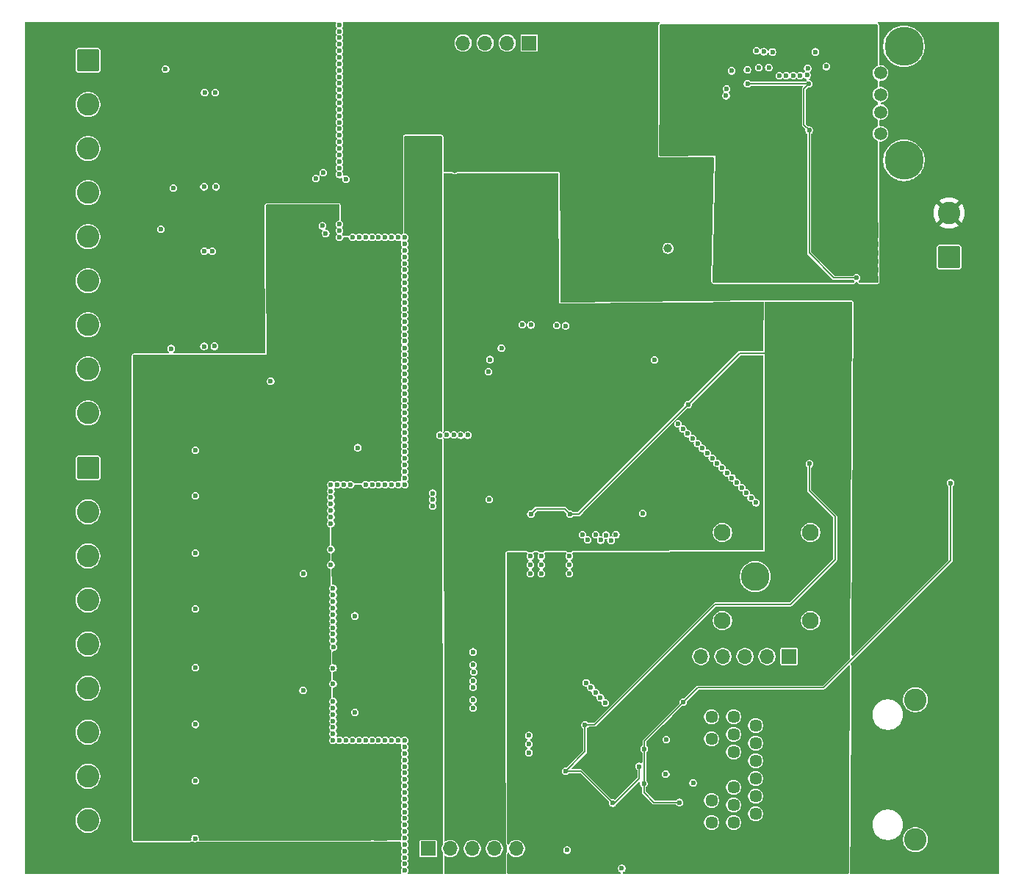
<source format=gbr>
%TF.GenerationSoftware,KiCad,Pcbnew,9.0.0*%
%TF.CreationDate,2025-06-18T17:59:25+02:00*%
%TF.ProjectId,Nanopipets,4e616e6f-7069-4706-9574-732e6b696361,rev?*%
%TF.SameCoordinates,Original*%
%TF.FileFunction,Copper,L3,Inr*%
%TF.FilePolarity,Positive*%
%FSLAX46Y46*%
G04 Gerber Fmt 4.6, Leading zero omitted, Abs format (unit mm)*
G04 Created by KiCad (PCBNEW 9.0.0) date 2025-06-18 17:59:25*
%MOMM*%
%LPD*%
G01*
G04 APERTURE LIST*
G04 Aperture macros list*
%AMRoundRect*
0 Rectangle with rounded corners*
0 $1 Rounding radius*
0 $2 $3 $4 $5 $6 $7 $8 $9 X,Y pos of 4 corners*
0 Add a 4 corners polygon primitive as box body*
4,1,4,$2,$3,$4,$5,$6,$7,$8,$9,$2,$3,0*
0 Add four circle primitives for the rounded corners*
1,1,$1+$1,$2,$3*
1,1,$1+$1,$4,$5*
1,1,$1+$1,$6,$7*
1,1,$1+$1,$8,$9*
0 Add four rect primitives between the rounded corners*
20,1,$1+$1,$2,$3,$4,$5,0*
20,1,$1+$1,$4,$5,$6,$7,0*
20,1,$1+$1,$6,$7,$8,$9,0*
20,1,$1+$1,$8,$9,$2,$3,0*%
G04 Aperture macros list end*
%TA.AperFunction,ComponentPad*%
%ADD10R,1.700000X1.700000*%
%TD*%
%TA.AperFunction,ComponentPad*%
%ADD11O,1.700000X1.700000*%
%TD*%
%TA.AperFunction,ComponentPad*%
%ADD12RoundRect,0.250000X-1.050000X1.050000X-1.050000X-1.050000X1.050000X-1.050000X1.050000X1.050000X0*%
%TD*%
%TA.AperFunction,ComponentPad*%
%ADD13C,2.600000*%
%TD*%
%TA.AperFunction,ComponentPad*%
%ADD14C,1.446000*%
%TD*%
%TA.AperFunction,ComponentPad*%
%ADD15RoundRect,0.250000X1.050000X-1.050000X1.050000X1.050000X-1.050000X1.050000X-1.050000X-1.050000X0*%
%TD*%
%TA.AperFunction,ComponentPad*%
%ADD16C,1.500000*%
%TD*%
%TA.AperFunction,ComponentPad*%
%ADD17C,4.500000*%
%TD*%
%TA.AperFunction,ComponentPad*%
%ADD18C,1.950000*%
%TD*%
%TA.AperFunction,ComponentPad*%
%ADD19C,3.300000*%
%TD*%
%TA.AperFunction,ViaPad*%
%ADD20C,0.600000*%
%TD*%
%TA.AperFunction,ViaPad*%
%ADD21C,1.000000*%
%TD*%
%TA.AperFunction,Conductor*%
%ADD22C,0.200000*%
%TD*%
%TA.AperFunction,Conductor*%
%ADD23C,0.152400*%
%TD*%
G04 APERTURE END LIST*
D10*
%TO.N,/Connectors/JTAG.EN*%
%TO.C,J3*%
X43720000Y-92970000D03*
D11*
%TO.N,/Connectors/JTAG.TMS*%
X46260000Y-92970000D03*
%TO.N,/Connectors/JTAG.TCK*%
X48799999Y-92970000D03*
%TO.N,/Connectors/JTAG.TDI*%
X51340000Y-92970000D03*
%TO.N,/Connectors/JTAG.TDO*%
X53880000Y-92970000D03*
%TD*%
D12*
%TO.N,/Connectors/IN1*%
%TO.C,J5*%
X4500000Y-49070000D03*
D13*
%TO.N,/Connectors/IN2*%
X4500000Y-54150000D03*
%TO.N,/Connectors/IN3*%
X4500000Y-59230000D03*
%TO.N,/Connectors/IN4*%
X4500000Y-64310000D03*
%TO.N,/Connectors/IN5*%
X4500000Y-69390000D03*
%TO.N,/Connectors/IN6*%
X4500000Y-74470000D03*
%TO.N,/Connectors/IN7*%
X4500000Y-79550000D03*
%TO.N,/Connectors/IN8*%
X4500000Y-84630000D03*
%TO.N,GND*%
X4500000Y-89710000D03*
%TD*%
D14*
%TO.N,Net-(T1-CD3)*%
%TO.C,T1*%
X81455000Y-78775000D03*
%TO.N,/Connectors/TD_M_C*%
X81455000Y-80815000D03*
%TO.N,/Connectors/TD_P_C*%
X81455000Y-82855000D03*
%TO.N,/Connectors/TD_P_B*%
X81455000Y-84895000D03*
%TO.N,/Connectors/TD_M_B*%
X81455000Y-86935000D03*
%TO.N,Net-(T1-CD2)*%
X81455000Y-88975000D03*
%TO.N,Net-(T1-CD4)*%
X78915000Y-77775000D03*
%TO.N,/Connectors/TD_P_D*%
X78915000Y-79795000D03*
%TO.N,/Connectors/TD_M_D*%
X78915000Y-81835000D03*
%TO.N,/Connectors/TD_M_A*%
X78915000Y-85915000D03*
%TO.N,/Connectors/TD_P_A*%
X78915000Y-87955000D03*
%TO.N,Net-(T1-CD1)*%
X78915000Y-89960000D03*
%TO.N,Net-(Q2-C)*%
X76375000Y-77785000D03*
%TO.N,Net-(R66-Pad2)*%
X76375000Y-80325000D03*
%TO.N,Net-(Q1-C)*%
X76375000Y-87425000D03*
%TO.N,Net-(R69-Pad2)*%
X76375000Y-89965000D03*
D13*
%TO.N,GND*%
X99875000Y-75810000D03*
X99875000Y-91940000D03*
%TD*%
D15*
%TO.N,GND*%
%TO.C,J7*%
X103741318Y-24760589D03*
D13*
%TO.N,+5V*%
X103741318Y-19680589D03*
%TD*%
D12*
%TO.N,/Connectors/OUT1*%
%TO.C,J4*%
X4500000Y-2100000D03*
D13*
%TO.N,/Connectors/OUT2*%
X4500000Y-7180000D03*
%TO.N,/Connectors/OUT3*%
X4500000Y-12260000D03*
%TO.N,/Connectors/OUT4*%
X4500000Y-17340000D03*
%TO.N,/Connectors/OUT5*%
X4500000Y-22420000D03*
%TO.N,/Connectors/OUT6*%
X4500000Y-27500000D03*
%TO.N,/Connectors/OUT7*%
X4500000Y-32580000D03*
%TO.N,/Connectors/OUT8*%
X4500000Y-37660000D03*
%TO.N,GND*%
X4500000Y-42740000D03*
%TD*%
D16*
%TO.N,Net-(J2-VBUS)*%
%TO.C,J2*%
X95841318Y-10560589D03*
%TO.N,/USB/D-*%
X95841318Y-8060589D03*
%TO.N,/USB/D+*%
X95841318Y-6060589D03*
%TO.N,GND*%
X95841318Y-3560589D03*
D17*
X98551318Y-13630589D03*
X98551318Y-490589D03*
%TD*%
D18*
%TO.N,GND*%
%TO.C,J6*%
X77625000Y-56545000D03*
X77625000Y-66705000D03*
X87785000Y-66705000D03*
X87785000Y-56545000D03*
D19*
X81425000Y-61625000D03*
%TD*%
D10*
%TO.N,/Connectors/CONFIG_SEL*%
%TO.C,J8*%
X55350000Y-100000D03*
D11*
%TO.N,/Connectors/NCONFIG*%
X52810000Y-100000D03*
%TO.N,/Connectors/NSTATUS*%
X50270001Y-100000D03*
%TO.N,/Connectors/CONF_DONE*%
X47730000Y-100000D03*
%TD*%
D10*
%TO.N,Net-(IC16-JTAG_TRSTN)*%
%TO.C,J1*%
X85310000Y-70831392D03*
D11*
%TO.N,Net-(IC16-JTAG_CLK)*%
X82770000Y-70831392D03*
%TO.N,Net-(IC16-JTAG_TDO)*%
X80230000Y-70831392D03*
%TO.N,Net-(IC16-JTAG_TMS)*%
X77690000Y-70831392D03*
%TO.N,Net-(IC16-JTAG_TDI)*%
X75150000Y-70831392D03*
%TD*%
D20*
%TO.N,+5V*%
X10512750Y-28593300D03*
X46800000Y-14800000D03*
X57524999Y-8125000D03*
X95981318Y-18760589D03*
X98981318Y-22760589D03*
X99981318Y-26760589D03*
X100981318Y-18760589D03*
X96981318Y-18760589D03*
X54524999Y-7125000D03*
D21*
X34525000Y-3275000D03*
D20*
X53524999Y-7125000D03*
X99981318Y-17760589D03*
X10575000Y-10275000D03*
X97981318Y-20760589D03*
X67074800Y-21140653D03*
X96981318Y-26760589D03*
X55524999Y-7125000D03*
X100981318Y-19760589D03*
X97981318Y-23760589D03*
X95981318Y-16760589D03*
X56524999Y-7125000D03*
X97981318Y-16760589D03*
X98981318Y-20760589D03*
X96981318Y-25760589D03*
X100981318Y-20760589D03*
X98981318Y-19760589D03*
X99981318Y-24760589D03*
X98981318Y-24760589D03*
X95981318Y-23760589D03*
X98981318Y-17760589D03*
X98981318Y-18760589D03*
X100981318Y-21760589D03*
X97981318Y-18760589D03*
X99981318Y-16760589D03*
X100981318Y-22760589D03*
X99981318Y-19760589D03*
X99675000Y-48725000D03*
X97981318Y-22760589D03*
X99981318Y-20760589D03*
X96981318Y-23760589D03*
X99981318Y-25760589D03*
X99981318Y-18760589D03*
X99981318Y-23760589D03*
X95981318Y-22760589D03*
X50624999Y-8150000D03*
X97981318Y-26760589D03*
X97981318Y-25760589D03*
D21*
X37300000Y-92650000D03*
D20*
X100981318Y-26760589D03*
X96981318Y-24760589D03*
X97981318Y-21760589D03*
X99981318Y-22760589D03*
X99981318Y-21760589D03*
X95981318Y-24760589D03*
X95981318Y-17760589D03*
X96981318Y-22760589D03*
X100981318Y-25760589D03*
X95981318Y-26760589D03*
X100981318Y-24760589D03*
X97981318Y-17760589D03*
X98981318Y-26760589D03*
X95981318Y-25760589D03*
X100981318Y-17760589D03*
X57524999Y-7125000D03*
X96981318Y-17760589D03*
X98981318Y-25760589D03*
X97981318Y-19760589D03*
X100981318Y-23760589D03*
X56524999Y-8125000D03*
X98981318Y-21760589D03*
X66825000Y-11825000D03*
X96981318Y-16760589D03*
X98981318Y-23760589D03*
X98981318Y-16760589D03*
X100981318Y-16760589D03*
X97981318Y-24760589D03*
%TO.N,GND*%
X32750000Y-77500000D03*
X41000000Y-36750000D03*
X41000000Y-80500000D03*
X41000000Y-51000000D03*
X41000000Y-83500000D03*
X38750000Y-80500000D03*
X32750000Y-66000000D03*
X55500000Y-59275000D03*
X33500000Y-7750000D03*
X41000000Y-24000000D03*
X33500000Y-250000D03*
X33500000Y1250000D03*
X41000000Y-39750000D03*
X55500000Y-60250000D03*
X55300000Y-80900000D03*
X74250000Y-85400000D03*
X41000000Y-90250000D03*
X32750000Y-80500000D03*
X33500000Y-3250000D03*
X39500000Y-80500000D03*
X37250000Y-80500000D03*
X41000000Y-88000000D03*
X41000000Y-47250000D03*
X41000000Y-45750000D03*
X40995956Y-27735860D03*
X41000000Y-32250000D03*
X41000000Y-35250000D03*
X33500000Y-12250000D03*
X41000000Y-89500000D03*
X32782438Y-69750000D03*
X38000000Y-51000000D03*
X41000000Y-88750000D03*
X41000000Y-81250000D03*
X33500000Y-5500000D03*
X33500000Y-8500000D03*
X38750000Y-51000000D03*
X33500000Y-1750000D03*
X41000000Y-22500000D03*
X41000000Y-37500000D03*
X40994051Y-23233733D03*
X37250000Y-22500000D03*
X41000000Y-94750000D03*
X40250000Y-22500000D03*
X36500000Y-51000000D03*
X33500000Y-9250000D03*
X41000000Y-43500000D03*
X60000000Y-60250000D03*
X34750000Y-51000000D03*
X35750000Y-80500000D03*
X41000000Y-33000000D03*
X32500000Y-60250000D03*
X41000000Y-33750000D03*
X44250000Y-53500000D03*
X35000000Y-80500000D03*
X33500000Y-6250000D03*
X41000000Y-86500000D03*
X33250000Y-51000000D03*
X32750000Y-66750000D03*
X41000000Y-24750000D03*
X33500000Y-13750000D03*
X32750000Y-79000000D03*
X44250000Y-52750000D03*
X34000000Y-51000000D03*
X41000000Y-50250000D03*
X32500000Y-51000000D03*
X41000000Y-85000000D03*
X41000000Y-31500000D03*
X41000000Y-45000000D03*
X36500000Y-80500000D03*
X33500000Y-10750000D03*
X32750000Y-67500000D03*
X33500000Y-22500000D03*
X38750000Y-22500000D03*
X41000000Y-95500000D03*
X32500000Y-54000000D03*
X32750000Y-63000000D03*
X32750000Y-76750000D03*
X41000000Y-82750000D03*
X32750000Y-78250000D03*
X41000000Y-85750000D03*
X56750000Y-60250000D03*
X33500000Y-10000000D03*
X36500000Y-22500000D03*
X56750000Y-59275000D03*
X41000000Y-28500000D03*
X33500000Y-11500000D03*
X41000000Y-27000000D03*
X32750000Y-64500000D03*
X41000000Y-25500000D03*
X55500000Y-61250000D03*
X38000000Y-80500000D03*
X32500000Y-55500000D03*
X41000000Y-94000000D03*
X41000000Y-92500000D03*
X34250000Y-80500000D03*
X32500000Y-52500000D03*
X41000000Y-42000000D03*
X33500000Y500000D03*
X33500000Y-4000000D03*
X40999999Y-34461442D03*
X33500000Y-21000000D03*
X40250000Y-80500000D03*
X41000000Y-93250000D03*
X32500000Y-53250000D03*
X41000000Y-40500000D03*
X41000000Y-26250000D03*
X40250000Y-51000000D03*
X55300000Y-79925000D03*
X60000000Y-59275000D03*
X32750000Y-76000000D03*
X41000000Y-44250000D03*
X32750000Y-63750000D03*
X41000000Y-38250000D03*
X38000000Y-22500000D03*
X32750000Y-65250000D03*
X41000000Y-49500000D03*
X55300000Y-81900000D03*
X33500000Y-2500000D03*
X41000000Y-30750000D03*
X37250000Y-51000000D03*
X33500000Y-13000000D03*
X32750000Y-72160000D03*
X33500000Y-4750000D03*
X56750000Y-61250000D03*
X41000000Y-30000000D03*
X41000000Y-41250000D03*
X41000000Y-48750000D03*
X33500000Y-1000000D03*
X33500000Y-21750000D03*
X33500000Y-80500000D03*
X41000000Y-87250000D03*
X41000000Y-82000000D03*
X35000000Y-22500000D03*
X32500000Y-58500000D03*
X41000000Y-29250000D03*
X41000000Y-36000000D03*
X32750000Y-73980000D03*
X41000000Y-91000000D03*
X39500000Y-22500000D03*
X33500000Y-7000000D03*
X35750000Y-22500000D03*
X33500000Y-14500000D03*
X41000000Y-46500000D03*
X41000000Y-42750000D03*
X33500000Y-15250000D03*
X32750000Y-79750000D03*
X32500000Y-54750000D03*
X41000000Y-91750000D03*
X32750000Y-68250000D03*
X33500000Y2000000D03*
X32750000Y-69000000D03*
X41000000Y-39000000D03*
X60000000Y-61250000D03*
X41000000Y-48000000D03*
X39500000Y-51000000D03*
X41000000Y-84250000D03*
X44250000Y-52000000D03*
X32500000Y-51750000D03*
%TO.N,+3.3VD*%
X51546767Y-54396624D03*
X55124999Y-20525000D03*
X57374999Y-20525000D03*
X57374999Y-21275000D03*
X50656593Y-47500024D03*
X69800000Y-35750000D03*
X80523800Y-38850000D03*
X55874999Y-21275000D03*
X69053282Y-35103325D03*
X51250000Y-87750000D03*
X80050000Y-42850000D03*
X56624999Y-20525000D03*
X55874999Y-17525000D03*
X69943368Y-38500057D03*
X54049930Y-35106644D03*
X69943407Y-42999981D03*
X55124999Y-19025000D03*
X55124999Y-21275000D03*
X50800000Y-35800000D03*
X47500000Y-90050000D03*
X51350000Y-35325000D03*
X50695911Y-51033228D03*
X53625000Y-20525000D03*
X53625000Y-19775000D03*
X69943410Y-50999983D03*
X50656583Y-40000012D03*
X50750000Y-53725003D03*
X69350000Y-54350000D03*
X55874999Y-16775000D03*
X69977185Y-53531403D03*
X54374999Y-19775000D03*
X58124999Y-20525000D03*
X55124999Y-19775000D03*
X66524999Y-54375000D03*
X62549929Y-35106640D03*
X55874999Y-19025000D03*
X53624999Y-21275001D03*
X56624999Y-21275000D03*
X54391093Y-20508330D03*
X54374999Y-21275000D03*
X55874999Y-20525000D03*
X55874999Y-18275000D03*
X66824999Y-35175000D03*
X55874999Y-19775000D03*
X58124999Y-21275000D03*
X56549983Y-54393410D03*
X55874999Y-16025000D03*
%TO.N,+3.3VCCA*%
X52150000Y-35300000D03*
X68456871Y-54321526D03*
X50656611Y-37999961D03*
X50826001Y-36599580D03*
X50771058Y-52700000D03*
X69811043Y-36611409D03*
D21*
X71350000Y-23775000D03*
D20*
%TO.N,+1.8VD*%
X67799030Y-87875044D03*
X61270000Y-72970000D03*
X60050051Y-54393376D03*
X91925000Y-35425000D03*
X59536687Y-83238533D03*
X65993965Y-87756468D03*
X87600000Y-4800000D03*
X84225000Y-35825000D03*
X64798816Y-78587981D03*
X80525000Y-4800000D03*
X64156088Y-87776883D03*
X71498815Y-91023815D03*
X55550052Y-54393376D03*
X73657500Y-41817500D03*
X93075000Y-27175000D03*
X62175000Y-94825000D03*
X87627307Y-10163779D03*
X67800000Y-78650000D03*
%TO.N,+3.3VA_ADC*%
X30225000Y-84225000D03*
X22575000Y-42625000D03*
X22600000Y-62425000D03*
X30000000Y-67000000D03*
X22600000Y-75725000D03*
X22650000Y-88675000D03*
X22650000Y-49325000D03*
X22700000Y-55725000D03*
X31875000Y-36225000D03*
X26825000Y-19075000D03*
X29446896Y-53175000D03*
X22625000Y-82075000D03*
X22600000Y-69225000D03*
X22375000Y-91750000D03*
X29750000Y-42500000D03*
%TO.N,+2.5V_ETH*%
X103925000Y-50825000D03*
X68625000Y-81475000D03*
X73125000Y-76075000D03*
X72675000Y-87650000D03*
X68575000Y-85475000D03*
%TO.N,2.5V_REF*%
X35275000Y-77250000D03*
X35275000Y-66150000D03*
X25550000Y-39075000D03*
X34250000Y-15825000D03*
X35600000Y-46750000D03*
D21*
%TO.N,+3.3VD_ADC*%
X41750000Y-12150000D03*
D20*
X34175000Y-53700000D03*
X41450000Y-17550000D03*
X34175000Y-67575000D03*
%TO.N,+1.1V_ETH*%
X87650000Y-48600000D03*
X68048800Y-83500000D03*
X65000000Y-87725000D03*
X59550227Y-84038421D03*
X61800000Y-78700000D03*
%TO.N,+3.3V_USB*%
X89525000Y-13100000D03*
X94428682Y-3265411D03*
X86350000Y-150000D03*
X87600000Y-8800000D03*
X80400000Y-7300000D03*
X84066092Y-10142406D03*
X80775000Y-125000D03*
X87700000Y-6300000D03*
X84750000Y-27300000D03*
D21*
X75425000Y-9525000D03*
D20*
%TO.N,/ADC2/ADC2.SDI*%
X63601200Y-57407408D03*
X48900000Y-73609997D03*
%TO.N,/ADC2/ADC2.CS*%
X48900000Y-76750000D03*
X65355800Y-56756386D03*
%TO.N,/ADC2/ADC2.SDOB*%
X64203400Y-56834868D03*
X48900000Y-74350000D03*
%TO.N,/ADC2/ADC2.SDOA*%
X48900000Y-75850000D03*
X64779600Y-57430944D03*
%TO.N,/ADC2/ADC2.SDOD*%
X48900000Y-70300000D03*
X61525000Y-56800000D03*
%TO.N,/ADC2/ADC2.SCLK*%
X63050000Y-56800000D03*
X48950000Y-72600000D03*
%TO.N,/ADC2/ADC2.SDOC*%
X48900000Y-71800000D03*
X62101200Y-57375000D03*
%TO.N,/Connectors/OUT1*%
X19175000Y-5825000D03*
%TO.N,/Connectors/OUT2*%
X17950000Y-5825000D03*
%TO.N,/FPGA/USB.OE#*%
X73631374Y-45131374D03*
X78700000Y-3300000D03*
%TO.N,/Connectors/JTAG.TCK*%
X46670244Y-45275859D03*
%TO.N,/FPGA/USB.D2*%
X80362699Y-51971248D03*
X87457957Y-3017945D03*
%TO.N,/FPGA/USB.TXD*%
X72500000Y-44000000D03*
X78100000Y-5375000D03*
%TO.N,/FPGA/USB.D0*%
X89600000Y-2800000D03*
X81508563Y-53087945D03*
%TO.N,/Connectors/NSTATUS*%
X55550000Y-32600000D03*
%TO.N,/Connectors/JTAG.TDI*%
X47469803Y-45302511D03*
%TO.N,/FPGA/USB.SWIUA*%
X74762748Y-46262748D03*
X81565000Y-1008254D03*
%TO.N,/FPGA/USB.D7*%
X84175000Y-3884587D03*
X77591576Y-49090735D03*
%TO.N,/Connectors/JTAG.TMS*%
X45870280Y-45283679D03*
%TO.N,/FPGA/USB.D4*%
X86581613Y-3851573D03*
X79288108Y-50788326D03*
%TO.N,/FPGA/USB.RXD*%
X73065687Y-44565687D03*
X78050000Y-6175000D03*
%TO.N,/Connectors/CONF_DONE*%
X54550000Y-32550000D03*
%TO.N,/FPGA/USB.D1*%
X80935600Y-52529628D03*
X88350000Y-1125000D03*
%TO.N,/FPGA/USB.D6*%
X78156681Y-49657004D03*
X84982437Y-3877153D03*
%TO.N,/Connectors/CONFIG_SEL*%
X59550000Y-32700000D03*
%TO.N,/FPGA/USB.RD#*%
X82400000Y-1100000D03*
X75894122Y-47394122D03*
%TO.N,/FPGA/USB.D5*%
X78722635Y-50222425D03*
X85781667Y-3842012D03*
%TO.N,/FPGA/USB.D3*%
X87380742Y-3814212D03*
X79853993Y-51353816D03*
%TO.N,/DAC/OUT7*%
X14075000Y-35325000D03*
X31900000Y-22050000D03*
%TO.N,/FPGA/USB.WR#*%
X81825000Y-2950000D03*
X75328435Y-46828435D03*
%TO.N,/DAC/OUT6*%
X31525000Y-21175000D03*
X12900000Y-21575000D03*
%TO.N,/DAC/OUT3*%
X30775000Y-15725000D03*
X14325000Y-16800000D03*
%TO.N,/Connectors/JTAG.TDO*%
X48269806Y-45302511D03*
%TO.N,/FPGA/USB.RXF#*%
X77023284Y-48527665D03*
X83400000Y-1125000D03*
%TO.N,/DAC/OUT2*%
X13450000Y-3125000D03*
X31625000Y-15050000D03*
%TO.N,/FPGA/USB.TXE#*%
X82978399Y-2935436D03*
X76462112Y-47957498D03*
%TO.N,/FPGA/USB.CLKOUT*%
X74197061Y-45697061D03*
X80515032Y-3161907D03*
%TO.N,/Connectors/JTAG.EN*%
X45071016Y-45318049D03*
%TO.N,/Connectors/NCONFIG*%
X58550000Y-32650000D03*
%TO.N,/Connectors/TD_M_B*%
X71098800Y-84381392D03*
%TO.N,/Connectors/TD_M_D*%
X71178183Y-80405192D03*
%TO.N,Net-(Q1-C)*%
X59725000Y-93137500D03*
%TO.N,Net-(Q2-C)*%
X66025000Y-95250000D03*
%TO.N,+1.25V_VCOM*%
X16900000Y-47050000D03*
X16850000Y-91800000D03*
X29325000Y-61250000D03*
X16900000Y-65350000D03*
X16900000Y-72100000D03*
X16900000Y-52300000D03*
X29300000Y-74725000D03*
X16900000Y-58900000D03*
X16900000Y-78650000D03*
X16900000Y-85150000D03*
%TO.N,/Connectors/OUT3*%
X17875000Y-16675000D03*
%TO.N,/Connectors/OUT5*%
X18825000Y-24100000D03*
%TO.N,/Connectors/OUT7*%
X17875000Y-35075000D03*
%TO.N,/Connectors/OUT4*%
X19275000Y-16675000D03*
%TO.N,/Connectors/OUT6*%
X17925000Y-24075000D03*
%TO.N,/Connectors/OUT8*%
X19100000Y-35050000D03*
%TO.N,Net-(IC16-JTAG_CLK)*%
X63577934Y-75561152D03*
%TO.N,Net-(IC16-JTAG_TMS)*%
X62476028Y-74402022D03*
%TO.N,Net-(IC16-JTAG_TDI)*%
X61903080Y-73843690D03*
%TO.N,Net-(IC16-JTAG_TDO)*%
X63009833Y-74997888D03*
%TO.N,Net-(IC16-JTAG_TRSTN)*%
X64118492Y-76150899D03*
%TD*%
D22*
%TO.N,+1.8VD*%
X55550052Y-54393376D02*
X56151018Y-53792410D01*
X79625000Y-35850000D02*
X73657500Y-41817500D01*
X84225000Y-35825000D02*
X84200000Y-35850000D01*
D23*
X87022800Y-5377200D02*
X87600000Y-4800000D01*
D22*
X59449085Y-53792410D02*
X60050051Y-54393376D01*
D23*
X87627307Y-10163779D02*
X87627307Y-24302307D01*
X87022800Y-9559272D02*
X87022800Y-5377200D01*
X87627307Y-10163779D02*
X87022800Y-9559272D01*
D22*
X56151018Y-53792410D02*
X59449085Y-53792410D01*
D23*
X87627307Y-24302307D02*
X90500000Y-27175000D01*
D22*
X61081624Y-54393376D02*
X60050051Y-54393376D01*
X84200000Y-35850000D02*
X79625000Y-35850000D01*
X73657500Y-41817500D02*
X61081624Y-54393376D01*
D23*
X87600000Y-4800000D02*
X80525000Y-4800000D01*
X90500000Y-27175000D02*
X93075000Y-27175000D01*
%TO.N,+2.5V_ETH*%
X73125000Y-76075000D02*
X74800000Y-74400000D01*
X74800000Y-74400000D02*
X89300000Y-74400000D01*
X89300000Y-74400000D02*
X103925000Y-59775000D01*
X69725000Y-87650000D02*
X68575000Y-86500000D01*
X68625000Y-85425000D02*
X68575000Y-85475000D01*
X68625000Y-81475000D02*
X68625000Y-85425000D01*
X72675000Y-87650000D02*
X69725000Y-87650000D01*
X103925000Y-59775000D02*
X103925000Y-50825000D01*
X68625000Y-80575000D02*
X68625000Y-81475000D01*
X73125000Y-76075000D02*
X68625000Y-80575000D01*
X68575000Y-86500000D02*
X68575000Y-85475000D01*
%TO.N,+1.1V_ETH*%
X59550227Y-84038421D02*
X59553084Y-84038421D01*
X65000000Y-87725000D02*
X61313421Y-84038421D01*
X65200000Y-87725000D02*
X68048800Y-84876200D01*
X59553084Y-84038421D02*
X61800000Y-81791505D01*
X68048800Y-84876200D02*
X68048800Y-83500000D01*
X61313421Y-84038421D02*
X59550227Y-84038421D01*
X61800000Y-81791505D02*
X61800000Y-78700000D01*
X87650000Y-51725000D02*
X90625000Y-54700000D01*
X90625000Y-54700000D02*
X90625000Y-59675000D01*
X85475000Y-64825000D02*
X76750000Y-64825000D01*
X90625000Y-59675000D02*
X85475000Y-64825000D01*
X87650000Y-51725000D02*
X87650000Y-48600000D01*
X65000000Y-87725000D02*
X65200000Y-87725000D01*
X62875000Y-78700000D02*
X76750000Y-64825000D01*
X61800000Y-78700000D02*
X62875000Y-78700000D01*
%TD*%
%TA.AperFunction,Conductor*%
%TO.N,+3.3VD_ADC*%
G36*
X45263321Y-10819685D02*
G01*
X45309076Y-10872489D01*
X45320282Y-10923814D01*
X45371054Y-44780619D01*
X45351470Y-44847688D01*
X45298735Y-44893522D01*
X45229591Y-44903569D01*
X45214969Y-44900581D01*
X45129009Y-44877549D01*
X45013023Y-44877549D01*
X44900987Y-44907568D01*
X44800543Y-44965561D01*
X44800540Y-44965563D01*
X44718530Y-45047573D01*
X44718528Y-45047576D01*
X44660535Y-45148020D01*
X44630516Y-45260056D01*
X44630516Y-45376041D01*
X44660535Y-45488077D01*
X44689531Y-45538299D01*
X44718528Y-45588522D01*
X44800543Y-45670537D01*
X44900989Y-45728530D01*
X45013023Y-45758549D01*
X45013025Y-45758549D01*
X45129006Y-45758549D01*
X45129009Y-45758549D01*
X45216574Y-45735086D01*
X45286421Y-45736749D01*
X45344284Y-45775911D01*
X45371788Y-45840140D01*
X45372665Y-45854675D01*
X45442426Y-92372929D01*
X45422842Y-92439998D01*
X45421529Y-92442004D01*
X45382229Y-92500821D01*
X45382228Y-92500823D01*
X45307565Y-92681077D01*
X45307562Y-92681089D01*
X45269500Y-92872439D01*
X45269500Y-93067560D01*
X45307562Y-93258910D01*
X45307565Y-93258922D01*
X45382226Y-93439171D01*
X45382233Y-93439184D01*
X45423322Y-93500677D01*
X45444200Y-93567354D01*
X45444220Y-93569382D01*
X45447529Y-95775314D01*
X45427945Y-95842383D01*
X45375210Y-95888217D01*
X45323529Y-95899500D01*
X41492769Y-95899500D01*
X41425730Y-95879815D01*
X41379975Y-95827011D01*
X41370031Y-95757853D01*
X41385382Y-95713499D01*
X41410480Y-95670028D01*
X41410481Y-95670027D01*
X41440500Y-95557993D01*
X41440500Y-95442007D01*
X41410481Y-95329973D01*
X41352488Y-95229527D01*
X41335642Y-95212681D01*
X41302157Y-95151358D01*
X41307141Y-95081666D01*
X41335642Y-95037319D01*
X41352488Y-95020473D01*
X41410481Y-94920027D01*
X41440500Y-94807993D01*
X41440500Y-94692007D01*
X41410481Y-94579973D01*
X41352488Y-94479527D01*
X41335642Y-94462681D01*
X41302157Y-94401358D01*
X41307141Y-94331666D01*
X41335642Y-94287319D01*
X41352488Y-94270473D01*
X41410481Y-94170027D01*
X41440500Y-94057993D01*
X41440500Y-93942007D01*
X41410481Y-93829973D01*
X41352488Y-93729527D01*
X41335642Y-93712681D01*
X41302157Y-93651358D01*
X41307141Y-93581666D01*
X41335642Y-93537319D01*
X41352488Y-93520473D01*
X41410481Y-93420027D01*
X41440500Y-93307993D01*
X41440500Y-93192007D01*
X41410481Y-93079973D01*
X41352488Y-92979527D01*
X41335642Y-92962681D01*
X41302157Y-92901358D01*
X41307141Y-92831666D01*
X41335642Y-92787319D01*
X41352488Y-92770473D01*
X41410481Y-92670027D01*
X41440500Y-92557993D01*
X41440500Y-92442007D01*
X41410481Y-92329973D01*
X41352488Y-92229527D01*
X41335642Y-92212681D01*
X41331633Y-92205339D01*
X41324882Y-92200401D01*
X41315136Y-92175128D01*
X41302157Y-92151358D01*
X41302753Y-92143014D01*
X41299744Y-92135210D01*
X41305208Y-92108682D01*
X41305388Y-92106160D01*
X42729500Y-92106160D01*
X42729500Y-93833836D01*
X42729501Y-93833839D01*
X42729501Y-93833840D01*
X42737651Y-93874821D01*
X42768705Y-93921295D01*
X42815179Y-93952349D01*
X42856159Y-93960500D01*
X44583840Y-93960499D01*
X44624821Y-93952349D01*
X44671295Y-93921295D01*
X44702349Y-93874821D01*
X44710500Y-93833841D01*
X44710499Y-92106160D01*
X44702349Y-92065179D01*
X44671295Y-92018705D01*
X44624821Y-91987651D01*
X44583841Y-91979500D01*
X44583839Y-91979500D01*
X42856163Y-91979500D01*
X42815179Y-91987651D01*
X42770413Y-92017564D01*
X42768705Y-92018705D01*
X42767524Y-92020473D01*
X42737651Y-92065178D01*
X42729500Y-92106160D01*
X41305388Y-92106160D01*
X41307141Y-92081666D01*
X41312520Y-92073193D01*
X41313842Y-92066777D01*
X41333214Y-92040599D01*
X41334680Y-92038291D01*
X41335127Y-92037833D01*
X41352488Y-92020473D01*
X41410481Y-91920027D01*
X41440500Y-91807993D01*
X41440500Y-91692007D01*
X41410481Y-91579973D01*
X41352488Y-91479527D01*
X41335642Y-91462681D01*
X41302157Y-91401358D01*
X41307141Y-91331666D01*
X41335642Y-91287319D01*
X41352488Y-91270473D01*
X41410481Y-91170027D01*
X41440500Y-91057993D01*
X41440500Y-90942007D01*
X41410481Y-90829973D01*
X41352488Y-90729527D01*
X41335642Y-90712681D01*
X41302157Y-90651358D01*
X41307141Y-90581666D01*
X41335642Y-90537319D01*
X41352488Y-90520473D01*
X41410481Y-90420027D01*
X41440500Y-90307993D01*
X41440500Y-90192007D01*
X41410481Y-90079973D01*
X41352488Y-89979527D01*
X41335642Y-89962681D01*
X41302157Y-89901358D01*
X41307141Y-89831666D01*
X41335642Y-89787319D01*
X41352488Y-89770473D01*
X41410481Y-89670027D01*
X41440500Y-89557993D01*
X41440500Y-89442007D01*
X41410481Y-89329973D01*
X41352488Y-89229527D01*
X41335642Y-89212681D01*
X41302157Y-89151358D01*
X41307141Y-89081666D01*
X41335642Y-89037319D01*
X41352488Y-89020473D01*
X41410481Y-88920027D01*
X41440500Y-88807993D01*
X41440500Y-88692007D01*
X41410481Y-88579973D01*
X41352488Y-88479527D01*
X41335642Y-88462681D01*
X41302157Y-88401358D01*
X41307141Y-88331666D01*
X41335642Y-88287319D01*
X41352488Y-88270473D01*
X41410481Y-88170027D01*
X41440500Y-88057993D01*
X41440500Y-87942007D01*
X41410481Y-87829973D01*
X41352488Y-87729527D01*
X41335642Y-87712681D01*
X41302157Y-87651358D01*
X41307141Y-87581666D01*
X41335642Y-87537319D01*
X41352488Y-87520473D01*
X41410481Y-87420027D01*
X41440500Y-87307993D01*
X41440500Y-87192007D01*
X41410481Y-87079973D01*
X41352488Y-86979527D01*
X41335642Y-86962681D01*
X41302157Y-86901358D01*
X41307141Y-86831666D01*
X41335642Y-86787319D01*
X41352488Y-86770473D01*
X41410481Y-86670027D01*
X41440500Y-86557993D01*
X41440500Y-86442007D01*
X41410481Y-86329973D01*
X41352488Y-86229527D01*
X41335642Y-86212681D01*
X41302157Y-86151358D01*
X41307141Y-86081666D01*
X41335642Y-86037319D01*
X41352488Y-86020473D01*
X41410481Y-85920027D01*
X41440500Y-85807993D01*
X41440500Y-85692007D01*
X41410481Y-85579973D01*
X41352488Y-85479527D01*
X41335642Y-85462681D01*
X41302157Y-85401358D01*
X41307141Y-85331666D01*
X41335642Y-85287319D01*
X41352488Y-85270473D01*
X41410481Y-85170027D01*
X41440500Y-85057993D01*
X41440500Y-84942007D01*
X41410481Y-84829973D01*
X41352488Y-84729527D01*
X41335642Y-84712681D01*
X41302157Y-84651358D01*
X41307141Y-84581666D01*
X41335642Y-84537319D01*
X41352488Y-84520473D01*
X41410481Y-84420027D01*
X41440500Y-84307993D01*
X41440500Y-84192007D01*
X41410481Y-84079973D01*
X41352488Y-83979527D01*
X41335642Y-83962681D01*
X41302157Y-83901358D01*
X41307141Y-83831666D01*
X41335642Y-83787319D01*
X41352488Y-83770473D01*
X41410481Y-83670027D01*
X41440500Y-83557993D01*
X41440500Y-83442007D01*
X41410481Y-83329973D01*
X41352488Y-83229527D01*
X41335642Y-83212681D01*
X41302157Y-83151358D01*
X41307141Y-83081666D01*
X41335642Y-83037319D01*
X41352488Y-83020473D01*
X41410481Y-82920027D01*
X41440500Y-82807993D01*
X41440500Y-82692007D01*
X41410481Y-82579973D01*
X41352488Y-82479527D01*
X41335642Y-82462681D01*
X41302157Y-82401358D01*
X41307141Y-82331666D01*
X41335642Y-82287319D01*
X41352488Y-82270473D01*
X41410481Y-82170027D01*
X41440500Y-82057993D01*
X41440500Y-81942007D01*
X41410481Y-81829973D01*
X41352488Y-81729527D01*
X41335642Y-81712681D01*
X41302157Y-81651358D01*
X41307141Y-81581666D01*
X41335642Y-81537319D01*
X41352488Y-81520473D01*
X41410481Y-81420027D01*
X41440500Y-81307993D01*
X41440500Y-81192007D01*
X41410481Y-81079973D01*
X41352488Y-80979527D01*
X41335642Y-80962681D01*
X41302157Y-80901358D01*
X41307141Y-80831666D01*
X41335642Y-80787319D01*
X41352488Y-80770473D01*
X41410481Y-80670027D01*
X41440500Y-80557993D01*
X41440500Y-80442007D01*
X41410481Y-80329973D01*
X41352488Y-80229527D01*
X41270473Y-80147512D01*
X41192490Y-80102488D01*
X41170028Y-80089519D01*
X41114010Y-80074509D01*
X41057993Y-80059500D01*
X40942007Y-80059500D01*
X40829971Y-80089519D01*
X40729527Y-80147512D01*
X40729523Y-80147515D01*
X40712679Y-80164359D01*
X40651355Y-80197843D01*
X40581664Y-80192857D01*
X40537321Y-80164359D01*
X40520476Y-80147515D01*
X40520475Y-80147514D01*
X40520473Y-80147512D01*
X40442490Y-80102488D01*
X40420028Y-80089519D01*
X40364010Y-80074509D01*
X40307993Y-80059500D01*
X40192007Y-80059500D01*
X40079971Y-80089519D01*
X39979527Y-80147512D01*
X39979523Y-80147515D01*
X39962679Y-80164359D01*
X39901355Y-80197843D01*
X39831664Y-80192857D01*
X39787321Y-80164359D01*
X39770476Y-80147515D01*
X39770475Y-80147514D01*
X39770473Y-80147512D01*
X39692490Y-80102488D01*
X39670028Y-80089519D01*
X39614010Y-80074509D01*
X39557993Y-80059500D01*
X39442007Y-80059500D01*
X39329971Y-80089519D01*
X39229527Y-80147512D01*
X39229523Y-80147515D01*
X39212679Y-80164359D01*
X39151355Y-80197843D01*
X39081664Y-80192857D01*
X39037321Y-80164359D01*
X39020476Y-80147515D01*
X39020475Y-80147514D01*
X39020473Y-80147512D01*
X38942490Y-80102488D01*
X38920028Y-80089519D01*
X38864010Y-80074509D01*
X38807993Y-80059500D01*
X38692007Y-80059500D01*
X38579971Y-80089519D01*
X38479527Y-80147512D01*
X38479523Y-80147515D01*
X38462679Y-80164359D01*
X38401355Y-80197843D01*
X38331664Y-80192857D01*
X38287321Y-80164359D01*
X38270476Y-80147515D01*
X38270475Y-80147514D01*
X38270473Y-80147512D01*
X38192490Y-80102488D01*
X38170028Y-80089519D01*
X38114010Y-80074509D01*
X38057993Y-80059500D01*
X37942007Y-80059500D01*
X37829971Y-80089519D01*
X37729527Y-80147512D01*
X37729523Y-80147515D01*
X37712679Y-80164359D01*
X37651355Y-80197843D01*
X37581664Y-80192857D01*
X37537321Y-80164359D01*
X37520476Y-80147515D01*
X37520475Y-80147514D01*
X37520473Y-80147512D01*
X37442490Y-80102488D01*
X37420028Y-80089519D01*
X37364010Y-80074509D01*
X37307993Y-80059500D01*
X37192007Y-80059500D01*
X37079971Y-80089519D01*
X36979527Y-80147512D01*
X36979523Y-80147515D01*
X36962679Y-80164359D01*
X36901355Y-80197843D01*
X36831664Y-80192857D01*
X36787321Y-80164359D01*
X36770476Y-80147515D01*
X36770475Y-80147514D01*
X36770473Y-80147512D01*
X36692490Y-80102488D01*
X36670028Y-80089519D01*
X36614010Y-80074509D01*
X36557993Y-80059500D01*
X36442007Y-80059500D01*
X36329971Y-80089519D01*
X36229527Y-80147512D01*
X36229523Y-80147515D01*
X36212679Y-80164359D01*
X36151355Y-80197843D01*
X36081664Y-80192857D01*
X36037321Y-80164359D01*
X36020476Y-80147515D01*
X36020475Y-80147514D01*
X36020473Y-80147512D01*
X35942490Y-80102488D01*
X35920028Y-80089519D01*
X35864010Y-80074509D01*
X35807993Y-80059500D01*
X35692007Y-80059500D01*
X35579971Y-80089519D01*
X35479527Y-80147512D01*
X35479523Y-80147515D01*
X35462679Y-80164359D01*
X35401355Y-80197843D01*
X35331664Y-80192857D01*
X35287321Y-80164359D01*
X35270476Y-80147515D01*
X35270475Y-80147514D01*
X35270473Y-80147512D01*
X35192490Y-80102488D01*
X35170028Y-80089519D01*
X35114010Y-80074509D01*
X35057993Y-80059500D01*
X34942007Y-80059500D01*
X34829971Y-80089519D01*
X34729527Y-80147512D01*
X34729523Y-80147515D01*
X34712679Y-80164359D01*
X34651355Y-80197843D01*
X34581664Y-80192857D01*
X34537321Y-80164359D01*
X34520476Y-80147515D01*
X34520475Y-80147514D01*
X34520473Y-80147512D01*
X34442490Y-80102488D01*
X34420028Y-80089519D01*
X34364010Y-80074509D01*
X34307993Y-80059500D01*
X34192007Y-80059500D01*
X34079971Y-80089519D01*
X33979527Y-80147512D01*
X33979523Y-80147515D01*
X33962679Y-80164359D01*
X33901355Y-80197843D01*
X33831664Y-80192857D01*
X33787321Y-80164359D01*
X33770476Y-80147515D01*
X33770475Y-80147514D01*
X33770473Y-80147512D01*
X33692490Y-80102488D01*
X33670028Y-80089519D01*
X33614010Y-80074509D01*
X33557993Y-80059500D01*
X33442007Y-80059500D01*
X33329973Y-80089519D01*
X33329972Y-80089519D01*
X33329970Y-80089520D01*
X33329969Y-80089520D01*
X33329719Y-80089665D01*
X33329480Y-80089722D01*
X33322459Y-80092631D01*
X33322005Y-80091535D01*
X33261818Y-80106133D01*
X33195792Y-80083277D01*
X33152605Y-80028353D01*
X33145967Y-79958800D01*
X33157594Y-79927634D01*
X33157369Y-79927541D01*
X33159987Y-79921219D01*
X33160342Y-79920266D01*
X33160481Y-79920027D01*
X33190500Y-79807993D01*
X33190500Y-79692007D01*
X33160481Y-79579973D01*
X33102488Y-79479527D01*
X33085642Y-79462681D01*
X33052157Y-79401358D01*
X33057141Y-79331666D01*
X33085642Y-79287319D01*
X33102488Y-79270473D01*
X33160481Y-79170027D01*
X33190500Y-79057993D01*
X33190500Y-78942007D01*
X33160481Y-78829973D01*
X33102488Y-78729527D01*
X33085642Y-78712681D01*
X33052157Y-78651358D01*
X33057141Y-78581666D01*
X33085642Y-78537319D01*
X33102488Y-78520473D01*
X33160481Y-78420027D01*
X33190500Y-78307993D01*
X33190500Y-78192007D01*
X33160481Y-78079973D01*
X33102488Y-77979527D01*
X33085642Y-77962681D01*
X33052157Y-77901358D01*
X33057141Y-77831666D01*
X33085642Y-77787319D01*
X33102488Y-77770473D01*
X33160481Y-77670027D01*
X33190500Y-77557993D01*
X33190500Y-77442007D01*
X33160481Y-77329973D01*
X33102488Y-77229527D01*
X33080271Y-77207310D01*
X33075603Y-77201334D01*
X33071904Y-77192007D01*
X34834500Y-77192007D01*
X34834500Y-77307993D01*
X34849509Y-77364010D01*
X34864519Y-77420028D01*
X34877209Y-77442007D01*
X34922512Y-77520473D01*
X35004527Y-77602488D01*
X35104973Y-77660481D01*
X35217007Y-77690500D01*
X35217009Y-77690500D01*
X35332991Y-77690500D01*
X35332993Y-77690500D01*
X35445027Y-77660481D01*
X35545473Y-77602488D01*
X35627488Y-77520473D01*
X35685481Y-77420027D01*
X35715500Y-77307993D01*
X35715500Y-77192007D01*
X35685481Y-77079973D01*
X35627488Y-76979527D01*
X35545473Y-76897512D01*
X35495250Y-76868515D01*
X35445028Y-76839519D01*
X35389010Y-76824509D01*
X35332993Y-76809500D01*
X35217007Y-76809500D01*
X35104971Y-76839519D01*
X35004527Y-76897512D01*
X35004524Y-76897514D01*
X34922514Y-76979524D01*
X34922512Y-76979527D01*
X34864519Y-77079971D01*
X34846422Y-77147512D01*
X34834500Y-77192007D01*
X33071904Y-77192007D01*
X33065408Y-77175625D01*
X33052157Y-77151358D01*
X33052711Y-77143607D01*
X33049847Y-77136385D01*
X33055168Y-77109250D01*
X33057141Y-77081666D01*
X33062087Y-77073969D01*
X33063293Y-77067821D01*
X33071605Y-77059160D01*
X33085642Y-77037319D01*
X33102488Y-77020473D01*
X33160481Y-76920027D01*
X33190500Y-76807993D01*
X33190500Y-76692007D01*
X33160481Y-76579973D01*
X33102488Y-76479527D01*
X33085642Y-76462681D01*
X33052157Y-76401358D01*
X33057141Y-76331666D01*
X33085642Y-76287319D01*
X33102488Y-76270473D01*
X33160481Y-76170027D01*
X33190500Y-76057993D01*
X33190500Y-75942007D01*
X33160481Y-75829973D01*
X33102488Y-75729527D01*
X33020473Y-75647512D01*
X32970250Y-75618515D01*
X32920028Y-75589519D01*
X32869812Y-75576064D01*
X32807993Y-75559500D01*
X32807992Y-75559500D01*
X32800143Y-75557397D01*
X32800983Y-75554258D01*
X32750972Y-75532105D01*
X32712530Y-75473761D01*
X32707106Y-75438530D01*
X32699530Y-74544573D01*
X32718646Y-74477371D01*
X32771061Y-74431170D01*
X32800163Y-74422680D01*
X32800143Y-74422603D01*
X32803651Y-74421663D01*
X32807350Y-74420584D01*
X32807986Y-74420500D01*
X32807993Y-74420500D01*
X32920027Y-74390481D01*
X33020473Y-74332488D01*
X33102488Y-74250473D01*
X33160481Y-74150027D01*
X33190500Y-74037993D01*
X33190500Y-73922007D01*
X33160481Y-73809973D01*
X33102488Y-73709527D01*
X33020473Y-73627512D01*
X32970250Y-73598515D01*
X32920028Y-73569519D01*
X32864010Y-73554509D01*
X32807993Y-73539500D01*
X32807992Y-73539500D01*
X32799933Y-73538439D01*
X32800320Y-73535493D01*
X32746927Y-73519815D01*
X32701172Y-73467011D01*
X32689970Y-73416554D01*
X32684114Y-72725548D01*
X32703230Y-72658347D01*
X32755645Y-72612146D01*
X32800029Y-72602293D01*
X32799933Y-72601561D01*
X32807984Y-72600500D01*
X32807993Y-72600500D01*
X32920027Y-72570481D01*
X33020473Y-72512488D01*
X33102488Y-72430473D01*
X33160481Y-72330027D01*
X33190500Y-72217993D01*
X33190500Y-72102007D01*
X33160481Y-71989973D01*
X33102488Y-71889527D01*
X33020473Y-71807512D01*
X32970250Y-71778515D01*
X32920028Y-71749519D01*
X32864010Y-71734509D01*
X32807993Y-71719500D01*
X32798543Y-71719500D01*
X32731504Y-71699815D01*
X32685749Y-71647011D01*
X32674547Y-71596551D01*
X32663691Y-70315547D01*
X32682806Y-70248347D01*
X32735220Y-70202146D01*
X32787686Y-70190500D01*
X32840429Y-70190500D01*
X32840431Y-70190500D01*
X32952465Y-70160481D01*
X33052911Y-70102488D01*
X33134926Y-70020473D01*
X33192919Y-69920027D01*
X33222938Y-69807993D01*
X33222938Y-69692007D01*
X33192919Y-69579973D01*
X33134926Y-69479527D01*
X33134922Y-69479523D01*
X33101860Y-69446460D01*
X33068375Y-69385137D01*
X33073361Y-69315445D01*
X33097930Y-69277217D01*
X33097541Y-69276919D01*
X33101123Y-69272250D01*
X33101866Y-69271094D01*
X33102488Y-69270473D01*
X33160481Y-69170027D01*
X33190500Y-69057993D01*
X33190500Y-68942007D01*
X33160481Y-68829973D01*
X33102488Y-68729527D01*
X33085642Y-68712681D01*
X33052157Y-68651358D01*
X33057141Y-68581666D01*
X33085642Y-68537319D01*
X33102488Y-68520473D01*
X33160481Y-68420027D01*
X33190500Y-68307993D01*
X33190500Y-68192007D01*
X33160481Y-68079973D01*
X33102488Y-67979527D01*
X33085642Y-67962681D01*
X33052157Y-67901358D01*
X33057141Y-67831666D01*
X33085642Y-67787319D01*
X33102488Y-67770473D01*
X33160481Y-67670027D01*
X33190500Y-67557993D01*
X33190500Y-67442007D01*
X33160481Y-67329973D01*
X33102488Y-67229527D01*
X33085642Y-67212681D01*
X33052157Y-67151358D01*
X33057141Y-67081666D01*
X33085642Y-67037319D01*
X33102488Y-67020473D01*
X33160481Y-66920027D01*
X33190500Y-66807993D01*
X33190500Y-66692007D01*
X33160481Y-66579973D01*
X33102488Y-66479527D01*
X33085642Y-66462681D01*
X33052157Y-66401358D01*
X33057141Y-66331666D01*
X33085642Y-66287319D01*
X33102488Y-66270473D01*
X33160481Y-66170027D01*
X33181386Y-66092007D01*
X34834500Y-66092007D01*
X34834500Y-66207992D01*
X34864519Y-66320028D01*
X34893515Y-66370250D01*
X34922512Y-66420473D01*
X35004527Y-66502488D01*
X35104973Y-66560481D01*
X35217007Y-66590500D01*
X35217009Y-66590500D01*
X35332991Y-66590500D01*
X35332993Y-66590500D01*
X35445027Y-66560481D01*
X35545473Y-66502488D01*
X35627488Y-66420473D01*
X35685481Y-66320027D01*
X35715500Y-66207993D01*
X35715500Y-66092007D01*
X35685481Y-65979973D01*
X35627488Y-65879527D01*
X35545473Y-65797512D01*
X35495250Y-65768515D01*
X35445028Y-65739519D01*
X35389010Y-65724509D01*
X35332993Y-65709500D01*
X35217007Y-65709500D01*
X35104971Y-65739519D01*
X35004527Y-65797512D01*
X35004524Y-65797514D01*
X34922514Y-65879524D01*
X34922512Y-65879527D01*
X34864519Y-65979971D01*
X34834500Y-66092007D01*
X33181386Y-66092007D01*
X33190500Y-66057993D01*
X33190500Y-65942007D01*
X33160481Y-65829973D01*
X33102488Y-65729527D01*
X33085642Y-65712681D01*
X33052157Y-65651358D01*
X33057141Y-65581666D01*
X33085642Y-65537319D01*
X33102488Y-65520473D01*
X33160481Y-65420027D01*
X33190500Y-65307993D01*
X33190500Y-65192007D01*
X33160481Y-65079973D01*
X33102488Y-64979527D01*
X33085642Y-64962681D01*
X33052157Y-64901358D01*
X33057141Y-64831666D01*
X33085642Y-64787319D01*
X33102488Y-64770473D01*
X33160481Y-64670027D01*
X33190500Y-64557993D01*
X33190500Y-64442007D01*
X33160481Y-64329973D01*
X33102488Y-64229527D01*
X33085642Y-64212681D01*
X33052157Y-64151358D01*
X33057141Y-64081666D01*
X33085642Y-64037319D01*
X33102488Y-64020473D01*
X33160481Y-63920027D01*
X33190500Y-63807993D01*
X33190500Y-63692007D01*
X33160481Y-63579973D01*
X33102488Y-63479527D01*
X33085642Y-63462681D01*
X33052157Y-63401358D01*
X33057141Y-63331666D01*
X33085642Y-63287319D01*
X33102488Y-63270473D01*
X33160481Y-63170027D01*
X33190500Y-63057993D01*
X33190500Y-62942007D01*
X33160481Y-62829973D01*
X33102488Y-62729527D01*
X33020473Y-62647512D01*
X32970250Y-62618515D01*
X32920028Y-62589519D01*
X32864010Y-62574509D01*
X32807993Y-62559500D01*
X32720915Y-62559500D01*
X32653876Y-62539815D01*
X32608121Y-62487011D01*
X32596919Y-62436555D01*
X32582881Y-60780028D01*
X32601997Y-60712827D01*
X32654412Y-60666626D01*
X32662553Y-60663661D01*
X32662523Y-60663589D01*
X32670024Y-60660481D01*
X32670027Y-60660481D01*
X32770473Y-60602488D01*
X32852488Y-60520473D01*
X32910481Y-60420027D01*
X32940500Y-60307993D01*
X32940500Y-60192007D01*
X32910481Y-60079973D01*
X32852488Y-59979527D01*
X32770473Y-59897512D01*
X32720250Y-59868515D01*
X32670028Y-59839519D01*
X32668353Y-59839070D01*
X32665795Y-59838385D01*
X32662628Y-59836454D01*
X32662523Y-59836411D01*
X32662529Y-59836394D01*
X32606137Y-59802022D01*
X32575607Y-59739175D01*
X32573895Y-59719680D01*
X32568084Y-59033994D01*
X32587200Y-58966793D01*
X32639615Y-58920592D01*
X32659986Y-58913171D01*
X32670027Y-58910481D01*
X32770473Y-58852488D01*
X32852488Y-58770473D01*
X32910481Y-58670027D01*
X32940500Y-58557993D01*
X32940500Y-58442007D01*
X32910481Y-58329973D01*
X32852488Y-58229527D01*
X32770473Y-58147512D01*
X32670027Y-58089519D01*
X32650930Y-58084402D01*
X32591272Y-58048038D01*
X32560743Y-57985190D01*
X32559031Y-57965693D01*
X32542718Y-56040791D01*
X32561834Y-55973589D01*
X32614249Y-55927388D01*
X32634615Y-55919969D01*
X32670027Y-55910481D01*
X32770473Y-55852488D01*
X32852488Y-55770473D01*
X32910481Y-55670027D01*
X32940500Y-55557993D01*
X32940500Y-55442007D01*
X32910481Y-55329973D01*
X32852488Y-55229527D01*
X32835642Y-55212681D01*
X32802157Y-55151358D01*
X32807141Y-55081666D01*
X32835642Y-55037319D01*
X32852488Y-55020473D01*
X32910481Y-54920027D01*
X32940500Y-54807993D01*
X32940500Y-54692007D01*
X32910481Y-54579973D01*
X32852488Y-54479527D01*
X32835642Y-54462681D01*
X32802157Y-54401358D01*
X32807141Y-54331666D01*
X32835642Y-54287319D01*
X32852488Y-54270473D01*
X32910481Y-54170027D01*
X32940500Y-54057993D01*
X32940500Y-53942007D01*
X32910481Y-53829973D01*
X32852488Y-53729527D01*
X32835642Y-53712681D01*
X32802157Y-53651358D01*
X32807141Y-53581666D01*
X32835642Y-53537319D01*
X32852488Y-53520473D01*
X32910481Y-53420027D01*
X32940500Y-53307993D01*
X32940500Y-53192007D01*
X32910481Y-53079973D01*
X32852488Y-52979527D01*
X32835642Y-52962681D01*
X32802157Y-52901358D01*
X32807141Y-52831666D01*
X32835642Y-52787319D01*
X32852488Y-52770473D01*
X32910481Y-52670027D01*
X32940500Y-52557993D01*
X32940500Y-52442007D01*
X32910481Y-52329973D01*
X32852488Y-52229527D01*
X32835642Y-52212681D01*
X32802157Y-52151358D01*
X32807141Y-52081666D01*
X32816296Y-52062381D01*
X32824355Y-52048605D01*
X32852488Y-52020473D01*
X32897791Y-51942007D01*
X43809500Y-51942007D01*
X43809500Y-52057992D01*
X43839519Y-52170028D01*
X43868515Y-52220250D01*
X43897512Y-52270473D01*
X43897514Y-52270475D01*
X43897515Y-52270476D01*
X43914359Y-52287321D01*
X43947843Y-52348645D01*
X43942857Y-52418336D01*
X43914359Y-52462679D01*
X43897515Y-52479523D01*
X43897512Y-52479527D01*
X43839519Y-52579971D01*
X43809500Y-52692007D01*
X43809500Y-52807992D01*
X43839519Y-52920028D01*
X43868515Y-52970250D01*
X43897512Y-53020473D01*
X43897514Y-53020475D01*
X43897515Y-53020476D01*
X43914359Y-53037321D01*
X43947843Y-53098645D01*
X43942857Y-53168336D01*
X43914359Y-53212679D01*
X43897515Y-53229523D01*
X43897512Y-53229527D01*
X43839519Y-53329971D01*
X43809500Y-53442007D01*
X43809500Y-53557992D01*
X43839519Y-53670028D01*
X43868515Y-53720250D01*
X43897512Y-53770473D01*
X43979527Y-53852488D01*
X44079973Y-53910481D01*
X44192007Y-53940500D01*
X44192009Y-53940500D01*
X44307991Y-53940500D01*
X44307993Y-53940500D01*
X44420027Y-53910481D01*
X44520473Y-53852488D01*
X44602488Y-53770473D01*
X44660481Y-53670027D01*
X44690500Y-53557993D01*
X44690500Y-53442007D01*
X44660481Y-53329973D01*
X44602488Y-53229527D01*
X44585642Y-53212681D01*
X44552157Y-53151358D01*
X44557141Y-53081666D01*
X44585642Y-53037319D01*
X44602488Y-53020473D01*
X44660481Y-52920027D01*
X44690500Y-52807993D01*
X44690500Y-52692007D01*
X44660481Y-52579973D01*
X44602488Y-52479527D01*
X44585642Y-52462681D01*
X44552157Y-52401358D01*
X44557141Y-52331666D01*
X44585642Y-52287319D01*
X44602488Y-52270473D01*
X44660481Y-52170027D01*
X44690500Y-52057993D01*
X44690500Y-51942007D01*
X44660481Y-51829973D01*
X44602488Y-51729527D01*
X44520473Y-51647512D01*
X44470250Y-51618515D01*
X44420028Y-51589519D01*
X44354659Y-51572004D01*
X44307993Y-51559500D01*
X44192007Y-51559500D01*
X44079971Y-51589519D01*
X43979527Y-51647512D01*
X43979524Y-51647514D01*
X43897514Y-51729524D01*
X43897512Y-51729527D01*
X43839519Y-51829971D01*
X43809500Y-51942007D01*
X32897791Y-51942007D01*
X32910481Y-51920027D01*
X32940500Y-51807993D01*
X32940500Y-51692007D01*
X32910481Y-51579973D01*
X32910480Y-51579972D01*
X32910480Y-51579970D01*
X32910341Y-51579730D01*
X32910285Y-51579500D01*
X32907369Y-51572459D01*
X32908466Y-51572004D01*
X32893865Y-51511830D01*
X32916714Y-51445802D01*
X32971634Y-51402609D01*
X33041187Y-51395965D01*
X33072365Y-51407594D01*
X33072459Y-51407369D01*
X33078772Y-51409983D01*
X33079730Y-51410341D01*
X33079970Y-51410480D01*
X33079972Y-51410480D01*
X33079973Y-51410481D01*
X33192007Y-51440500D01*
X33192009Y-51440500D01*
X33307991Y-51440500D01*
X33307993Y-51440500D01*
X33420027Y-51410481D01*
X33520473Y-51352488D01*
X33537319Y-51335642D01*
X33598642Y-51302157D01*
X33668334Y-51307141D01*
X33712681Y-51335642D01*
X33729527Y-51352488D01*
X33804831Y-51395965D01*
X33829730Y-51410341D01*
X33829973Y-51410481D01*
X33942007Y-51440500D01*
X33942009Y-51440500D01*
X34057991Y-51440500D01*
X34057993Y-51440500D01*
X34170027Y-51410481D01*
X34270473Y-51352488D01*
X34287319Y-51335642D01*
X34348642Y-51302157D01*
X34418334Y-51307141D01*
X34462681Y-51335642D01*
X34479527Y-51352488D01*
X34554831Y-51395965D01*
X34579730Y-51410341D01*
X34579973Y-51410481D01*
X34692007Y-51440500D01*
X34692009Y-51440500D01*
X34807991Y-51440500D01*
X34807993Y-51440500D01*
X34920027Y-51410481D01*
X35020473Y-51352488D01*
X35102488Y-51270473D01*
X35160481Y-51170027D01*
X35181413Y-51091905D01*
X35217778Y-51032246D01*
X35280625Y-51001717D01*
X35301188Y-51000000D01*
X35948812Y-51000000D01*
X36015851Y-51019685D01*
X36061606Y-51072489D01*
X36068586Y-51091904D01*
X36089519Y-51170027D01*
X36147512Y-51270473D01*
X36229527Y-51352488D01*
X36304831Y-51395965D01*
X36329730Y-51410341D01*
X36329973Y-51410481D01*
X36442007Y-51440500D01*
X36442009Y-51440500D01*
X36557991Y-51440500D01*
X36557993Y-51440500D01*
X36670027Y-51410481D01*
X36770473Y-51352488D01*
X36787319Y-51335642D01*
X36848642Y-51302157D01*
X36918334Y-51307141D01*
X36962681Y-51335642D01*
X36979527Y-51352488D01*
X37054831Y-51395965D01*
X37079730Y-51410341D01*
X37079973Y-51410481D01*
X37192007Y-51440500D01*
X37192009Y-51440500D01*
X37307991Y-51440500D01*
X37307993Y-51440500D01*
X37420027Y-51410481D01*
X37520473Y-51352488D01*
X37537319Y-51335642D01*
X37598642Y-51302157D01*
X37668334Y-51307141D01*
X37712681Y-51335642D01*
X37729527Y-51352488D01*
X37804831Y-51395965D01*
X37829730Y-51410341D01*
X37829973Y-51410481D01*
X37942007Y-51440500D01*
X37942009Y-51440500D01*
X38057991Y-51440500D01*
X38057993Y-51440500D01*
X38170027Y-51410481D01*
X38270473Y-51352488D01*
X38287319Y-51335642D01*
X38348642Y-51302157D01*
X38418334Y-51307141D01*
X38462681Y-51335642D01*
X38479527Y-51352488D01*
X38554831Y-51395965D01*
X38579730Y-51410341D01*
X38579973Y-51410481D01*
X38692007Y-51440500D01*
X38692009Y-51440500D01*
X38807991Y-51440500D01*
X38807993Y-51440500D01*
X38920027Y-51410481D01*
X39020473Y-51352488D01*
X39037319Y-51335642D01*
X39098642Y-51302157D01*
X39168334Y-51307141D01*
X39212681Y-51335642D01*
X39229527Y-51352488D01*
X39304831Y-51395965D01*
X39329730Y-51410341D01*
X39329973Y-51410481D01*
X39442007Y-51440500D01*
X39442009Y-51440500D01*
X39557991Y-51440500D01*
X39557993Y-51440500D01*
X39670027Y-51410481D01*
X39770473Y-51352488D01*
X39787319Y-51335642D01*
X39848642Y-51302157D01*
X39918334Y-51307141D01*
X39962681Y-51335642D01*
X39979527Y-51352488D01*
X40054831Y-51395965D01*
X40079730Y-51410341D01*
X40079973Y-51410481D01*
X40192007Y-51440500D01*
X40192009Y-51440500D01*
X40307991Y-51440500D01*
X40307993Y-51440500D01*
X40420027Y-51410481D01*
X40520473Y-51352488D01*
X40537319Y-51335642D01*
X40598642Y-51302157D01*
X40668334Y-51307141D01*
X40712681Y-51335642D01*
X40729527Y-51352488D01*
X40804831Y-51395965D01*
X40829730Y-51410341D01*
X40829973Y-51410481D01*
X40942007Y-51440500D01*
X40942009Y-51440500D01*
X41057991Y-51440500D01*
X41057993Y-51440500D01*
X41170027Y-51410481D01*
X41270473Y-51352488D01*
X41352488Y-51270473D01*
X41410481Y-51170027D01*
X41440500Y-51057993D01*
X41440500Y-50942007D01*
X41410481Y-50829973D01*
X41352488Y-50729527D01*
X41335642Y-50712681D01*
X41302157Y-50651358D01*
X41307141Y-50581666D01*
X41335642Y-50537319D01*
X41352488Y-50520473D01*
X41410481Y-50420027D01*
X41440500Y-50307993D01*
X41440500Y-50192007D01*
X41410481Y-50079973D01*
X41352488Y-49979527D01*
X41335642Y-49962681D01*
X41302157Y-49901358D01*
X41307141Y-49831666D01*
X41335642Y-49787319D01*
X41352488Y-49770473D01*
X41410481Y-49670027D01*
X41440500Y-49557993D01*
X41440500Y-49442007D01*
X41410481Y-49329973D01*
X41352488Y-49229527D01*
X41335642Y-49212681D01*
X41302157Y-49151358D01*
X41307141Y-49081666D01*
X41335642Y-49037319D01*
X41352488Y-49020473D01*
X41410481Y-48920027D01*
X41440500Y-48807993D01*
X41440500Y-48692007D01*
X41410481Y-48579973D01*
X41352488Y-48479527D01*
X41335642Y-48462681D01*
X41302157Y-48401358D01*
X41307141Y-48331666D01*
X41335642Y-48287319D01*
X41352488Y-48270473D01*
X41410481Y-48170027D01*
X41440500Y-48057993D01*
X41440500Y-47942007D01*
X41410481Y-47829973D01*
X41352488Y-47729527D01*
X41335642Y-47712681D01*
X41302157Y-47651358D01*
X41307141Y-47581666D01*
X41335642Y-47537319D01*
X41352488Y-47520473D01*
X41410481Y-47420027D01*
X41440500Y-47307993D01*
X41440500Y-47192007D01*
X41410481Y-47079973D01*
X41352488Y-46979527D01*
X41335642Y-46962681D01*
X41302157Y-46901358D01*
X41307141Y-46831666D01*
X41335642Y-46787319D01*
X41352488Y-46770473D01*
X41410481Y-46670027D01*
X41440500Y-46557993D01*
X41440500Y-46442007D01*
X41410481Y-46329973D01*
X41352488Y-46229527D01*
X41335642Y-46212681D01*
X41302157Y-46151358D01*
X41307141Y-46081666D01*
X41335642Y-46037319D01*
X41352488Y-46020473D01*
X41410481Y-45920027D01*
X41440500Y-45807993D01*
X41440500Y-45692007D01*
X41410481Y-45579973D01*
X41352488Y-45479527D01*
X41335642Y-45462681D01*
X41302157Y-45401358D01*
X41307141Y-45331666D01*
X41335642Y-45287319D01*
X41352488Y-45270473D01*
X41410481Y-45170027D01*
X41440500Y-45057993D01*
X41440500Y-44942007D01*
X41410481Y-44829973D01*
X41352488Y-44729527D01*
X41335642Y-44712681D01*
X41302157Y-44651358D01*
X41307141Y-44581666D01*
X41335642Y-44537319D01*
X41352488Y-44520473D01*
X41410481Y-44420027D01*
X41440500Y-44307993D01*
X41440500Y-44192007D01*
X41410481Y-44079973D01*
X41352488Y-43979527D01*
X41335642Y-43962681D01*
X41302157Y-43901358D01*
X41307141Y-43831666D01*
X41335642Y-43787319D01*
X41352488Y-43770473D01*
X41410481Y-43670027D01*
X41440500Y-43557993D01*
X41440500Y-43442007D01*
X41410481Y-43329973D01*
X41352488Y-43229527D01*
X41335642Y-43212681D01*
X41302157Y-43151358D01*
X41307141Y-43081666D01*
X41335642Y-43037319D01*
X41352488Y-43020473D01*
X41410481Y-42920027D01*
X41440500Y-42807993D01*
X41440500Y-42692007D01*
X41410481Y-42579973D01*
X41352488Y-42479527D01*
X41335642Y-42462681D01*
X41302157Y-42401358D01*
X41307141Y-42331666D01*
X41335642Y-42287319D01*
X41352488Y-42270473D01*
X41410481Y-42170027D01*
X41440500Y-42057993D01*
X41440500Y-41942007D01*
X41410481Y-41829973D01*
X41352488Y-41729527D01*
X41335642Y-41712681D01*
X41302157Y-41651358D01*
X41307141Y-41581666D01*
X41335642Y-41537319D01*
X41352488Y-41520473D01*
X41410481Y-41420027D01*
X41440500Y-41307993D01*
X41440500Y-41192007D01*
X41410481Y-41079973D01*
X41352488Y-40979527D01*
X41335642Y-40962681D01*
X41302157Y-40901358D01*
X41307141Y-40831666D01*
X41335642Y-40787319D01*
X41352488Y-40770473D01*
X41410481Y-40670027D01*
X41440500Y-40557993D01*
X41440500Y-40442007D01*
X41410481Y-40329973D01*
X41352488Y-40229527D01*
X41335642Y-40212681D01*
X41302157Y-40151358D01*
X41307141Y-40081666D01*
X41335642Y-40037319D01*
X41352488Y-40020473D01*
X41410481Y-39920027D01*
X41440500Y-39807993D01*
X41440500Y-39692007D01*
X41410481Y-39579973D01*
X41352488Y-39479527D01*
X41335642Y-39462681D01*
X41302157Y-39401358D01*
X41307141Y-39331666D01*
X41335642Y-39287319D01*
X41352488Y-39270473D01*
X41410481Y-39170027D01*
X41440500Y-39057993D01*
X41440500Y-38942007D01*
X41410481Y-38829973D01*
X41352488Y-38729527D01*
X41335642Y-38712681D01*
X41302157Y-38651358D01*
X41307141Y-38581666D01*
X41335642Y-38537319D01*
X41352488Y-38520473D01*
X41410481Y-38420027D01*
X41440500Y-38307993D01*
X41440500Y-38192007D01*
X41410481Y-38079973D01*
X41352488Y-37979527D01*
X41335642Y-37962681D01*
X41302157Y-37901358D01*
X41307141Y-37831666D01*
X41335642Y-37787319D01*
X41352488Y-37770473D01*
X41410481Y-37670027D01*
X41440500Y-37557993D01*
X41440500Y-37442007D01*
X41410481Y-37329973D01*
X41352488Y-37229527D01*
X41335642Y-37212681D01*
X41302157Y-37151358D01*
X41307141Y-37081666D01*
X41335642Y-37037319D01*
X41352488Y-37020473D01*
X41410481Y-36920027D01*
X41440500Y-36807993D01*
X41440500Y-36692007D01*
X41410481Y-36579973D01*
X41352488Y-36479527D01*
X41335642Y-36462681D01*
X41302157Y-36401358D01*
X41307141Y-36331666D01*
X41335642Y-36287319D01*
X41352488Y-36270473D01*
X41410481Y-36170027D01*
X41440500Y-36057993D01*
X41440500Y-35942007D01*
X41410481Y-35829973D01*
X41352488Y-35729527D01*
X41335642Y-35712681D01*
X41302157Y-35651358D01*
X41307141Y-35581666D01*
X41335642Y-35537319D01*
X41352488Y-35520473D01*
X41410481Y-35420027D01*
X41440500Y-35307993D01*
X41440500Y-35192007D01*
X41410481Y-35079973D01*
X41352488Y-34979527D01*
X41316362Y-34943401D01*
X41282877Y-34882078D01*
X41287861Y-34812386D01*
X41316361Y-34768040D01*
X41352487Y-34731915D01*
X41410480Y-34631469D01*
X41440499Y-34519435D01*
X41440499Y-34403449D01*
X41410480Y-34291415D01*
X41352487Y-34190969D01*
X41352482Y-34190964D01*
X41347540Y-34184523D01*
X41349324Y-34183153D01*
X41321435Y-34132079D01*
X41326419Y-34062387D01*
X41348663Y-34027780D01*
X41347541Y-34026919D01*
X41352480Y-34020480D01*
X41352488Y-34020473D01*
X41410481Y-33920027D01*
X41440500Y-33807993D01*
X41440500Y-33692007D01*
X41410481Y-33579973D01*
X41352488Y-33479527D01*
X41335642Y-33462681D01*
X41302157Y-33401358D01*
X41307141Y-33331666D01*
X41335642Y-33287319D01*
X41352488Y-33270473D01*
X41410481Y-33170027D01*
X41440500Y-33057993D01*
X41440500Y-32942007D01*
X41410481Y-32829973D01*
X41352488Y-32729527D01*
X41335642Y-32712681D01*
X41302157Y-32651358D01*
X41307141Y-32581666D01*
X41335642Y-32537319D01*
X41352488Y-32520473D01*
X41410481Y-32420027D01*
X41440500Y-32307993D01*
X41440500Y-32192007D01*
X41410481Y-32079973D01*
X41352488Y-31979527D01*
X41335642Y-31962681D01*
X41302157Y-31901358D01*
X41307141Y-31831666D01*
X41335642Y-31787319D01*
X41352488Y-31770473D01*
X41410481Y-31670027D01*
X41440500Y-31557993D01*
X41440500Y-31442007D01*
X41410481Y-31329973D01*
X41352488Y-31229527D01*
X41335642Y-31212681D01*
X41302157Y-31151358D01*
X41307141Y-31081666D01*
X41335642Y-31037319D01*
X41352488Y-31020473D01*
X41410481Y-30920027D01*
X41440500Y-30807993D01*
X41440500Y-30692007D01*
X41410481Y-30579973D01*
X41352488Y-30479527D01*
X41335642Y-30462681D01*
X41302157Y-30401358D01*
X41307141Y-30331666D01*
X41335642Y-30287319D01*
X41352488Y-30270473D01*
X41410481Y-30170027D01*
X41440500Y-30057993D01*
X41440500Y-29942007D01*
X41410481Y-29829973D01*
X41352488Y-29729527D01*
X41335642Y-29712681D01*
X41302157Y-29651358D01*
X41307141Y-29581666D01*
X41335642Y-29537319D01*
X41352488Y-29520473D01*
X41410481Y-29420027D01*
X41440500Y-29307993D01*
X41440500Y-29192007D01*
X41410481Y-29079973D01*
X41352488Y-28979527D01*
X41335642Y-28962681D01*
X41302157Y-28901358D01*
X41307141Y-28831666D01*
X41335642Y-28787319D01*
X41352488Y-28770473D01*
X41410481Y-28670027D01*
X41440500Y-28557993D01*
X41440500Y-28442007D01*
X41410481Y-28329973D01*
X41352488Y-28229527D01*
X41326550Y-28203589D01*
X41293065Y-28142266D01*
X41298049Y-28072574D01*
X41326550Y-28028227D01*
X41348444Y-28006333D01*
X41406437Y-27905887D01*
X41436456Y-27793853D01*
X41436456Y-27677867D01*
X41406437Y-27565833D01*
X41348444Y-27465387D01*
X41340690Y-27457633D01*
X41307205Y-27396310D01*
X41312189Y-27326618D01*
X41340690Y-27282271D01*
X41352488Y-27270473D01*
X41410481Y-27170027D01*
X41440500Y-27057993D01*
X41440500Y-26942007D01*
X41410481Y-26829973D01*
X41352488Y-26729527D01*
X41335642Y-26712681D01*
X41302157Y-26651358D01*
X41307141Y-26581666D01*
X41335642Y-26537319D01*
X41352488Y-26520473D01*
X41410481Y-26420027D01*
X41440500Y-26307993D01*
X41440500Y-26192007D01*
X41410481Y-26079973D01*
X41352488Y-25979527D01*
X41335642Y-25962681D01*
X41302157Y-25901358D01*
X41307141Y-25831666D01*
X41335642Y-25787319D01*
X41352488Y-25770473D01*
X41410481Y-25670027D01*
X41440500Y-25557993D01*
X41440500Y-25442007D01*
X41410481Y-25329973D01*
X41352488Y-25229527D01*
X41335642Y-25212681D01*
X41302157Y-25151358D01*
X41307141Y-25081666D01*
X41335642Y-25037319D01*
X41352488Y-25020473D01*
X41410481Y-24920027D01*
X41440500Y-24807993D01*
X41440500Y-24692007D01*
X41410481Y-24579973D01*
X41352488Y-24479527D01*
X41335642Y-24462681D01*
X41302157Y-24401358D01*
X41307141Y-24331666D01*
X41335642Y-24287319D01*
X41352488Y-24270473D01*
X41410481Y-24170027D01*
X41440500Y-24057993D01*
X41440500Y-23942007D01*
X41410481Y-23829973D01*
X41352488Y-23729527D01*
X41324534Y-23701573D01*
X41291049Y-23640250D01*
X41296033Y-23570558D01*
X41324534Y-23526211D01*
X41346539Y-23504206D01*
X41404532Y-23403760D01*
X41434551Y-23291726D01*
X41434551Y-23175740D01*
X41404532Y-23063706D01*
X41346539Y-22963260D01*
X41340801Y-22957522D01*
X41307316Y-22896199D01*
X41312300Y-22826507D01*
X41340801Y-22782160D01*
X41352488Y-22770473D01*
X41410481Y-22670027D01*
X41440500Y-22557993D01*
X41440500Y-22442007D01*
X41410481Y-22329973D01*
X41352488Y-22229527D01*
X41270473Y-22147512D01*
X41192490Y-22102488D01*
X41170028Y-22089519D01*
X41057989Y-22059499D01*
X41057804Y-22059475D01*
X41057659Y-22059410D01*
X41050143Y-22057397D01*
X41050457Y-22056224D01*
X40993910Y-22031203D01*
X40955444Y-21972875D01*
X40950000Y-21936537D01*
X40950000Y-10924000D01*
X40969685Y-10856961D01*
X41022489Y-10811206D01*
X41074000Y-10800000D01*
X45196282Y-10800000D01*
X45263321Y-10819685D01*
G37*
%TD.AperFunction*%
%TD*%
%TA.AperFunction,Conductor*%
%TO.N,+3.3VA_ADC*%
G36*
X25100000Y-36050000D02*
G01*
X40559500Y-36021803D01*
X40559500Y-36057993D01*
X40574509Y-36114010D01*
X40589519Y-36170028D01*
X40618515Y-36220250D01*
X40647512Y-36270473D01*
X40647515Y-36270476D01*
X40664359Y-36287321D01*
X40697843Y-36348645D01*
X40692857Y-36418336D01*
X40664359Y-36462679D01*
X40647515Y-36479523D01*
X40647512Y-36479527D01*
X40589519Y-36579971D01*
X40559500Y-36692007D01*
X40559500Y-36807992D01*
X40589519Y-36920028D01*
X40618515Y-36970250D01*
X40647512Y-37020473D01*
X40647515Y-37020476D01*
X40664359Y-37037321D01*
X40697843Y-37098645D01*
X40692857Y-37168336D01*
X40664359Y-37212679D01*
X40647515Y-37229523D01*
X40647512Y-37229527D01*
X40589519Y-37329971D01*
X40559500Y-37442007D01*
X40559500Y-37557992D01*
X40589519Y-37670028D01*
X40618515Y-37720250D01*
X40647512Y-37770473D01*
X40647515Y-37770476D01*
X40664359Y-37787321D01*
X40697843Y-37848645D01*
X40692857Y-37918336D01*
X40664359Y-37962679D01*
X40647515Y-37979523D01*
X40647512Y-37979527D01*
X40589519Y-38079971D01*
X40559500Y-38192007D01*
X40559500Y-38307992D01*
X40589519Y-38420028D01*
X40618515Y-38470250D01*
X40647512Y-38520473D01*
X40647515Y-38520476D01*
X40664359Y-38537321D01*
X40697843Y-38598645D01*
X40692857Y-38668336D01*
X40664359Y-38712679D01*
X40647515Y-38729523D01*
X40647512Y-38729527D01*
X40589519Y-38829971D01*
X40559500Y-38942007D01*
X40559500Y-39057992D01*
X40589519Y-39170028D01*
X40618515Y-39220250D01*
X40647512Y-39270473D01*
X40647515Y-39270476D01*
X40664359Y-39287321D01*
X40697843Y-39348645D01*
X40692857Y-39418336D01*
X40664359Y-39462679D01*
X40647515Y-39479523D01*
X40647512Y-39479527D01*
X40589519Y-39579971D01*
X40559500Y-39692007D01*
X40559500Y-39807992D01*
X40589519Y-39920028D01*
X40618515Y-39970250D01*
X40647512Y-40020473D01*
X40647515Y-40020476D01*
X40664359Y-40037321D01*
X40697843Y-40098645D01*
X40692857Y-40168336D01*
X40664359Y-40212679D01*
X40647515Y-40229523D01*
X40647512Y-40229527D01*
X40589519Y-40329971D01*
X40559500Y-40442007D01*
X40559500Y-40557992D01*
X40589519Y-40670028D01*
X40618515Y-40720250D01*
X40647512Y-40770473D01*
X40647515Y-40770476D01*
X40664359Y-40787321D01*
X40697843Y-40848645D01*
X40692857Y-40918336D01*
X40664359Y-40962679D01*
X40647515Y-40979523D01*
X40647512Y-40979527D01*
X40589519Y-41079971D01*
X40559500Y-41192007D01*
X40559500Y-41307992D01*
X40589519Y-41420028D01*
X40618515Y-41470250D01*
X40647512Y-41520473D01*
X40647515Y-41520476D01*
X40664359Y-41537321D01*
X40697843Y-41598645D01*
X40692857Y-41668336D01*
X40664359Y-41712679D01*
X40647515Y-41729523D01*
X40647512Y-41729527D01*
X40589519Y-41829971D01*
X40559500Y-41942007D01*
X40559500Y-42057992D01*
X40589519Y-42170028D01*
X40618515Y-42220250D01*
X40647512Y-42270473D01*
X40647515Y-42270476D01*
X40664359Y-42287321D01*
X40697843Y-42348645D01*
X40692857Y-42418336D01*
X40664359Y-42462679D01*
X40647515Y-42479523D01*
X40647512Y-42479527D01*
X40589519Y-42579971D01*
X40559500Y-42692007D01*
X40559500Y-42807992D01*
X40589519Y-42920028D01*
X40618515Y-42970250D01*
X40647512Y-43020473D01*
X40647515Y-43020476D01*
X40664359Y-43037321D01*
X40697843Y-43098645D01*
X40692857Y-43168336D01*
X40664359Y-43212679D01*
X40647515Y-43229523D01*
X40647512Y-43229527D01*
X40589519Y-43329971D01*
X40559500Y-43442007D01*
X40559500Y-43557992D01*
X40589519Y-43670028D01*
X40618515Y-43720250D01*
X40647512Y-43770473D01*
X40647515Y-43770476D01*
X40664359Y-43787321D01*
X40697843Y-43848645D01*
X40692857Y-43918336D01*
X40664359Y-43962679D01*
X40647515Y-43979523D01*
X40647512Y-43979527D01*
X40589519Y-44079971D01*
X40559500Y-44192007D01*
X40559500Y-44307992D01*
X40589519Y-44420028D01*
X40618515Y-44470250D01*
X40647512Y-44520473D01*
X40647515Y-44520476D01*
X40664359Y-44537321D01*
X40697843Y-44598645D01*
X40692857Y-44668336D01*
X40664359Y-44712679D01*
X40647515Y-44729523D01*
X40647512Y-44729527D01*
X40589519Y-44829971D01*
X40559500Y-44942007D01*
X40559500Y-45057993D01*
X40574509Y-45114010D01*
X40589519Y-45170028D01*
X40609238Y-45204181D01*
X40647512Y-45270473D01*
X40647515Y-45270476D01*
X40664359Y-45287321D01*
X40697843Y-45348645D01*
X40692857Y-45418336D01*
X40664359Y-45462679D01*
X40647515Y-45479523D01*
X40647512Y-45479527D01*
X40589519Y-45579971D01*
X40559500Y-45692007D01*
X40559500Y-45807992D01*
X40589519Y-45920028D01*
X40618515Y-45970250D01*
X40647512Y-46020473D01*
X40647515Y-46020476D01*
X40664359Y-46037321D01*
X40697843Y-46098645D01*
X40692857Y-46168336D01*
X40664359Y-46212679D01*
X40647515Y-46229523D01*
X40647512Y-46229527D01*
X40589519Y-46329971D01*
X40559500Y-46442007D01*
X40559500Y-46557993D01*
X40573301Y-46609500D01*
X40589519Y-46670028D01*
X40618515Y-46720250D01*
X40647512Y-46770473D01*
X40647515Y-46770476D01*
X40664359Y-46787321D01*
X40697843Y-46848645D01*
X40692857Y-46918336D01*
X40664359Y-46962679D01*
X40647515Y-46979523D01*
X40647512Y-46979527D01*
X40589519Y-47079971D01*
X40567947Y-47160481D01*
X40559500Y-47192007D01*
X40559500Y-47307993D01*
X40574509Y-47364010D01*
X40589519Y-47420028D01*
X40612875Y-47460480D01*
X40647512Y-47520473D01*
X40647515Y-47520476D01*
X40664359Y-47537321D01*
X40697843Y-47598645D01*
X40692857Y-47668336D01*
X40664359Y-47712679D01*
X40647515Y-47729523D01*
X40647512Y-47729527D01*
X40589519Y-47829971D01*
X40559500Y-47942007D01*
X40559500Y-48057992D01*
X40589519Y-48170028D01*
X40618515Y-48220250D01*
X40647512Y-48270473D01*
X40647515Y-48270476D01*
X40664359Y-48287321D01*
X40697843Y-48348645D01*
X40692857Y-48418336D01*
X40664359Y-48462679D01*
X40647515Y-48479523D01*
X40647512Y-48479527D01*
X40589519Y-48579971D01*
X40559500Y-48692007D01*
X40559500Y-48807992D01*
X40589519Y-48920028D01*
X40618515Y-48970250D01*
X40647512Y-49020473D01*
X40647515Y-49020476D01*
X40664359Y-49037321D01*
X40697843Y-49098645D01*
X40692857Y-49168336D01*
X40664359Y-49212679D01*
X40647515Y-49229523D01*
X40647512Y-49229527D01*
X40589519Y-49329971D01*
X40559500Y-49442007D01*
X40559500Y-49557992D01*
X40589519Y-49670028D01*
X40618515Y-49720250D01*
X40647512Y-49770473D01*
X40647515Y-49770476D01*
X40664359Y-49787321D01*
X40697843Y-49848645D01*
X40692857Y-49918336D01*
X40664359Y-49962679D01*
X40647515Y-49979523D01*
X40647512Y-49979527D01*
X40589519Y-50079971D01*
X40559500Y-50192007D01*
X40559500Y-50307992D01*
X40589520Y-50420029D01*
X40589520Y-50420030D01*
X40589661Y-50420274D01*
X40589717Y-50420505D01*
X40592631Y-50427541D01*
X40591534Y-50427995D01*
X40606134Y-50488174D01*
X40583281Y-50554201D01*
X40528360Y-50597392D01*
X40458807Y-50604033D01*
X40427634Y-50592406D01*
X40427541Y-50592631D01*
X40421239Y-50590021D01*
X40420274Y-50589661D01*
X40420030Y-50589520D01*
X40420027Y-50589519D01*
X40307993Y-50559500D01*
X40192007Y-50559500D01*
X40079971Y-50589519D01*
X39979527Y-50647512D01*
X39979523Y-50647515D01*
X39962679Y-50664359D01*
X39901355Y-50697843D01*
X39831664Y-50692857D01*
X39787321Y-50664359D01*
X39770476Y-50647515D01*
X39770475Y-50647514D01*
X39770473Y-50647512D01*
X39692490Y-50602488D01*
X39670028Y-50589519D01*
X39614010Y-50574509D01*
X39557993Y-50559500D01*
X39442007Y-50559500D01*
X39329971Y-50589519D01*
X39229527Y-50647512D01*
X39229523Y-50647515D01*
X39212679Y-50664359D01*
X39151355Y-50697843D01*
X39081664Y-50692857D01*
X39037321Y-50664359D01*
X39020476Y-50647515D01*
X39020475Y-50647514D01*
X39020473Y-50647512D01*
X38942490Y-50602488D01*
X38920028Y-50589519D01*
X38864010Y-50574509D01*
X38807993Y-50559500D01*
X38692007Y-50559500D01*
X38579971Y-50589519D01*
X38479527Y-50647512D01*
X38479523Y-50647515D01*
X38462679Y-50664359D01*
X38401355Y-50697843D01*
X38331664Y-50692857D01*
X38287321Y-50664359D01*
X38270476Y-50647515D01*
X38270475Y-50647514D01*
X38270473Y-50647512D01*
X38192490Y-50602488D01*
X38170028Y-50589519D01*
X38114010Y-50574509D01*
X38057993Y-50559500D01*
X37942007Y-50559500D01*
X37829971Y-50589519D01*
X37729527Y-50647512D01*
X37729523Y-50647515D01*
X37712679Y-50664359D01*
X37651355Y-50697843D01*
X37581664Y-50692857D01*
X37537321Y-50664359D01*
X37520476Y-50647515D01*
X37520475Y-50647514D01*
X37520473Y-50647512D01*
X37442490Y-50602488D01*
X37420028Y-50589519D01*
X37364010Y-50574509D01*
X37307993Y-50559500D01*
X37192007Y-50559500D01*
X37079971Y-50589519D01*
X36979527Y-50647512D01*
X36979523Y-50647515D01*
X36962679Y-50664359D01*
X36901355Y-50697843D01*
X36831664Y-50692857D01*
X36787321Y-50664359D01*
X36770476Y-50647515D01*
X36770475Y-50647514D01*
X36770473Y-50647512D01*
X36692490Y-50602488D01*
X36670028Y-50589519D01*
X36614010Y-50574509D01*
X36557993Y-50559500D01*
X36442007Y-50559500D01*
X36329971Y-50589519D01*
X36229527Y-50647512D01*
X36229524Y-50647514D01*
X36147514Y-50729524D01*
X36147510Y-50729530D01*
X36107622Y-50798618D01*
X36057055Y-50846834D01*
X35988448Y-50860056D01*
X35982589Y-50859356D01*
X35948813Y-50854500D01*
X35948812Y-50854500D01*
X35301188Y-50854500D01*
X35301179Y-50854500D01*
X35289091Y-50855003D01*
X35262817Y-50857198D01*
X35262685Y-50855622D01*
X35200649Y-50848760D01*
X35146380Y-50804752D01*
X35141066Y-50796346D01*
X35102488Y-50729527D01*
X35020473Y-50647512D01*
X34942490Y-50602488D01*
X34920028Y-50589519D01*
X34864010Y-50574509D01*
X34807993Y-50559500D01*
X34692007Y-50559500D01*
X34579971Y-50589519D01*
X34479527Y-50647512D01*
X34479523Y-50647515D01*
X34462679Y-50664359D01*
X34401355Y-50697843D01*
X34331664Y-50692857D01*
X34287321Y-50664359D01*
X34270476Y-50647515D01*
X34270475Y-50647514D01*
X34270473Y-50647512D01*
X34192490Y-50602488D01*
X34170028Y-50589519D01*
X34114010Y-50574509D01*
X34057993Y-50559500D01*
X33942007Y-50559500D01*
X33829971Y-50589519D01*
X33729527Y-50647512D01*
X33729523Y-50647515D01*
X33712679Y-50664359D01*
X33651355Y-50697843D01*
X33581664Y-50692857D01*
X33537321Y-50664359D01*
X33520476Y-50647515D01*
X33520475Y-50647514D01*
X33520473Y-50647512D01*
X33442490Y-50602488D01*
X33420028Y-50589519D01*
X33364010Y-50574509D01*
X33307993Y-50559500D01*
X33192007Y-50559500D01*
X33079971Y-50589519D01*
X32979527Y-50647512D01*
X32979523Y-50647515D01*
X32962679Y-50664359D01*
X32901355Y-50697843D01*
X32831664Y-50692857D01*
X32787321Y-50664359D01*
X32770476Y-50647515D01*
X32770475Y-50647514D01*
X32770473Y-50647512D01*
X32692490Y-50602488D01*
X32670028Y-50589519D01*
X32614010Y-50574509D01*
X32557993Y-50559500D01*
X32442007Y-50559500D01*
X32329971Y-50589519D01*
X32229527Y-50647512D01*
X32229524Y-50647514D01*
X32147514Y-50729524D01*
X32147512Y-50729527D01*
X32089519Y-50829971D01*
X32059500Y-50942007D01*
X32059500Y-51057992D01*
X32089519Y-51170028D01*
X32118515Y-51220250D01*
X32147512Y-51270473D01*
X32147515Y-51270476D01*
X32164359Y-51287321D01*
X32197843Y-51348645D01*
X32192857Y-51418336D01*
X32164359Y-51462679D01*
X32147515Y-51479523D01*
X32147512Y-51479527D01*
X32089519Y-51579971D01*
X32059500Y-51692007D01*
X32059500Y-51807992D01*
X32089519Y-51920028D01*
X32113268Y-51961161D01*
X32147512Y-52020473D01*
X32147515Y-52020476D01*
X32164359Y-52037321D01*
X32197843Y-52098645D01*
X32192857Y-52168336D01*
X32164359Y-52212679D01*
X32147515Y-52229523D01*
X32147512Y-52229527D01*
X32089519Y-52329971D01*
X32071319Y-52397896D01*
X32059500Y-52442007D01*
X32059500Y-52557993D01*
X32074509Y-52614010D01*
X32089519Y-52670028D01*
X32112875Y-52710480D01*
X32147512Y-52770473D01*
X32147515Y-52770476D01*
X32164359Y-52787321D01*
X32197843Y-52848645D01*
X32192857Y-52918336D01*
X32164359Y-52962679D01*
X32147515Y-52979523D01*
X32147512Y-52979527D01*
X32089519Y-53079971D01*
X32059500Y-53192007D01*
X32059500Y-53307992D01*
X32089519Y-53420028D01*
X32113268Y-53461161D01*
X32147512Y-53520473D01*
X32147515Y-53520476D01*
X32164359Y-53537321D01*
X32197843Y-53598645D01*
X32192857Y-53668336D01*
X32164359Y-53712679D01*
X32147515Y-53729523D01*
X32147512Y-53729527D01*
X32089519Y-53829971D01*
X32059500Y-53942007D01*
X32059500Y-54057992D01*
X32089519Y-54170028D01*
X32118515Y-54220250D01*
X32147512Y-54270473D01*
X32147515Y-54270476D01*
X32164359Y-54287321D01*
X32197843Y-54348645D01*
X32192857Y-54418336D01*
X32164359Y-54462679D01*
X32147515Y-54479523D01*
X32147512Y-54479527D01*
X32089519Y-54579971D01*
X32059500Y-54692007D01*
X32059500Y-54807992D01*
X32089519Y-54920028D01*
X32118515Y-54970250D01*
X32147512Y-55020473D01*
X32147515Y-55020476D01*
X32164359Y-55037321D01*
X32197843Y-55098645D01*
X32192857Y-55168336D01*
X32164359Y-55212679D01*
X32147515Y-55229523D01*
X32147512Y-55229527D01*
X32089519Y-55329971D01*
X32059500Y-55442007D01*
X32059500Y-55557992D01*
X32089519Y-55670028D01*
X32118515Y-55720250D01*
X32147512Y-55770473D01*
X32229527Y-55852488D01*
X32329973Y-55910481D01*
X32336825Y-55914437D01*
X32385041Y-55965004D01*
X32398263Y-56033611D01*
X32397709Y-56038422D01*
X32397224Y-56042011D01*
X32397223Y-56042022D01*
X32413557Y-57969381D01*
X32412702Y-57969388D01*
X32397018Y-58034017D01*
X32346448Y-58082229D01*
X32337096Y-58086567D01*
X32329979Y-58089515D01*
X32229527Y-58147512D01*
X32229524Y-58147514D01*
X32147514Y-58229524D01*
X32147512Y-58229527D01*
X32089519Y-58329971D01*
X32059500Y-58442007D01*
X32059500Y-58557992D01*
X32089519Y-58670028D01*
X32118515Y-58720250D01*
X32147512Y-58770473D01*
X32229527Y-58852488D01*
X32329973Y-58910481D01*
X32330735Y-58910685D01*
X32331306Y-58911033D01*
X32337477Y-58913589D01*
X32337078Y-58914551D01*
X32390396Y-58947049D01*
X32420926Y-59009896D01*
X32422014Y-59030802D01*
X32422552Y-59030798D01*
X32422589Y-59035223D01*
X32422589Y-59035227D01*
X32424430Y-59252485D01*
X32428366Y-59716954D01*
X32409250Y-59784158D01*
X32356835Y-59830359D01*
X32336466Y-59837779D01*
X32329973Y-59839518D01*
X32229527Y-59897512D01*
X32229524Y-59897514D01*
X32147514Y-59979524D01*
X32147512Y-59979527D01*
X32089519Y-60079971D01*
X32059500Y-60192007D01*
X32059500Y-60307992D01*
X32089519Y-60420028D01*
X32118515Y-60470250D01*
X32147512Y-60520473D01*
X32229527Y-60602488D01*
X32329973Y-60660481D01*
X32345501Y-60664641D01*
X32405161Y-60701005D01*
X32435691Y-60763851D01*
X32437403Y-60783362D01*
X32440867Y-61192007D01*
X32451424Y-62437795D01*
X32454875Y-62468075D01*
X32454877Y-62468085D01*
X32454878Y-62468090D01*
X32466080Y-62518546D01*
X32472566Y-62531434D01*
X32473470Y-62533231D01*
X32486021Y-62601964D01*
X32459421Y-62666572D01*
X32450387Y-62676651D01*
X32397512Y-62729527D01*
X32339519Y-62829971D01*
X32309500Y-62942007D01*
X32309500Y-63057992D01*
X32339519Y-63170028D01*
X32368515Y-63220250D01*
X32397512Y-63270473D01*
X32397515Y-63270476D01*
X32414359Y-63287321D01*
X32447843Y-63348645D01*
X32442857Y-63418336D01*
X32414359Y-63462679D01*
X32397515Y-63479523D01*
X32397512Y-63479527D01*
X32339519Y-63579971D01*
X32309500Y-63692007D01*
X32309500Y-63807992D01*
X32339519Y-63920028D01*
X32368515Y-63970250D01*
X32397512Y-64020473D01*
X32397515Y-64020476D01*
X32414359Y-64037321D01*
X32447843Y-64098645D01*
X32442857Y-64168336D01*
X32414359Y-64212679D01*
X32397515Y-64229523D01*
X32397512Y-64229527D01*
X32339519Y-64329971D01*
X32309500Y-64442007D01*
X32309500Y-64557992D01*
X32339519Y-64670028D01*
X32368515Y-64720250D01*
X32397512Y-64770473D01*
X32397515Y-64770476D01*
X32414359Y-64787321D01*
X32447843Y-64848645D01*
X32442857Y-64918336D01*
X32414359Y-64962679D01*
X32397515Y-64979523D01*
X32397512Y-64979527D01*
X32339519Y-65079971D01*
X32309500Y-65192007D01*
X32309500Y-65307992D01*
X32339519Y-65420028D01*
X32368515Y-65470250D01*
X32397512Y-65520473D01*
X32397515Y-65520476D01*
X32414359Y-65537321D01*
X32447843Y-65598645D01*
X32442857Y-65668336D01*
X32414359Y-65712679D01*
X32397515Y-65729523D01*
X32397512Y-65729527D01*
X32339519Y-65829971D01*
X32309500Y-65942007D01*
X32309500Y-66057992D01*
X32339519Y-66170028D01*
X32368515Y-66220250D01*
X32397512Y-66270473D01*
X32397515Y-66270476D01*
X32414359Y-66287321D01*
X32447843Y-66348645D01*
X32442857Y-66418336D01*
X32414359Y-66462679D01*
X32397515Y-66479523D01*
X32397512Y-66479527D01*
X32339519Y-66579971D01*
X32309500Y-66692007D01*
X32309500Y-66807992D01*
X32339519Y-66920028D01*
X32368515Y-66970250D01*
X32397512Y-67020473D01*
X32397515Y-67020476D01*
X32414359Y-67037321D01*
X32447843Y-67098645D01*
X32442857Y-67168336D01*
X32414359Y-67212679D01*
X32397515Y-67229523D01*
X32397512Y-67229527D01*
X32339519Y-67329971D01*
X32309500Y-67442007D01*
X32309500Y-67557992D01*
X32339519Y-67670028D01*
X32368515Y-67720250D01*
X32397512Y-67770473D01*
X32397515Y-67770476D01*
X32414359Y-67787321D01*
X32447843Y-67848645D01*
X32442857Y-67918336D01*
X32414359Y-67962679D01*
X32397515Y-67979523D01*
X32397512Y-67979527D01*
X32339519Y-68079971D01*
X32309500Y-68192007D01*
X32309500Y-68307992D01*
X32339519Y-68420028D01*
X32368515Y-68470250D01*
X32397512Y-68520473D01*
X32397515Y-68520476D01*
X32414359Y-68537321D01*
X32447843Y-68598645D01*
X32442857Y-68668336D01*
X32414359Y-68712679D01*
X32397515Y-68729523D01*
X32397512Y-68729527D01*
X32339519Y-68829971D01*
X32309500Y-68942007D01*
X32309500Y-69057992D01*
X32339519Y-69170028D01*
X32368515Y-69220250D01*
X32397512Y-69270473D01*
X32397514Y-69270475D01*
X32430576Y-69303537D01*
X32464061Y-69364860D01*
X32459077Y-69434552D01*
X32434510Y-69472784D01*
X32434897Y-69473081D01*
X32431345Y-69477709D01*
X32430590Y-69478885D01*
X32429958Y-69479516D01*
X32429950Y-69479527D01*
X32371957Y-69579971D01*
X32341938Y-69692007D01*
X32341938Y-69807992D01*
X32371957Y-69920028D01*
X32400953Y-69970250D01*
X32429950Y-70020473D01*
X32429952Y-70020475D01*
X32507979Y-70098502D01*
X32541464Y-70159825D01*
X32539567Y-70220108D01*
X32523742Y-70275741D01*
X32518196Y-70316776D01*
X32518196Y-70316778D01*
X32529052Y-71597782D01*
X32532505Y-71628082D01*
X32532505Y-71628087D01*
X32542083Y-71671229D01*
X32537395Y-71740942D01*
X32495761Y-71797053D01*
X32483034Y-71805487D01*
X32479530Y-71807509D01*
X32479524Y-71807514D01*
X32397514Y-71889524D01*
X32397512Y-71889527D01*
X32339519Y-71989971D01*
X32309500Y-72102007D01*
X32309500Y-72217992D01*
X32339519Y-72330028D01*
X32362870Y-72370472D01*
X32397512Y-72430473D01*
X32479527Y-72512488D01*
X32479530Y-72512489D01*
X32479533Y-72512492D01*
X32493661Y-72520649D01*
X32541876Y-72571216D01*
X32555098Y-72639823D01*
X32550930Y-72661958D01*
X32544165Y-72685743D01*
X32538619Y-72726775D01*
X32538619Y-72726779D01*
X32544475Y-73417786D01*
X32547928Y-73448089D01*
X32555753Y-73483335D01*
X32551065Y-73553047D01*
X32509433Y-73609159D01*
X32496704Y-73617594D01*
X32479530Y-73627509D01*
X32479524Y-73627514D01*
X32397514Y-73709524D01*
X32397512Y-73709527D01*
X32339519Y-73809971D01*
X32309500Y-73922007D01*
X32309500Y-74037992D01*
X32339519Y-74150028D01*
X32368515Y-74200250D01*
X32397512Y-74250473D01*
X32479527Y-74332488D01*
X32506665Y-74348156D01*
X32554879Y-74398721D01*
X32568103Y-74467328D01*
X32563933Y-74489466D01*
X32559582Y-74504763D01*
X32559581Y-74504766D01*
X32554035Y-74545800D01*
X32554035Y-74545804D01*
X32561611Y-75439764D01*
X32563298Y-75460658D01*
X32563300Y-75460670D01*
X32569739Y-75502494D01*
X32567094Y-75502901D01*
X32565591Y-75560795D01*
X32526304Y-75618573D01*
X32509563Y-75630170D01*
X32479530Y-75647510D01*
X32479524Y-75647514D01*
X32397514Y-75729524D01*
X32397512Y-75729527D01*
X32339519Y-75829971D01*
X32309500Y-75942007D01*
X32309500Y-76057992D01*
X32339519Y-76170028D01*
X32368515Y-76220250D01*
X32397512Y-76270473D01*
X32397515Y-76270476D01*
X32414359Y-76287321D01*
X32447843Y-76348645D01*
X32442857Y-76418336D01*
X32414359Y-76462679D01*
X32397515Y-76479523D01*
X32397512Y-76479527D01*
X32339519Y-76579971D01*
X32309500Y-76692007D01*
X32309500Y-76807992D01*
X32339519Y-76920028D01*
X32368515Y-76970250D01*
X32397512Y-77020473D01*
X32397515Y-77020476D01*
X32414359Y-77037321D01*
X32447843Y-77098645D01*
X32442857Y-77168336D01*
X32414359Y-77212679D01*
X32397515Y-77229523D01*
X32397512Y-77229527D01*
X32339519Y-77329971D01*
X32309500Y-77442007D01*
X32309500Y-77557992D01*
X32339519Y-77670028D01*
X32368515Y-77720250D01*
X32397512Y-77770473D01*
X32397515Y-77770476D01*
X32414359Y-77787321D01*
X32447843Y-77848645D01*
X32442857Y-77918336D01*
X32414359Y-77962679D01*
X32397515Y-77979523D01*
X32397512Y-77979527D01*
X32339519Y-78079971D01*
X32309500Y-78192007D01*
X32309500Y-78307992D01*
X32339519Y-78420028D01*
X32368515Y-78470250D01*
X32397512Y-78520473D01*
X32397515Y-78520476D01*
X32414359Y-78537321D01*
X32447843Y-78598645D01*
X32442857Y-78668336D01*
X32414359Y-78712679D01*
X32397515Y-78729523D01*
X32397512Y-78729527D01*
X32339519Y-78829971D01*
X32315270Y-78920472D01*
X32309500Y-78942007D01*
X32309500Y-79057993D01*
X32310167Y-79060481D01*
X32339519Y-79170028D01*
X32368515Y-79220250D01*
X32397512Y-79270473D01*
X32397515Y-79270476D01*
X32414359Y-79287321D01*
X32447843Y-79348645D01*
X32442857Y-79418336D01*
X32414359Y-79462679D01*
X32397515Y-79479523D01*
X32397512Y-79479527D01*
X32339519Y-79579971D01*
X32309500Y-79692007D01*
X32309500Y-79807992D01*
X32339519Y-79920028D01*
X32368515Y-79970250D01*
X32397512Y-80020473D01*
X32397515Y-80020476D01*
X32414359Y-80037321D01*
X32447843Y-80098645D01*
X32442857Y-80168336D01*
X32414359Y-80212679D01*
X32397515Y-80229523D01*
X32397512Y-80229527D01*
X32339519Y-80329971D01*
X32309500Y-80442007D01*
X32309500Y-80557992D01*
X32339519Y-80670028D01*
X32368515Y-80720250D01*
X32397512Y-80770473D01*
X32479527Y-80852488D01*
X32557510Y-80897512D01*
X32579735Y-80910344D01*
X32579973Y-80910481D01*
X32692007Y-80940500D01*
X32692009Y-80940500D01*
X32807991Y-80940500D01*
X32807993Y-80940500D01*
X32920027Y-80910481D01*
X33020473Y-80852488D01*
X33037319Y-80835642D01*
X33098642Y-80802157D01*
X33168334Y-80807141D01*
X33212681Y-80835642D01*
X33229527Y-80852488D01*
X33307510Y-80897512D01*
X33329735Y-80910344D01*
X33329973Y-80910481D01*
X33442007Y-80940500D01*
X33442009Y-80940500D01*
X33557991Y-80940500D01*
X33557993Y-80940500D01*
X33670027Y-80910481D01*
X33770473Y-80852488D01*
X33787319Y-80835642D01*
X33848642Y-80802157D01*
X33918334Y-80807141D01*
X33962681Y-80835642D01*
X33979527Y-80852488D01*
X34057510Y-80897512D01*
X34079735Y-80910344D01*
X34079973Y-80910481D01*
X34192007Y-80940500D01*
X34192009Y-80940500D01*
X34307991Y-80940500D01*
X34307993Y-80940500D01*
X34420027Y-80910481D01*
X34520473Y-80852488D01*
X34537319Y-80835642D01*
X34598642Y-80802157D01*
X34668334Y-80807141D01*
X34712681Y-80835642D01*
X34729527Y-80852488D01*
X34807510Y-80897512D01*
X34829735Y-80910344D01*
X34829973Y-80910481D01*
X34942007Y-80940500D01*
X34942009Y-80940500D01*
X35057991Y-80940500D01*
X35057993Y-80940500D01*
X35170027Y-80910481D01*
X35270473Y-80852488D01*
X35287319Y-80835642D01*
X35348642Y-80802157D01*
X35418334Y-80807141D01*
X35462681Y-80835642D01*
X35479527Y-80852488D01*
X35557510Y-80897512D01*
X35579735Y-80910344D01*
X35579973Y-80910481D01*
X35692007Y-80940500D01*
X35692009Y-80940500D01*
X35807991Y-80940500D01*
X35807993Y-80940500D01*
X35920027Y-80910481D01*
X36020473Y-80852488D01*
X36037319Y-80835642D01*
X36098642Y-80802157D01*
X36168334Y-80807141D01*
X36212681Y-80835642D01*
X36229527Y-80852488D01*
X36307510Y-80897512D01*
X36329735Y-80910344D01*
X36329973Y-80910481D01*
X36442007Y-80940500D01*
X36442009Y-80940500D01*
X36557991Y-80940500D01*
X36557993Y-80940500D01*
X36670027Y-80910481D01*
X36770473Y-80852488D01*
X36787319Y-80835642D01*
X36848642Y-80802157D01*
X36918334Y-80807141D01*
X36962681Y-80835642D01*
X36979527Y-80852488D01*
X37057510Y-80897512D01*
X37079735Y-80910344D01*
X37079973Y-80910481D01*
X37192007Y-80940500D01*
X37192009Y-80940500D01*
X37307991Y-80940500D01*
X37307993Y-80940500D01*
X37420027Y-80910481D01*
X37520473Y-80852488D01*
X37537319Y-80835642D01*
X37598642Y-80802157D01*
X37668334Y-80807141D01*
X37712681Y-80835642D01*
X37729527Y-80852488D01*
X37807510Y-80897512D01*
X37829735Y-80910344D01*
X37829973Y-80910481D01*
X37942007Y-80940500D01*
X37942009Y-80940500D01*
X38057991Y-80940500D01*
X38057993Y-80940500D01*
X38170027Y-80910481D01*
X38270473Y-80852488D01*
X38287319Y-80835642D01*
X38348642Y-80802157D01*
X38418334Y-80807141D01*
X38462681Y-80835642D01*
X38479527Y-80852488D01*
X38557510Y-80897512D01*
X38579735Y-80910344D01*
X38579973Y-80910481D01*
X38692007Y-80940500D01*
X38692009Y-80940500D01*
X38807991Y-80940500D01*
X38807993Y-80940500D01*
X38920027Y-80910481D01*
X39020473Y-80852488D01*
X39037319Y-80835642D01*
X39098642Y-80802157D01*
X39168334Y-80807141D01*
X39212681Y-80835642D01*
X39229527Y-80852488D01*
X39307510Y-80897512D01*
X39329735Y-80910344D01*
X39329973Y-80910481D01*
X39442007Y-80940500D01*
X39442009Y-80940500D01*
X39557991Y-80940500D01*
X39557993Y-80940500D01*
X39670027Y-80910481D01*
X39770473Y-80852488D01*
X39787319Y-80835642D01*
X39848642Y-80802157D01*
X39918334Y-80807141D01*
X39962681Y-80835642D01*
X39979527Y-80852488D01*
X40057510Y-80897512D01*
X40079735Y-80910344D01*
X40079973Y-80910481D01*
X40192007Y-80940500D01*
X40192009Y-80940500D01*
X40307991Y-80940500D01*
X40307993Y-80940500D01*
X40420027Y-80910481D01*
X40420265Y-80910343D01*
X40420492Y-80910288D01*
X40427541Y-80907369D01*
X40427995Y-80908467D01*
X40488161Y-80893865D01*
X40554191Y-80916710D01*
X40597387Y-80971627D01*
X40604036Y-81041180D01*
X40592406Y-81072366D01*
X40592631Y-81072459D01*
X40590034Y-81078728D01*
X40589665Y-81079719D01*
X40589520Y-81079969D01*
X40589520Y-81079970D01*
X40559500Y-81192007D01*
X40559500Y-81307992D01*
X40589519Y-81420028D01*
X40618515Y-81470250D01*
X40647512Y-81520473D01*
X40647515Y-81520476D01*
X40664359Y-81537321D01*
X40697843Y-81598645D01*
X40692857Y-81668336D01*
X40664359Y-81712679D01*
X40647515Y-81729523D01*
X40647512Y-81729527D01*
X40589519Y-81829971D01*
X40559500Y-81942007D01*
X40559500Y-82057992D01*
X40589519Y-82170028D01*
X40618515Y-82220250D01*
X40647512Y-82270473D01*
X40647515Y-82270476D01*
X40664359Y-82287321D01*
X40697843Y-82348645D01*
X40692857Y-82418336D01*
X40664359Y-82462679D01*
X40647515Y-82479523D01*
X40647512Y-82479527D01*
X40589519Y-82579971D01*
X40559500Y-82692007D01*
X40559500Y-82807992D01*
X40589519Y-82920028D01*
X40618515Y-82970250D01*
X40647512Y-83020473D01*
X40647515Y-83020476D01*
X40664359Y-83037321D01*
X40697843Y-83098645D01*
X40692857Y-83168336D01*
X40664359Y-83212679D01*
X40647515Y-83229523D01*
X40647512Y-83229527D01*
X40589519Y-83329971D01*
X40559500Y-83442007D01*
X40559500Y-83557992D01*
X40589519Y-83670028D01*
X40618515Y-83720250D01*
X40647512Y-83770473D01*
X40647515Y-83770476D01*
X40664359Y-83787321D01*
X40697843Y-83848645D01*
X40692857Y-83918336D01*
X40664359Y-83962679D01*
X40647515Y-83979523D01*
X40647512Y-83979527D01*
X40589519Y-84079971D01*
X40559500Y-84192007D01*
X40559500Y-84307992D01*
X40589519Y-84420028D01*
X40618515Y-84470250D01*
X40647512Y-84520473D01*
X40647515Y-84520476D01*
X40664359Y-84537321D01*
X40697843Y-84598645D01*
X40692857Y-84668336D01*
X40664359Y-84712679D01*
X40647515Y-84729523D01*
X40647512Y-84729527D01*
X40589519Y-84829971D01*
X40576242Y-84879524D01*
X40559500Y-84942007D01*
X40559500Y-85057993D01*
X40574509Y-85114010D01*
X40589519Y-85170028D01*
X40611438Y-85207991D01*
X40647512Y-85270473D01*
X40647515Y-85270476D01*
X40664359Y-85287321D01*
X40697843Y-85348645D01*
X40692857Y-85418336D01*
X40664359Y-85462679D01*
X40647515Y-85479523D01*
X40647512Y-85479527D01*
X40589519Y-85579971D01*
X40559500Y-85692007D01*
X40559500Y-85807992D01*
X40589519Y-85920028D01*
X40618515Y-85970250D01*
X40647512Y-86020473D01*
X40647515Y-86020476D01*
X40664359Y-86037321D01*
X40697843Y-86098645D01*
X40692857Y-86168336D01*
X40664359Y-86212679D01*
X40647515Y-86229523D01*
X40647512Y-86229527D01*
X40589519Y-86329971D01*
X40559500Y-86442007D01*
X40559500Y-86557992D01*
X40589519Y-86670028D01*
X40618515Y-86720250D01*
X40647512Y-86770473D01*
X40647515Y-86770476D01*
X40664359Y-86787321D01*
X40697843Y-86848645D01*
X40692857Y-86918336D01*
X40664359Y-86962679D01*
X40647515Y-86979523D01*
X40647512Y-86979527D01*
X40589519Y-87079971D01*
X40559500Y-87192007D01*
X40559500Y-87307992D01*
X40589519Y-87420028D01*
X40618515Y-87470250D01*
X40647512Y-87520473D01*
X40647515Y-87520476D01*
X40664359Y-87537321D01*
X40697843Y-87598645D01*
X40692857Y-87668336D01*
X40664359Y-87712679D01*
X40647515Y-87729523D01*
X40647512Y-87729527D01*
X40589519Y-87829971D01*
X40559500Y-87942007D01*
X40559500Y-88057992D01*
X40589519Y-88170028D01*
X40618515Y-88220250D01*
X40647512Y-88270473D01*
X40647515Y-88270476D01*
X40664359Y-88287321D01*
X40697843Y-88348645D01*
X40692857Y-88418336D01*
X40664359Y-88462679D01*
X40647515Y-88479523D01*
X40647512Y-88479527D01*
X40589519Y-88579971D01*
X40559500Y-88692007D01*
X40559500Y-88807992D01*
X40589519Y-88920028D01*
X40618515Y-88970250D01*
X40647512Y-89020473D01*
X40647515Y-89020476D01*
X40664359Y-89037321D01*
X40697843Y-89098645D01*
X40692857Y-89168336D01*
X40664359Y-89212679D01*
X40647515Y-89229523D01*
X40647512Y-89229527D01*
X40589519Y-89329971D01*
X40559500Y-89442007D01*
X40559500Y-89557992D01*
X40589519Y-89670028D01*
X40618515Y-89720250D01*
X40647512Y-89770473D01*
X40647515Y-89770476D01*
X40664359Y-89787321D01*
X40697843Y-89848645D01*
X40692857Y-89918336D01*
X40664359Y-89962679D01*
X40647515Y-89979523D01*
X40647512Y-89979527D01*
X40589519Y-90079971D01*
X40559500Y-90192007D01*
X40559500Y-90307992D01*
X40589519Y-90420028D01*
X40618515Y-90470250D01*
X40647512Y-90520473D01*
X40647515Y-90520476D01*
X40664359Y-90537321D01*
X40697843Y-90598645D01*
X40692857Y-90668336D01*
X40664359Y-90712679D01*
X40647515Y-90729523D01*
X40647512Y-90729527D01*
X40589519Y-90829971D01*
X40559500Y-90942007D01*
X40559500Y-91057992D01*
X40589519Y-91170028D01*
X40618515Y-91220250D01*
X40647512Y-91270473D01*
X40647515Y-91270476D01*
X40664359Y-91287321D01*
X40697843Y-91348645D01*
X40692857Y-91418336D01*
X40664359Y-91462679D01*
X40647515Y-91479523D01*
X40647512Y-91479527D01*
X40589519Y-91579971D01*
X40559500Y-91692007D01*
X40559500Y-91807993D01*
X40572897Y-91857993D01*
X40580230Y-91885358D01*
X40578567Y-91955208D01*
X40539404Y-92013070D01*
X40475176Y-92040574D01*
X40460596Y-92041451D01*
X37537368Y-92044773D01*
X37489787Y-92035339D01*
X37486834Y-92034116D01*
X37486824Y-92034113D01*
X37363086Y-92009500D01*
X37363084Y-92009500D01*
X37236916Y-92009500D01*
X37236914Y-92009500D01*
X37113175Y-92034113D01*
X37113165Y-92034116D01*
X37108904Y-92035881D01*
X37061607Y-92045314D01*
X17396060Y-92067661D01*
X17328998Y-92048053D01*
X17283183Y-91995301D01*
X17273161Y-91926153D01*
X17276140Y-91911584D01*
X17290500Y-91857993D01*
X17290500Y-91742007D01*
X17260481Y-91629973D01*
X17202488Y-91529527D01*
X17120473Y-91447512D01*
X17069939Y-91418336D01*
X17020028Y-91389519D01*
X16964010Y-91374509D01*
X16907993Y-91359500D01*
X16792007Y-91359500D01*
X16679971Y-91389519D01*
X16579527Y-91447512D01*
X16579524Y-91447514D01*
X16497514Y-91529524D01*
X16497512Y-91529527D01*
X16439519Y-91629971D01*
X16422897Y-91692007D01*
X16409500Y-91742007D01*
X16409500Y-91857993D01*
X16416832Y-91885358D01*
X16424188Y-91912809D01*
X16422525Y-91982659D01*
X16383362Y-92040521D01*
X16319134Y-92068025D01*
X16304554Y-92068902D01*
X9824141Y-92076266D01*
X9757079Y-92056658D01*
X9711264Y-92003906D01*
X9700000Y-91952266D01*
X9700000Y-85092007D01*
X16459500Y-85092007D01*
X16459500Y-85207992D01*
X16489519Y-85320028D01*
X16518515Y-85370250D01*
X16547512Y-85420473D01*
X16629527Y-85502488D01*
X16729973Y-85560481D01*
X16842007Y-85590500D01*
X16842009Y-85590500D01*
X16957991Y-85590500D01*
X16957993Y-85590500D01*
X17070027Y-85560481D01*
X17170473Y-85502488D01*
X17252488Y-85420473D01*
X17310481Y-85320027D01*
X17340500Y-85207993D01*
X17340500Y-85092007D01*
X17310481Y-84979973D01*
X17252488Y-84879527D01*
X17170473Y-84797512D01*
X17120250Y-84768515D01*
X17070028Y-84739519D01*
X16969857Y-84712679D01*
X16957993Y-84709500D01*
X16842007Y-84709500D01*
X16729971Y-84739519D01*
X16629527Y-84797512D01*
X16629524Y-84797514D01*
X16547514Y-84879524D01*
X16547512Y-84879527D01*
X16489519Y-84979971D01*
X16459500Y-85092007D01*
X9700000Y-85092007D01*
X9700000Y-78592007D01*
X16459500Y-78592007D01*
X16459500Y-78707992D01*
X16489519Y-78820028D01*
X16495260Y-78829971D01*
X16547512Y-78920473D01*
X16629527Y-79002488D01*
X16729973Y-79060481D01*
X16842007Y-79090500D01*
X16842009Y-79090500D01*
X16957991Y-79090500D01*
X16957993Y-79090500D01*
X17070027Y-79060481D01*
X17170473Y-79002488D01*
X17252488Y-78920473D01*
X17310481Y-78820027D01*
X17340500Y-78707993D01*
X17340500Y-78592007D01*
X17310481Y-78479973D01*
X17252488Y-78379527D01*
X17170473Y-78297512D01*
X17120250Y-78268515D01*
X17070028Y-78239519D01*
X17014010Y-78224509D01*
X16957993Y-78209500D01*
X16842007Y-78209500D01*
X16729971Y-78239519D01*
X16629527Y-78297512D01*
X16629524Y-78297514D01*
X16547514Y-78379524D01*
X16547512Y-78379527D01*
X16489519Y-78479971D01*
X16459500Y-78592007D01*
X9700000Y-78592007D01*
X9700000Y-74667007D01*
X28859500Y-74667007D01*
X28859500Y-74782992D01*
X28889519Y-74895028D01*
X28918515Y-74945250D01*
X28947512Y-74995473D01*
X29029527Y-75077488D01*
X29129973Y-75135481D01*
X29242007Y-75165500D01*
X29242009Y-75165500D01*
X29357991Y-75165500D01*
X29357993Y-75165500D01*
X29470027Y-75135481D01*
X29570473Y-75077488D01*
X29652488Y-74995473D01*
X29710481Y-74895027D01*
X29740500Y-74782993D01*
X29740500Y-74667007D01*
X29710481Y-74554973D01*
X29652488Y-74454527D01*
X29570473Y-74372512D01*
X29501150Y-74332488D01*
X29470028Y-74314519D01*
X29414010Y-74299509D01*
X29357993Y-74284500D01*
X29242007Y-74284500D01*
X29129971Y-74314519D01*
X29029527Y-74372512D01*
X29029524Y-74372514D01*
X28947514Y-74454524D01*
X28947512Y-74454527D01*
X28889519Y-74554971D01*
X28859500Y-74667007D01*
X9700000Y-74667007D01*
X9700000Y-72042007D01*
X16459500Y-72042007D01*
X16459500Y-72157992D01*
X16489519Y-72270028D01*
X16518515Y-72320250D01*
X16547512Y-72370473D01*
X16629527Y-72452488D01*
X16729973Y-72510481D01*
X16842007Y-72540500D01*
X16842009Y-72540500D01*
X16957991Y-72540500D01*
X16957993Y-72540500D01*
X17070027Y-72510481D01*
X17170473Y-72452488D01*
X17252488Y-72370473D01*
X17310481Y-72270027D01*
X17340500Y-72157993D01*
X17340500Y-72042007D01*
X17310481Y-71929973D01*
X17252488Y-71829527D01*
X17170473Y-71747512D01*
X17120250Y-71718515D01*
X17070028Y-71689519D01*
X17001767Y-71671229D01*
X16957993Y-71659500D01*
X16842007Y-71659500D01*
X16729971Y-71689519D01*
X16629527Y-71747512D01*
X16629524Y-71747514D01*
X16547514Y-71829524D01*
X16547512Y-71829527D01*
X16489519Y-71929971D01*
X16459500Y-72042007D01*
X9700000Y-72042007D01*
X9700000Y-65292007D01*
X16459500Y-65292007D01*
X16459500Y-65407993D01*
X16462725Y-65420028D01*
X16489519Y-65520028D01*
X16518515Y-65570250D01*
X16547512Y-65620473D01*
X16629527Y-65702488D01*
X16729973Y-65760481D01*
X16842007Y-65790500D01*
X16842009Y-65790500D01*
X16957991Y-65790500D01*
X16957993Y-65790500D01*
X17070027Y-65760481D01*
X17170473Y-65702488D01*
X17252488Y-65620473D01*
X17310481Y-65520027D01*
X17340500Y-65407993D01*
X17340500Y-65292007D01*
X17310481Y-65179973D01*
X17252488Y-65079527D01*
X17170473Y-64997512D01*
X17110141Y-64962679D01*
X17070028Y-64939519D01*
X17014010Y-64924509D01*
X16957993Y-64909500D01*
X16842007Y-64909500D01*
X16729971Y-64939519D01*
X16629527Y-64997512D01*
X16629524Y-64997514D01*
X16547514Y-65079524D01*
X16547512Y-65079527D01*
X16489519Y-65179971D01*
X16459500Y-65292007D01*
X9700000Y-65292007D01*
X9700000Y-61192007D01*
X28884500Y-61192007D01*
X28884500Y-61307992D01*
X28914519Y-61420028D01*
X28943515Y-61470250D01*
X28972512Y-61520473D01*
X29054527Y-61602488D01*
X29154973Y-61660481D01*
X29267007Y-61690500D01*
X29267009Y-61690500D01*
X29382991Y-61690500D01*
X29382993Y-61690500D01*
X29495027Y-61660481D01*
X29595473Y-61602488D01*
X29677488Y-61520473D01*
X29735481Y-61420027D01*
X29765500Y-61307993D01*
X29765500Y-61192007D01*
X29735481Y-61079973D01*
X29677488Y-60979527D01*
X29595473Y-60897512D01*
X29545250Y-60868515D01*
X29495028Y-60839519D01*
X29439010Y-60824509D01*
X29382993Y-60809500D01*
X29267007Y-60809500D01*
X29154971Y-60839519D01*
X29054527Y-60897512D01*
X29054524Y-60897514D01*
X28972514Y-60979524D01*
X28972512Y-60979527D01*
X28914519Y-61079971D01*
X28884500Y-61192007D01*
X9700000Y-61192007D01*
X9700000Y-58842007D01*
X16459500Y-58842007D01*
X16459500Y-58957992D01*
X16489519Y-59070028D01*
X16518515Y-59120250D01*
X16547512Y-59170473D01*
X16629527Y-59252488D01*
X16729973Y-59310481D01*
X16842007Y-59340500D01*
X16842009Y-59340500D01*
X16957991Y-59340500D01*
X16957993Y-59340500D01*
X17070027Y-59310481D01*
X17170473Y-59252488D01*
X17252488Y-59170473D01*
X17310481Y-59070027D01*
X17340500Y-58957993D01*
X17340500Y-58842007D01*
X17310481Y-58729973D01*
X17252488Y-58629527D01*
X17170473Y-58547512D01*
X17120250Y-58518515D01*
X17070028Y-58489519D01*
X17014010Y-58474509D01*
X16957993Y-58459500D01*
X16842007Y-58459500D01*
X16729971Y-58489519D01*
X16629527Y-58547512D01*
X16629524Y-58547514D01*
X16547514Y-58629524D01*
X16547512Y-58629527D01*
X16489519Y-58729971D01*
X16459500Y-58842007D01*
X9700000Y-58842007D01*
X9700000Y-52242007D01*
X16459500Y-52242007D01*
X16459500Y-52357993D01*
X16470192Y-52397896D01*
X16489519Y-52470028D01*
X16490132Y-52471089D01*
X16547512Y-52570473D01*
X16629527Y-52652488D01*
X16729973Y-52710481D01*
X16842007Y-52740500D01*
X16842009Y-52740500D01*
X16957991Y-52740500D01*
X16957993Y-52740500D01*
X17070027Y-52710481D01*
X17170473Y-52652488D01*
X17252488Y-52570473D01*
X17310481Y-52470027D01*
X17340500Y-52357993D01*
X17340500Y-52242007D01*
X17310481Y-52129973D01*
X17252488Y-52029527D01*
X17170473Y-51947512D01*
X17120250Y-51918515D01*
X17070028Y-51889519D01*
X17014010Y-51874509D01*
X16957993Y-51859500D01*
X16842007Y-51859500D01*
X16729971Y-51889519D01*
X16629527Y-51947512D01*
X16629524Y-51947514D01*
X16547514Y-52029524D01*
X16547512Y-52029527D01*
X16489519Y-52129971D01*
X16475811Y-52181132D01*
X16459500Y-52242007D01*
X9700000Y-52242007D01*
X9700000Y-46992007D01*
X16459500Y-46992007D01*
X16459500Y-47107992D01*
X16489519Y-47220028D01*
X16518515Y-47270250D01*
X16547512Y-47320473D01*
X16629527Y-47402488D01*
X16729973Y-47460481D01*
X16842007Y-47490500D01*
X16842009Y-47490500D01*
X16957991Y-47490500D01*
X16957993Y-47490500D01*
X17070027Y-47460481D01*
X17170473Y-47402488D01*
X17252488Y-47320473D01*
X17310481Y-47220027D01*
X17340500Y-47107993D01*
X17340500Y-46992007D01*
X17310481Y-46879973D01*
X17252488Y-46779527D01*
X17170473Y-46697512D01*
X17160938Y-46692007D01*
X35159500Y-46692007D01*
X35159500Y-46807992D01*
X35189519Y-46920028D01*
X35214144Y-46962679D01*
X35247512Y-47020473D01*
X35329527Y-47102488D01*
X35429973Y-47160481D01*
X35542007Y-47190500D01*
X35542009Y-47190500D01*
X35657991Y-47190500D01*
X35657993Y-47190500D01*
X35770027Y-47160481D01*
X35870473Y-47102488D01*
X35952488Y-47020473D01*
X36010481Y-46920027D01*
X36040500Y-46807993D01*
X36040500Y-46692007D01*
X36010481Y-46579973D01*
X35952488Y-46479527D01*
X35870473Y-46397512D01*
X35820250Y-46368515D01*
X35770028Y-46339519D01*
X35714010Y-46324509D01*
X35657993Y-46309500D01*
X35542007Y-46309500D01*
X35429971Y-46339519D01*
X35329527Y-46397512D01*
X35329524Y-46397514D01*
X35247514Y-46479524D01*
X35247512Y-46479527D01*
X35189519Y-46579971D01*
X35159500Y-46692007D01*
X17160938Y-46692007D01*
X17120250Y-46668515D01*
X17070028Y-46639519D01*
X17014010Y-46624509D01*
X16957993Y-46609500D01*
X16842007Y-46609500D01*
X16729971Y-46639519D01*
X16629527Y-46697512D01*
X16629524Y-46697514D01*
X16547514Y-46779524D01*
X16547512Y-46779527D01*
X16489519Y-46879971D01*
X16459500Y-46992007D01*
X9700000Y-46992007D01*
X9700000Y-39017007D01*
X25109500Y-39017007D01*
X25109500Y-39132992D01*
X25139519Y-39245028D01*
X25154210Y-39270472D01*
X25197512Y-39345473D01*
X25279527Y-39427488D01*
X25366513Y-39477710D01*
X25369653Y-39479523D01*
X25379973Y-39485481D01*
X25492007Y-39515500D01*
X25492009Y-39515500D01*
X25607991Y-39515500D01*
X25607993Y-39515500D01*
X25720027Y-39485481D01*
X25820473Y-39427488D01*
X25902488Y-39345473D01*
X25960481Y-39245027D01*
X25990500Y-39132993D01*
X25990500Y-39017007D01*
X25960481Y-38904973D01*
X25902488Y-38804527D01*
X25820473Y-38722512D01*
X25770250Y-38693515D01*
X25720028Y-38664519D01*
X25656555Y-38647512D01*
X25607993Y-38634500D01*
X25492007Y-38634500D01*
X25379971Y-38664519D01*
X25279527Y-38722512D01*
X25279524Y-38722514D01*
X25197514Y-38804524D01*
X25197512Y-38804527D01*
X25139519Y-38904971D01*
X25109500Y-39017007D01*
X9700000Y-39017007D01*
X9700000Y-36145000D01*
X9719685Y-36077961D01*
X9772489Y-36032206D01*
X9824000Y-36021000D01*
X25099854Y-36021000D01*
X25100000Y-36050000D01*
G37*
%TD.AperFunction*%
%TD*%
%TA.AperFunction,Conductor*%
%TO.N,+3.3VD*%
G36*
X46505407Y-15128368D02*
G01*
X46529527Y-15152488D01*
X46629973Y-15210481D01*
X46742007Y-15240500D01*
X46857993Y-15240500D01*
X46970027Y-15210481D01*
X47070473Y-15152488D01*
X47094593Y-15128368D01*
X47102725Y-15125000D01*
X58738951Y-15125000D01*
X58747083Y-15128368D01*
X58750450Y-15136461D01*
X58800000Y-30150000D01*
X82389352Y-29925339D01*
X82397512Y-29928628D01*
X82400957Y-29936727D01*
X82400487Y-29940096D01*
X82380822Y-30006641D01*
X82380821Y-30006645D01*
X82376136Y-30038838D01*
X82374858Y-30047621D01*
X82367761Y-34128618D01*
X82365205Y-35598020D01*
X82361823Y-35606146D01*
X82353705Y-35609500D01*
X79577162Y-35609500D01*
X79488768Y-35646114D01*
X79488766Y-35646115D01*
X79488767Y-35646115D01*
X73753617Y-41381262D01*
X73745485Y-41384630D01*
X73742509Y-41384238D01*
X73715493Y-41377000D01*
X73599507Y-41377000D01*
X73487478Y-41407017D01*
X73487468Y-41407021D01*
X73387027Y-41465011D01*
X73305011Y-41547027D01*
X73247021Y-41647468D01*
X73247017Y-41647478D01*
X73217000Y-41759507D01*
X73217000Y-41875492D01*
X73224238Y-41902510D01*
X73223089Y-41911236D01*
X73221262Y-41913618D01*
X60985373Y-54149508D01*
X60977241Y-54152876D01*
X60426483Y-54152876D01*
X60418351Y-54149508D01*
X60416524Y-54147126D01*
X60402539Y-54122903D01*
X60320523Y-54040887D01*
X60220082Y-53982897D01*
X60220080Y-53982896D01*
X60220078Y-53982895D01*
X60220074Y-53982894D01*
X60220072Y-53982893D01*
X60108044Y-53952876D01*
X59992058Y-53952876D01*
X59965040Y-53960114D01*
X59956313Y-53958965D01*
X59953932Y-53957138D01*
X59585319Y-53588525D01*
X59585318Y-53588524D01*
X59496924Y-53551910D01*
X59496923Y-53551910D01*
X56198856Y-53551910D01*
X56103179Y-53551910D01*
X56014785Y-53588524D01*
X56014783Y-53588525D01*
X55646169Y-53957138D01*
X55638037Y-53960506D01*
X55635061Y-53960114D01*
X55608045Y-53952876D01*
X55492059Y-53952876D01*
X55380030Y-53982893D01*
X55380020Y-53982897D01*
X55279579Y-54040887D01*
X55197563Y-54122903D01*
X55139573Y-54223344D01*
X55139569Y-54223354D01*
X55109552Y-54335383D01*
X55109552Y-54451368D01*
X55139569Y-54563397D01*
X55139573Y-54563407D01*
X55195149Y-54659667D01*
X55197564Y-54663849D01*
X55279579Y-54745864D01*
X55380025Y-54803857D01*
X55492059Y-54833876D01*
X55608045Y-54833876D01*
X55720079Y-54803857D01*
X55820525Y-54745864D01*
X55902540Y-54663849D01*
X55960533Y-54563403D01*
X55990552Y-54451369D01*
X55990552Y-54335383D01*
X55983312Y-54308364D01*
X55984461Y-54299639D01*
X55986284Y-54297261D01*
X56247269Y-54036278D01*
X56255401Y-54032910D01*
X59344702Y-54032910D01*
X59352834Y-54036278D01*
X59613813Y-54297257D01*
X59617181Y-54305389D01*
X59616789Y-54308365D01*
X59609551Y-54335383D01*
X59609551Y-54451368D01*
X59639568Y-54563397D01*
X59639572Y-54563407D01*
X59695148Y-54659667D01*
X59697563Y-54663849D01*
X59779578Y-54745864D01*
X59880024Y-54803857D01*
X59992058Y-54833876D01*
X60108044Y-54833876D01*
X60220078Y-54803857D01*
X60320524Y-54745864D01*
X60402539Y-54663849D01*
X60416524Y-54639625D01*
X60423507Y-54634268D01*
X60426483Y-54633876D01*
X61129461Y-54633876D01*
X61129463Y-54633876D01*
X61217857Y-54597262D01*
X61551586Y-54263533D01*
X68016371Y-54263533D01*
X68016371Y-54379518D01*
X68046388Y-54491547D01*
X68046392Y-54491557D01*
X68091027Y-54568867D01*
X68104383Y-54591999D01*
X68186398Y-54674014D01*
X68286844Y-54732007D01*
X68398878Y-54762026D01*
X68514864Y-54762026D01*
X68626898Y-54732007D01*
X68727344Y-54674014D01*
X68809359Y-54591999D01*
X68867352Y-54491553D01*
X68897371Y-54379519D01*
X68897371Y-54263533D01*
X68867352Y-54151499D01*
X68809359Y-54051053D01*
X68727344Y-53969038D01*
X68727343Y-53969037D01*
X68626902Y-53911047D01*
X68626900Y-53911046D01*
X68626898Y-53911045D01*
X68626894Y-53911044D01*
X68626892Y-53911043D01*
X68514864Y-53881026D01*
X68398878Y-53881026D01*
X68286849Y-53911043D01*
X68286839Y-53911047D01*
X68186398Y-53969037D01*
X68104382Y-54051053D01*
X68046392Y-54151494D01*
X68046388Y-54151504D01*
X68016371Y-54263533D01*
X61551586Y-54263533D01*
X71873109Y-43942007D01*
X72059500Y-43942007D01*
X72059500Y-44057992D01*
X72089517Y-44170021D01*
X72089521Y-44170031D01*
X72114444Y-44213199D01*
X72147512Y-44270473D01*
X72229527Y-44352488D01*
X72329973Y-44410481D01*
X72442007Y-44440500D01*
X72557993Y-44440500D01*
X72630542Y-44421060D01*
X72639268Y-44422209D01*
X72644626Y-44429192D01*
X72644626Y-44435144D01*
X72625187Y-44507694D01*
X72625187Y-44623679D01*
X72655204Y-44735708D01*
X72655208Y-44735718D01*
X72712736Y-44835359D01*
X72713199Y-44836160D01*
X72795214Y-44918175D01*
X72895660Y-44976168D01*
X73007694Y-45006187D01*
X73123680Y-45006187D01*
X73196229Y-44986747D01*
X73204955Y-44987896D01*
X73210313Y-44994879D01*
X73210313Y-45000831D01*
X73190874Y-45073381D01*
X73190874Y-45189366D01*
X73220891Y-45301395D01*
X73220895Y-45301405D01*
X73276604Y-45397896D01*
X73278886Y-45401847D01*
X73360901Y-45483862D01*
X73461347Y-45541855D01*
X73573381Y-45571874D01*
X73689367Y-45571874D01*
X73761916Y-45552434D01*
X73770642Y-45553583D01*
X73776000Y-45560566D01*
X73776000Y-45566518D01*
X73756561Y-45639068D01*
X73756561Y-45755053D01*
X73786578Y-45867082D01*
X73786582Y-45867092D01*
X73811505Y-45910260D01*
X73844573Y-45967534D01*
X73926588Y-46049549D01*
X74027034Y-46107542D01*
X74139068Y-46137561D01*
X74255054Y-46137561D01*
X74327603Y-46118121D01*
X74336329Y-46119270D01*
X74341687Y-46126253D01*
X74341687Y-46132205D01*
X74322248Y-46204755D01*
X74322248Y-46320740D01*
X74352265Y-46432769D01*
X74352269Y-46432779D01*
X74377192Y-46475947D01*
X74410260Y-46533221D01*
X74492275Y-46615236D01*
X74592721Y-46673229D01*
X74704755Y-46703248D01*
X74820741Y-46703248D01*
X74893290Y-46683808D01*
X74902016Y-46684957D01*
X74907374Y-46691940D01*
X74907374Y-46697892D01*
X74892608Y-46753001D01*
X74887935Y-46770442D01*
X74887935Y-46886428D01*
X74891008Y-46897896D01*
X74917952Y-46998456D01*
X74917956Y-46998466D01*
X74958602Y-47068867D01*
X74975947Y-47098908D01*
X75057962Y-47180923D01*
X75158408Y-47238916D01*
X75270442Y-47268935D01*
X75386428Y-47268935D01*
X75458977Y-47249495D01*
X75467703Y-47250644D01*
X75473061Y-47257627D01*
X75473061Y-47263579D01*
X75453622Y-47336129D01*
X75453622Y-47452114D01*
X75483639Y-47564143D01*
X75483643Y-47564153D01*
X75531992Y-47647896D01*
X75541634Y-47664595D01*
X75623649Y-47746610D01*
X75724095Y-47804603D01*
X75836129Y-47834622D01*
X75952115Y-47834622D01*
X76026478Y-47814696D01*
X76035204Y-47815845D01*
X76040562Y-47822828D01*
X76040562Y-47828780D01*
X76021612Y-47899505D01*
X76021612Y-48015490D01*
X76051629Y-48127519D01*
X76051633Y-48127529D01*
X76079142Y-48175176D01*
X76109624Y-48227971D01*
X76191639Y-48309986D01*
X76292085Y-48367979D01*
X76404119Y-48397998D01*
X76520105Y-48397998D01*
X76589083Y-48379515D01*
X76597809Y-48380664D01*
X76603167Y-48387647D01*
X76603167Y-48393599D01*
X76582784Y-48469672D01*
X76582784Y-48585657D01*
X76612801Y-48697686D01*
X76612805Y-48697696D01*
X76665426Y-48788838D01*
X76670796Y-48798138D01*
X76752811Y-48880153D01*
X76853257Y-48938146D01*
X76965291Y-48968165D01*
X77081277Y-48968165D01*
X77155877Y-48948176D01*
X77164603Y-48949325D01*
X77169961Y-48956308D01*
X77169961Y-48962260D01*
X77151076Y-49032742D01*
X77151076Y-49148727D01*
X77181093Y-49260756D01*
X77181097Y-49260766D01*
X77212735Y-49315565D01*
X77239088Y-49361208D01*
X77321103Y-49443223D01*
X77421549Y-49501216D01*
X77533583Y-49531235D01*
X77649569Y-49531235D01*
X77721659Y-49511918D01*
X77730385Y-49513067D01*
X77735743Y-49520050D01*
X77735743Y-49526002D01*
X77716181Y-49599011D01*
X77716181Y-49714996D01*
X77746198Y-49827025D01*
X77746202Y-49827035D01*
X77783120Y-49890979D01*
X77804193Y-49927477D01*
X77886208Y-50009492D01*
X77986654Y-50067485D01*
X78098688Y-50097504D01*
X78214674Y-50097504D01*
X78287434Y-50078008D01*
X78296160Y-50079157D01*
X78301518Y-50086140D01*
X78301518Y-50092092D01*
X78282135Y-50164432D01*
X78282135Y-50280417D01*
X78312152Y-50392446D01*
X78312156Y-50392456D01*
X78337202Y-50435837D01*
X78370147Y-50492898D01*
X78452162Y-50574913D01*
X78552608Y-50632906D01*
X78664642Y-50662925D01*
X78780627Y-50662925D01*
X78780628Y-50662925D01*
X78853008Y-50643530D01*
X78861734Y-50644679D01*
X78867092Y-50651661D01*
X78867092Y-50657614D01*
X78847608Y-50730333D01*
X78847608Y-50846319D01*
X78854179Y-50870841D01*
X78877625Y-50958347D01*
X78877629Y-50958357D01*
X78915103Y-51023264D01*
X78935620Y-51058799D01*
X79017635Y-51140814D01*
X79118081Y-51198807D01*
X79230115Y-51228826D01*
X79346100Y-51228826D01*
X79346101Y-51228826D01*
X79418806Y-51209344D01*
X79427532Y-51210493D01*
X79432890Y-51217475D01*
X79432890Y-51223428D01*
X79413493Y-51295823D01*
X79413493Y-51411808D01*
X79443510Y-51523837D01*
X79443514Y-51523847D01*
X79498312Y-51618760D01*
X79501505Y-51624289D01*
X79583520Y-51706304D01*
X79683966Y-51764297D01*
X79796000Y-51794316D01*
X79911985Y-51794316D01*
X79911986Y-51794316D01*
X79938085Y-51787322D01*
X79946810Y-51788471D01*
X79952168Y-51795453D01*
X79952168Y-51801406D01*
X79933988Y-51869256D01*
X79922199Y-51913255D01*
X79922199Y-52029241D01*
X79933465Y-52071287D01*
X79952216Y-52141269D01*
X79952220Y-52141279D01*
X79996280Y-52217593D01*
X80010211Y-52241721D01*
X80092226Y-52323736D01*
X80192672Y-52381729D01*
X80304706Y-52411748D01*
X80420692Y-52411748D01*
X80498903Y-52390791D01*
X80507629Y-52391940D01*
X80512987Y-52398923D01*
X80512987Y-52404875D01*
X80506382Y-52429527D01*
X80495100Y-52471635D01*
X80495100Y-52587621D01*
X80507281Y-52633082D01*
X80525117Y-52699649D01*
X80525121Y-52699659D01*
X80576607Y-52788835D01*
X80583112Y-52800101D01*
X80665127Y-52882116D01*
X80765573Y-52940109D01*
X80877607Y-52970128D01*
X80993593Y-52970128D01*
X81071853Y-52949158D01*
X81080579Y-52950307D01*
X81085937Y-52957290D01*
X81085937Y-52963242D01*
X81068063Y-53029952D01*
X81068063Y-53145937D01*
X81098080Y-53257966D01*
X81098084Y-53257976D01*
X81133237Y-53318863D01*
X81156075Y-53358418D01*
X81238090Y-53440433D01*
X81338536Y-53498426D01*
X81450570Y-53528445D01*
X81566556Y-53528445D01*
X81678590Y-53498426D01*
X81779036Y-53440433D01*
X81861051Y-53358418D01*
X81919044Y-53257972D01*
X81949063Y-53145938D01*
X81949063Y-53029952D01*
X81919044Y-52917918D01*
X81861051Y-52817472D01*
X81779036Y-52735457D01*
X81779035Y-52735456D01*
X81678594Y-52677466D01*
X81678592Y-52677465D01*
X81678590Y-52677464D01*
X81678586Y-52677463D01*
X81678584Y-52677462D01*
X81566556Y-52647445D01*
X81450570Y-52647445D01*
X81372309Y-52668414D01*
X81363583Y-52667265D01*
X81358225Y-52660282D01*
X81358225Y-52654330D01*
X81361527Y-52642007D01*
X81376100Y-52587621D01*
X81376100Y-52471635D01*
X81346081Y-52359601D01*
X81288088Y-52259155D01*
X81206073Y-52177140D01*
X81206072Y-52177139D01*
X81105631Y-52119149D01*
X81105629Y-52119148D01*
X81105627Y-52119147D01*
X81105623Y-52119146D01*
X81105621Y-52119145D01*
X80993593Y-52089128D01*
X80877607Y-52089128D01*
X80799395Y-52110084D01*
X80790669Y-52108935D01*
X80785311Y-52101952D01*
X80785311Y-52096000D01*
X80791933Y-52071287D01*
X80803199Y-52029241D01*
X80803199Y-51913255D01*
X80773180Y-51801221D01*
X80715187Y-51700775D01*
X80633172Y-51618760D01*
X80633171Y-51618759D01*
X80532730Y-51560769D01*
X80532728Y-51560768D01*
X80532726Y-51560767D01*
X80532722Y-51560766D01*
X80532720Y-51560765D01*
X80420692Y-51530748D01*
X80304706Y-51530748D01*
X80278608Y-51537740D01*
X80269882Y-51536591D01*
X80264524Y-51529608D01*
X80264524Y-51523656D01*
X80294493Y-51411808D01*
X80294493Y-51295823D01*
X80273500Y-51217475D01*
X80264474Y-51183789D01*
X80206481Y-51083343D01*
X80124466Y-51001328D01*
X80124465Y-51001327D01*
X80024024Y-50943337D01*
X80024022Y-50943336D01*
X80024020Y-50943335D01*
X80024016Y-50943334D01*
X80024014Y-50943333D01*
X79911986Y-50913316D01*
X79796000Y-50913316D01*
X79723294Y-50932797D01*
X79714568Y-50931648D01*
X79709210Y-50924665D01*
X79709210Y-50918713D01*
X79722037Y-50870841D01*
X79728608Y-50846319D01*
X79728608Y-50730333D01*
X79698589Y-50618299D01*
X79640596Y-50517853D01*
X79558581Y-50435838D01*
X79558580Y-50435837D01*
X79458139Y-50377847D01*
X79458137Y-50377846D01*
X79458135Y-50377845D01*
X79458131Y-50377844D01*
X79458129Y-50377843D01*
X79346101Y-50347826D01*
X79230115Y-50347826D01*
X79157734Y-50367220D01*
X79149008Y-50366071D01*
X79143650Y-50359088D01*
X79143650Y-50353136D01*
X79163135Y-50280417D01*
X79163135Y-50164432D01*
X79137529Y-50068867D01*
X79133116Y-50052398D01*
X79075123Y-49951952D01*
X78993108Y-49869937D01*
X78993107Y-49869936D01*
X78892666Y-49811946D01*
X78892664Y-49811945D01*
X78892662Y-49811944D01*
X78892658Y-49811943D01*
X78892656Y-49811942D01*
X78780628Y-49781925D01*
X78664642Y-49781925D01*
X78591881Y-49801420D01*
X78583155Y-49800271D01*
X78577797Y-49793288D01*
X78577797Y-49787335D01*
X78579247Y-49781925D01*
X78597181Y-49714997D01*
X78597181Y-49599011D01*
X78567162Y-49486977D01*
X78509169Y-49386531D01*
X78427154Y-49304516D01*
X78427153Y-49304515D01*
X78326712Y-49246525D01*
X78326710Y-49246524D01*
X78326708Y-49246523D01*
X78326704Y-49246522D01*
X78326702Y-49246521D01*
X78214674Y-49216504D01*
X78098688Y-49216504D01*
X78026597Y-49235820D01*
X78017871Y-49234671D01*
X78012513Y-49227688D01*
X78012513Y-49221736D01*
X78032076Y-49148728D01*
X78032076Y-49032742D01*
X78002057Y-48920708D01*
X77944064Y-48820262D01*
X77862049Y-48738247D01*
X77862048Y-48738246D01*
X77761607Y-48680256D01*
X77761605Y-48680255D01*
X77761603Y-48680254D01*
X77761599Y-48680253D01*
X77761597Y-48680252D01*
X77649569Y-48650235D01*
X77533583Y-48650235D01*
X77458982Y-48670223D01*
X77450256Y-48669074D01*
X77444898Y-48662091D01*
X77444898Y-48656138D01*
X77449534Y-48638838D01*
X77463784Y-48585658D01*
X77463784Y-48469672D01*
X77433765Y-48357638D01*
X77375772Y-48257192D01*
X77293757Y-48175177D01*
X77293756Y-48175176D01*
X77193315Y-48117186D01*
X77193313Y-48117185D01*
X77193311Y-48117184D01*
X77193307Y-48117183D01*
X77193305Y-48117182D01*
X77081277Y-48087165D01*
X76965291Y-48087165D01*
X76896312Y-48105647D01*
X76887586Y-48104498D01*
X76882228Y-48097515D01*
X76882228Y-48091563D01*
X76902612Y-48015491D01*
X76902612Y-47899505D01*
X76872593Y-47787471D01*
X76814600Y-47687025D01*
X76732585Y-47605010D01*
X76732584Y-47605009D01*
X76632143Y-47547019D01*
X76632141Y-47547018D01*
X76632139Y-47547017D01*
X76632135Y-47547016D01*
X76632133Y-47547015D01*
X76520105Y-47516998D01*
X76404119Y-47516998D01*
X76329755Y-47536923D01*
X76321029Y-47535774D01*
X76315671Y-47528791D01*
X76315671Y-47522839D01*
X76334622Y-47452114D01*
X76334622Y-47336129D01*
X76304603Y-47224095D01*
X76246610Y-47123649D01*
X76164595Y-47041634D01*
X76164594Y-47041633D01*
X76064153Y-46983643D01*
X76064151Y-46983642D01*
X76064149Y-46983641D01*
X76064145Y-46983640D01*
X76064143Y-46983639D01*
X75952115Y-46953622D01*
X75836129Y-46953622D01*
X75763579Y-46973061D01*
X75754853Y-46971912D01*
X75749495Y-46964929D01*
X75749495Y-46958977D01*
X75765862Y-46897896D01*
X75768935Y-46886428D01*
X75768935Y-46770442D01*
X75738916Y-46658408D01*
X75680923Y-46557962D01*
X75598908Y-46475947D01*
X75598907Y-46475946D01*
X75498466Y-46417956D01*
X75498464Y-46417955D01*
X75498462Y-46417954D01*
X75498458Y-46417953D01*
X75498456Y-46417952D01*
X75386428Y-46387935D01*
X75270442Y-46387935D01*
X75197892Y-46407374D01*
X75189166Y-46406225D01*
X75183808Y-46399242D01*
X75183808Y-46393290D01*
X75203248Y-46320740D01*
X75203248Y-46204755D01*
X75188013Y-46147896D01*
X75173229Y-46092721D01*
X75115236Y-45992275D01*
X75033221Y-45910260D01*
X75033220Y-45910259D01*
X74932779Y-45852269D01*
X74932777Y-45852268D01*
X74932775Y-45852267D01*
X74932771Y-45852266D01*
X74932769Y-45852265D01*
X74820741Y-45822248D01*
X74704755Y-45822248D01*
X74632205Y-45841687D01*
X74623479Y-45840538D01*
X74618121Y-45833555D01*
X74618121Y-45827603D01*
X74637561Y-45755053D01*
X74637561Y-45639068D01*
X74619854Y-45572983D01*
X74607542Y-45527034D01*
X74549549Y-45426588D01*
X74467534Y-45344573D01*
X74467533Y-45344572D01*
X74367092Y-45286582D01*
X74367090Y-45286581D01*
X74367088Y-45286580D01*
X74367084Y-45286579D01*
X74367082Y-45286578D01*
X74255054Y-45256561D01*
X74139068Y-45256561D01*
X74066518Y-45276000D01*
X74057792Y-45274851D01*
X74052434Y-45267868D01*
X74052434Y-45261916D01*
X74071874Y-45189366D01*
X74071874Y-45073381D01*
X74060796Y-45032038D01*
X74041855Y-44961347D01*
X73983862Y-44860901D01*
X73901847Y-44778886D01*
X73901846Y-44778885D01*
X73801405Y-44720895D01*
X73801403Y-44720894D01*
X73801401Y-44720893D01*
X73801397Y-44720892D01*
X73801395Y-44720891D01*
X73689367Y-44690874D01*
X73573381Y-44690874D01*
X73500831Y-44710313D01*
X73492105Y-44709164D01*
X73486747Y-44702181D01*
X73486747Y-44696229D01*
X73499698Y-44647896D01*
X73506187Y-44623680D01*
X73506187Y-44507694D01*
X73476168Y-44395660D01*
X73418175Y-44295214D01*
X73336160Y-44213199D01*
X73336159Y-44213198D01*
X73235718Y-44155208D01*
X73235716Y-44155207D01*
X73235714Y-44155206D01*
X73235710Y-44155205D01*
X73235708Y-44155204D01*
X73123680Y-44125187D01*
X73007694Y-44125187D01*
X72935144Y-44144626D01*
X72926418Y-44143477D01*
X72921060Y-44136494D01*
X72921060Y-44130542D01*
X72940500Y-44057992D01*
X72940500Y-43942007D01*
X72910482Y-43829978D01*
X72910481Y-43829973D01*
X72852488Y-43729527D01*
X72770473Y-43647512D01*
X72770472Y-43647511D01*
X72670031Y-43589521D01*
X72670029Y-43589520D01*
X72670027Y-43589519D01*
X72670023Y-43589518D01*
X72670021Y-43589517D01*
X72557993Y-43559500D01*
X72442007Y-43559500D01*
X72329978Y-43589517D01*
X72329968Y-43589521D01*
X72229527Y-43647511D01*
X72147511Y-43729527D01*
X72089521Y-43829968D01*
X72089517Y-43829978D01*
X72059500Y-43942007D01*
X71873109Y-43942007D01*
X73561381Y-42253735D01*
X73569512Y-42250368D01*
X73572485Y-42250759D01*
X73599507Y-42258000D01*
X73715493Y-42258000D01*
X73827527Y-42227981D01*
X73927973Y-42169988D01*
X74009988Y-42087973D01*
X74067981Y-41987527D01*
X74098000Y-41875493D01*
X74098000Y-41759507D01*
X74090760Y-41732488D01*
X74091909Y-41723763D01*
X74093732Y-41721385D01*
X79721250Y-36093868D01*
X79729382Y-36090500D01*
X82352829Y-36090500D01*
X82360961Y-36093868D01*
X82364328Y-36101999D01*
X82332938Y-54151504D01*
X82328929Y-56456955D01*
X82328909Y-56468662D01*
X82325254Y-58568887D01*
X82321872Y-58577013D01*
X82313793Y-58580367D01*
X60445468Y-58653694D01*
X60408901Y-58658492D01*
X60348573Y-58674382D01*
X60346323Y-58674994D01*
X60346320Y-58674995D01*
X60281548Y-58713430D01*
X60232741Y-58763416D01*
X60228020Y-58768485D01*
X60218323Y-58787859D01*
X60211671Y-58793623D01*
X60208075Y-58794211D01*
X59789046Y-58795507D01*
X59780903Y-58792164D01*
X59778686Y-58789072D01*
X59773583Y-58778655D01*
X59727651Y-58726004D01*
X59727647Y-58726000D01*
X59727636Y-58725987D01*
X59722979Y-58720898D01*
X59722976Y-58720896D01*
X59722975Y-58720895D01*
X59678188Y-58693801D01*
X59658534Y-58681911D01*
X59658530Y-58681910D01*
X59632570Y-58674382D01*
X59591430Y-58662452D01*
X59591427Y-58662451D01*
X59591421Y-58662450D01*
X59550420Y-58656696D01*
X59550418Y-58656696D01*
X59534941Y-58656747D01*
X57203809Y-58664564D01*
X57167223Y-58669366D01*
X57122577Y-58681132D01*
X57106897Y-58685264D01*
X57105625Y-58685610D01*
X57104610Y-58685886D01*
X57104609Y-58685886D01*
X57039848Y-58724332D01*
X56991052Y-58774326D01*
X56986325Y-58779406D01*
X56977082Y-58797883D01*
X56970431Y-58803649D01*
X56966833Y-58804238D01*
X56530560Y-58805588D01*
X56522417Y-58802245D01*
X56520199Y-58799151D01*
X56515510Y-58789580D01*
X56469578Y-58736929D01*
X56468561Y-58735818D01*
X56464903Y-58731819D01*
X56400458Y-58692835D01*
X56347828Y-58677574D01*
X56333355Y-58673377D01*
X56333352Y-58673376D01*
X56333346Y-58673375D01*
X56292346Y-58667621D01*
X56292344Y-58667621D01*
X56068445Y-58668371D01*
X55956495Y-58668747D01*
X55956483Y-58668747D01*
X55929225Y-58671419D01*
X55929190Y-58671424D01*
X55883544Y-58680302D01*
X55883537Y-58680304D01*
X55821374Y-58708757D01*
X55766438Y-58751959D01*
X55761113Y-58756356D01*
X55729515Y-58803041D01*
X55722167Y-58807887D01*
X55720027Y-58808095D01*
X55277977Y-58809462D01*
X55269834Y-58806119D01*
X55267614Y-58803022D01*
X55263087Y-58793782D01*
X55263085Y-58793780D01*
X55263085Y-58793779D01*
X55217153Y-58741128D01*
X55217149Y-58741124D01*
X55217138Y-58741111D01*
X55212481Y-58736022D01*
X55212478Y-58736020D01*
X55212477Y-58736019D01*
X55167412Y-58708757D01*
X55148036Y-58697035D01*
X55148032Y-58697034D01*
X55107406Y-58685253D01*
X55080933Y-58677576D01*
X55080930Y-58677575D01*
X55080924Y-58677574D01*
X55039923Y-58671820D01*
X55039921Y-58671820D01*
X55025632Y-58671867D01*
X52873337Y-58679084D01*
X52842531Y-58682490D01*
X52842519Y-58682492D01*
X52791199Y-58693801D01*
X52791192Y-58693804D01*
X52727005Y-58726123D01*
X52727004Y-58726123D01*
X52674287Y-58771988D01*
X52669183Y-58776648D01*
X52644326Y-58817610D01*
X45537638Y-58839595D01*
X45534492Y-56742007D01*
X61084500Y-56742007D01*
X61084500Y-56857993D01*
X61093843Y-56892861D01*
X61114517Y-56970021D01*
X61114521Y-56970031D01*
X61147330Y-57026858D01*
X61172512Y-57070473D01*
X61254527Y-57152488D01*
X61354973Y-57210481D01*
X61467007Y-57240500D01*
X61582993Y-57240500D01*
X61669556Y-57217305D01*
X61678282Y-57218454D01*
X61683640Y-57225437D01*
X61683640Y-57231389D01*
X61672840Y-57271698D01*
X61660700Y-57317007D01*
X61660700Y-57432993D01*
X61663632Y-57443934D01*
X61690717Y-57545021D01*
X61690721Y-57545031D01*
X61723020Y-57600975D01*
X61748712Y-57645473D01*
X61830727Y-57727488D01*
X61931173Y-57785481D01*
X62043207Y-57815500D01*
X62159193Y-57815500D01*
X62271227Y-57785481D01*
X62371673Y-57727488D01*
X62453688Y-57645473D01*
X62511681Y-57545027D01*
X62541700Y-57432993D01*
X62541700Y-57317007D01*
X62511681Y-57204973D01*
X62453688Y-57104527D01*
X62371673Y-57022512D01*
X62371672Y-57022511D01*
X62271231Y-56964521D01*
X62271229Y-56964520D01*
X62271227Y-56964519D01*
X62271223Y-56964518D01*
X62271221Y-56964517D01*
X62159193Y-56934500D01*
X62043207Y-56934500D01*
X61956643Y-56957694D01*
X61947917Y-56956545D01*
X61942559Y-56949562D01*
X61942559Y-56943610D01*
X61947167Y-56926413D01*
X61965500Y-56857993D01*
X61965500Y-56742007D01*
X62609500Y-56742007D01*
X62609500Y-56857993D01*
X62618843Y-56892861D01*
X62639517Y-56970021D01*
X62639521Y-56970031D01*
X62672330Y-57026858D01*
X62697512Y-57070473D01*
X62779527Y-57152488D01*
X62879973Y-57210481D01*
X62992007Y-57240500D01*
X63107993Y-57240500D01*
X63177069Y-57221991D01*
X63185795Y-57223140D01*
X63191153Y-57230123D01*
X63190730Y-57236603D01*
X63190914Y-57236653D01*
X63190719Y-57237381D01*
X63160700Y-57349415D01*
X63160700Y-57465401D01*
X63169719Y-57499059D01*
X63190717Y-57577429D01*
X63190721Y-57577439D01*
X63230000Y-57645472D01*
X63248712Y-57677881D01*
X63330727Y-57759896D01*
X63431173Y-57817889D01*
X63543207Y-57847908D01*
X63659193Y-57847908D01*
X63771227Y-57817889D01*
X63871673Y-57759896D01*
X63953688Y-57677881D01*
X64011681Y-57577435D01*
X64041700Y-57465401D01*
X64041700Y-57349415D01*
X64017409Y-57258759D01*
X64018558Y-57250035D01*
X64025541Y-57244677D01*
X64032920Y-57245161D01*
X64033369Y-57245346D01*
X64033373Y-57245349D01*
X64145407Y-57275368D01*
X64261393Y-57275368D01*
X64354041Y-57250543D01*
X64362766Y-57251692D01*
X64368124Y-57258675D01*
X64368124Y-57264627D01*
X64345406Y-57349415D01*
X64339100Y-57372951D01*
X64339100Y-57488937D01*
X64351281Y-57534398D01*
X64369117Y-57600965D01*
X64369121Y-57600975D01*
X64413522Y-57677880D01*
X64427112Y-57701417D01*
X64509127Y-57783432D01*
X64609573Y-57841425D01*
X64721607Y-57871444D01*
X64837593Y-57871444D01*
X64949627Y-57841425D01*
X65050073Y-57783432D01*
X65132088Y-57701417D01*
X65190081Y-57600971D01*
X65220100Y-57488937D01*
X65220100Y-57372951D01*
X65190081Y-57260917D01*
X65132242Y-57160739D01*
X65131094Y-57152014D01*
X65136452Y-57145031D01*
X65145178Y-57143882D01*
X65147952Y-57145031D01*
X65185773Y-57166867D01*
X65297807Y-57196886D01*
X65413793Y-57196886D01*
X65525827Y-57166867D01*
X65626273Y-57108874D01*
X65708288Y-57026859D01*
X65766281Y-56926413D01*
X65796300Y-56814379D01*
X65796300Y-56698393D01*
X65766281Y-56586359D01*
X65708288Y-56485913D01*
X65679580Y-56457205D01*
X76509500Y-56457205D01*
X76509500Y-56632794D01*
X76536967Y-56806210D01*
X76591224Y-56973199D01*
X76591225Y-56973202D01*
X76591226Y-56973203D01*
X76670939Y-57129649D01*
X76774145Y-57271699D01*
X76898301Y-57395855D01*
X77040351Y-57499061D01*
X77196797Y-57578774D01*
X77363787Y-57633032D01*
X77442328Y-57645472D01*
X77537206Y-57660500D01*
X77537208Y-57660500D01*
X77712794Y-57660500D01*
X77782160Y-57649512D01*
X77886213Y-57633032D01*
X78053203Y-57578774D01*
X78209649Y-57499061D01*
X78351699Y-57395855D01*
X78475855Y-57271699D01*
X78579061Y-57129649D01*
X78658774Y-56973203D01*
X78713032Y-56806213D01*
X78740500Y-56632792D01*
X78740500Y-56457208D01*
X78738964Y-56447512D01*
X78722870Y-56345903D01*
X78713032Y-56283787D01*
X78658774Y-56116797D01*
X78579061Y-55960351D01*
X78475855Y-55818301D01*
X78351699Y-55694145D01*
X78209649Y-55590939D01*
X78053203Y-55511226D01*
X78053202Y-55511225D01*
X78053199Y-55511224D01*
X77886210Y-55456967D01*
X77712794Y-55429500D01*
X77712792Y-55429500D01*
X77537208Y-55429500D01*
X77537206Y-55429500D01*
X77363789Y-55456967D01*
X77196800Y-55511224D01*
X77040349Y-55590940D01*
X76898301Y-55694145D01*
X76774145Y-55818301D01*
X76670940Y-55960349D01*
X76591224Y-56116800D01*
X76536967Y-56283789D01*
X76509500Y-56457205D01*
X65679580Y-56457205D01*
X65626273Y-56403898D01*
X65626272Y-56403897D01*
X65525831Y-56345907D01*
X65525829Y-56345906D01*
X65525827Y-56345905D01*
X65525823Y-56345904D01*
X65525821Y-56345903D01*
X65413793Y-56315886D01*
X65297807Y-56315886D01*
X65185778Y-56345903D01*
X65185768Y-56345907D01*
X65085327Y-56403897D01*
X65003311Y-56485913D01*
X64945321Y-56586354D01*
X64945317Y-56586364D01*
X64915300Y-56698393D01*
X64915300Y-56814378D01*
X64945317Y-56926407D01*
X64945321Y-56926417D01*
X65003156Y-57026589D01*
X65004305Y-57035315D01*
X64998947Y-57042298D01*
X64990221Y-57043447D01*
X64987447Y-57042298D01*
X64949631Y-57020465D01*
X64949629Y-57020464D01*
X64949627Y-57020463D01*
X64949623Y-57020462D01*
X64949621Y-57020461D01*
X64837593Y-56990444D01*
X64721607Y-56990444D01*
X64628959Y-57015268D01*
X64620233Y-57014119D01*
X64614875Y-57007136D01*
X64614875Y-57001184D01*
X64619101Y-56985415D01*
X64643900Y-56892861D01*
X64643900Y-56776875D01*
X64613881Y-56664841D01*
X64555888Y-56564395D01*
X64473873Y-56482380D01*
X64473872Y-56482379D01*
X64373431Y-56424389D01*
X64373429Y-56424388D01*
X64373427Y-56424387D01*
X64373423Y-56424386D01*
X64373421Y-56424385D01*
X64261393Y-56394368D01*
X64145407Y-56394368D01*
X64033378Y-56424385D01*
X64033368Y-56424389D01*
X63932927Y-56482379D01*
X63850911Y-56564395D01*
X63792921Y-56664836D01*
X63792917Y-56664846D01*
X63772440Y-56741270D01*
X63762900Y-56776875D01*
X63762900Y-56892861D01*
X63771890Y-56926413D01*
X63787190Y-56983514D01*
X63786041Y-56992240D01*
X63779058Y-56997598D01*
X63771687Y-56997117D01*
X63771228Y-56996927D01*
X63659193Y-56966908D01*
X63543207Y-56966908D01*
X63474131Y-56985415D01*
X63465405Y-56984266D01*
X63460047Y-56977283D01*
X63460475Y-56970806D01*
X63460286Y-56970756D01*
X63481157Y-56892861D01*
X63490500Y-56857993D01*
X63490500Y-56742007D01*
X63460481Y-56629973D01*
X63402488Y-56529527D01*
X63320473Y-56447512D01*
X63320472Y-56447511D01*
X63220031Y-56389521D01*
X63220029Y-56389520D01*
X63220027Y-56389519D01*
X63220023Y-56389518D01*
X63220021Y-56389517D01*
X63107993Y-56359500D01*
X62992007Y-56359500D01*
X62879978Y-56389517D01*
X62879968Y-56389521D01*
X62779527Y-56447511D01*
X62697511Y-56529527D01*
X62639521Y-56629968D01*
X62639517Y-56629978D01*
X62621186Y-56698393D01*
X62609500Y-56742007D01*
X61965500Y-56742007D01*
X61935481Y-56629973D01*
X61877488Y-56529527D01*
X61795473Y-56447512D01*
X61795472Y-56447511D01*
X61695031Y-56389521D01*
X61695029Y-56389520D01*
X61695027Y-56389519D01*
X61695023Y-56389518D01*
X61695021Y-56389517D01*
X61582993Y-56359500D01*
X61467007Y-56359500D01*
X61354978Y-56389517D01*
X61354968Y-56389521D01*
X61254527Y-56447511D01*
X61172511Y-56529527D01*
X61114521Y-56629968D01*
X61114517Y-56629978D01*
X61096186Y-56698393D01*
X61084500Y-56742007D01*
X45534492Y-56742007D01*
X45528344Y-52642007D01*
X50330558Y-52642007D01*
X50330558Y-52757992D01*
X50360575Y-52870021D01*
X50360579Y-52870031D01*
X50418370Y-52970128D01*
X50418570Y-52970473D01*
X50500585Y-53052488D01*
X50601031Y-53110481D01*
X50713065Y-53140500D01*
X50829051Y-53140500D01*
X50941085Y-53110481D01*
X51041531Y-53052488D01*
X51123546Y-52970473D01*
X51181539Y-52870027D01*
X51211558Y-52757993D01*
X51211558Y-52642007D01*
X51181539Y-52529973D01*
X51123546Y-52429527D01*
X51041531Y-52347512D01*
X51041530Y-52347511D01*
X50941089Y-52289521D01*
X50941087Y-52289520D01*
X50941085Y-52289519D01*
X50941081Y-52289518D01*
X50941079Y-52289517D01*
X50829051Y-52259500D01*
X50713065Y-52259500D01*
X50601036Y-52289517D01*
X50601026Y-52289521D01*
X50500585Y-52347511D01*
X50418569Y-52429527D01*
X50360579Y-52529968D01*
X50360575Y-52529978D01*
X50330558Y-52642007D01*
X45528344Y-52642007D01*
X45518165Y-45854457D01*
X45518165Y-45854440D01*
X45518015Y-45849614D01*
X45517901Y-45845912D01*
X45517024Y-45831377D01*
X45505541Y-45782865D01*
X45478037Y-45718636D01*
X45478029Y-45718620D01*
X45478022Y-45718602D01*
X45475160Y-45712336D01*
X45475158Y-45712332D01*
X45450498Y-45683874D01*
X45425837Y-45655414D01*
X45396086Y-45635278D01*
X45391241Y-45627931D01*
X45393009Y-45619309D01*
X45394402Y-45617623D01*
X45423502Y-45588524D01*
X45423502Y-45588523D01*
X45423504Y-45588522D01*
X45470610Y-45506929D01*
X45477592Y-45501572D01*
X45486319Y-45502721D01*
X45490528Y-45506930D01*
X45513823Y-45547279D01*
X45517792Y-45554152D01*
X45599807Y-45636167D01*
X45700253Y-45694160D01*
X45812287Y-45724179D01*
X45928273Y-45724179D01*
X46040307Y-45694160D01*
X46140753Y-45636167D01*
X46222768Y-45554152D01*
X46262560Y-45485228D01*
X46269542Y-45479871D01*
X46278269Y-45481020D01*
X46282477Y-45485228D01*
X46285048Y-45489681D01*
X46315171Y-45541856D01*
X46317756Y-45546332D01*
X46399771Y-45628347D01*
X46500217Y-45686340D01*
X46612251Y-45716359D01*
X46728237Y-45716359D01*
X46840271Y-45686340D01*
X46940717Y-45628347D01*
X47022732Y-45546332D01*
X47052370Y-45494995D01*
X47059352Y-45489638D01*
X47068079Y-45490787D01*
X47072287Y-45494995D01*
X47082474Y-45512639D01*
X47113581Y-45566518D01*
X47117315Y-45572984D01*
X47199330Y-45654999D01*
X47299776Y-45712992D01*
X47411810Y-45743011D01*
X47527796Y-45743011D01*
X47639830Y-45712992D01*
X47740276Y-45654999D01*
X47822291Y-45572984D01*
X47859845Y-45507936D01*
X47866827Y-45502579D01*
X47875554Y-45503728D01*
X47879763Y-45507937D01*
X47913584Y-45566518D01*
X47917318Y-45572984D01*
X47999333Y-45654999D01*
X48099779Y-45712992D01*
X48211813Y-45743011D01*
X48327799Y-45743011D01*
X48439833Y-45712992D01*
X48540279Y-45654999D01*
X48622294Y-45572984D01*
X48680287Y-45472538D01*
X48710306Y-45360504D01*
X48710306Y-45244518D01*
X48680287Y-45132484D01*
X48622294Y-45032038D01*
X48540279Y-44950023D01*
X48540278Y-44950022D01*
X48439837Y-44892032D01*
X48439835Y-44892031D01*
X48439833Y-44892030D01*
X48439829Y-44892029D01*
X48439827Y-44892028D01*
X48327799Y-44862011D01*
X48211813Y-44862011D01*
X48099784Y-44892028D01*
X48099774Y-44892032D01*
X47999333Y-44950022D01*
X47917317Y-45032038D01*
X47879763Y-45097083D01*
X47872780Y-45102441D01*
X47864054Y-45101292D01*
X47859845Y-45097083D01*
X47822291Y-45032038D01*
X47740275Y-44950022D01*
X47639834Y-44892032D01*
X47639832Y-44892031D01*
X47639830Y-44892030D01*
X47639826Y-44892029D01*
X47639824Y-44892028D01*
X47527796Y-44862011D01*
X47411810Y-44862011D01*
X47299781Y-44892028D01*
X47299771Y-44892032D01*
X47199330Y-44950022D01*
X47117314Y-45032038D01*
X47087676Y-45083372D01*
X47080693Y-45088730D01*
X47071967Y-45087581D01*
X47067758Y-45083372D01*
X47022732Y-45005386D01*
X46940716Y-44923370D01*
X46840275Y-44865380D01*
X46840273Y-44865379D01*
X46840271Y-44865378D01*
X46840267Y-44865377D01*
X46840265Y-44865376D01*
X46728237Y-44835359D01*
X46612251Y-44835359D01*
X46500222Y-44865376D01*
X46500212Y-44865380D01*
X46399771Y-44923370D01*
X46317755Y-45005386D01*
X46277963Y-45074307D01*
X46270980Y-45079665D01*
X46262254Y-45078516D01*
X46258045Y-45074307D01*
X46222768Y-45013206D01*
X46140752Y-44931190D01*
X46040311Y-44873200D01*
X46040309Y-44873199D01*
X46040307Y-44873198D01*
X46040303Y-44873197D01*
X46040301Y-44873196D01*
X45928273Y-44843179D01*
X45812287Y-44843179D01*
X45700258Y-44873196D01*
X45700248Y-44873200D01*
X45599807Y-44931190D01*
X45517791Y-45013206D01*
X45470685Y-45094796D01*
X45463702Y-45100154D01*
X45454976Y-45099005D01*
X45450767Y-45094796D01*
X45423504Y-45047576D01*
X45394923Y-45018995D01*
X45391555Y-45010863D01*
X45394923Y-45002731D01*
X45395480Y-45002211D01*
X45446917Y-44957506D01*
X45452034Y-44952841D01*
X45491138Y-44888471D01*
X45510722Y-44821402D01*
X45516554Y-44780401D01*
X45511966Y-41721089D01*
X45506299Y-37941968D01*
X50216111Y-37941968D01*
X50216111Y-38057954D01*
X50246130Y-38169988D01*
X50304123Y-38270434D01*
X50386138Y-38352449D01*
X50486584Y-38410442D01*
X50598618Y-38440461D01*
X50714604Y-38440461D01*
X50826638Y-38410442D01*
X50927084Y-38352449D01*
X51009099Y-38270434D01*
X51067092Y-38169988D01*
X51097111Y-38057954D01*
X51097111Y-37941968D01*
X51067092Y-37829934D01*
X51009099Y-37729488D01*
X50927084Y-37647473D01*
X50927083Y-37647472D01*
X50826642Y-37589482D01*
X50826640Y-37589481D01*
X50826638Y-37589480D01*
X50826634Y-37589479D01*
X50826632Y-37589478D01*
X50714604Y-37559461D01*
X50598618Y-37559461D01*
X50486589Y-37589478D01*
X50486579Y-37589482D01*
X50386138Y-37647472D01*
X50304122Y-37729488D01*
X50246132Y-37829929D01*
X50246128Y-37829939D01*
X50229773Y-37890979D01*
X50216111Y-37941968D01*
X45506299Y-37941968D01*
X45506298Y-37941231D01*
X45504199Y-36541587D01*
X50385501Y-36541587D01*
X50385501Y-36657572D01*
X50415518Y-36769601D01*
X50415522Y-36769611D01*
X50422349Y-36781436D01*
X50473513Y-36870053D01*
X50555528Y-36952068D01*
X50655974Y-37010061D01*
X50768008Y-37040080D01*
X50883994Y-37040080D01*
X50996028Y-37010061D01*
X51096474Y-36952068D01*
X51178489Y-36870053D01*
X51236482Y-36769607D01*
X51266501Y-36657573D01*
X51266501Y-36553416D01*
X69370543Y-36553416D01*
X69370543Y-36669401D01*
X69400560Y-36781430D01*
X69400564Y-36781440D01*
X69451724Y-36870052D01*
X69458555Y-36881882D01*
X69540570Y-36963897D01*
X69641016Y-37021890D01*
X69753050Y-37051909D01*
X69869036Y-37051909D01*
X69981070Y-37021890D01*
X70081516Y-36963897D01*
X70163531Y-36881882D01*
X70221524Y-36781436D01*
X70251543Y-36669402D01*
X70251543Y-36553416D01*
X70221524Y-36441382D01*
X70163531Y-36340936D01*
X70081516Y-36258921D01*
X70081515Y-36258920D01*
X69981074Y-36200930D01*
X69981072Y-36200929D01*
X69981070Y-36200928D01*
X69981066Y-36200927D01*
X69981064Y-36200926D01*
X69869036Y-36170909D01*
X69753050Y-36170909D01*
X69641021Y-36200926D01*
X69641011Y-36200930D01*
X69540570Y-36258920D01*
X69458554Y-36340936D01*
X69400564Y-36441377D01*
X69400560Y-36441387D01*
X69370543Y-36553416D01*
X51266501Y-36553416D01*
X51266501Y-36541587D01*
X51236482Y-36429553D01*
X51178489Y-36329107D01*
X51096474Y-36247092D01*
X51096473Y-36247091D01*
X50996032Y-36189101D01*
X50996030Y-36189100D01*
X50996028Y-36189099D01*
X50996024Y-36189098D01*
X50996022Y-36189097D01*
X50883994Y-36159080D01*
X50768008Y-36159080D01*
X50655979Y-36189097D01*
X50655969Y-36189101D01*
X50555528Y-36247091D01*
X50473512Y-36329107D01*
X50415522Y-36429548D01*
X50415518Y-36429558D01*
X50385501Y-36541587D01*
X45504199Y-36541587D01*
X45504198Y-36540850D01*
X45502250Y-35242007D01*
X51709500Y-35242007D01*
X51709500Y-35357992D01*
X51739517Y-35470021D01*
X51739521Y-35470031D01*
X51758556Y-35503001D01*
X51797512Y-35570473D01*
X51879527Y-35652488D01*
X51979973Y-35710481D01*
X52092007Y-35740500D01*
X52207993Y-35740500D01*
X52320027Y-35710481D01*
X52420473Y-35652488D01*
X52502488Y-35570473D01*
X52560481Y-35470027D01*
X52590500Y-35357993D01*
X52590500Y-35242007D01*
X52560481Y-35129973D01*
X52502488Y-35029527D01*
X52420473Y-34947512D01*
X52420472Y-34947511D01*
X52320031Y-34889521D01*
X52320029Y-34889520D01*
X52320027Y-34889519D01*
X52320023Y-34889518D01*
X52320021Y-34889517D01*
X52207993Y-34859500D01*
X52092007Y-34859500D01*
X51979978Y-34889517D01*
X51979968Y-34889521D01*
X51879527Y-34947511D01*
X51797511Y-35029527D01*
X51739521Y-35129968D01*
X51739517Y-35129978D01*
X51709500Y-35242007D01*
X45502250Y-35242007D01*
X45502249Y-35241270D01*
X45501815Y-34951809D01*
X45498126Y-32492007D01*
X54109500Y-32492007D01*
X54109500Y-32607993D01*
X54118614Y-32642007D01*
X54139517Y-32720021D01*
X54139521Y-32720031D01*
X54197256Y-32820031D01*
X54197512Y-32820473D01*
X54279527Y-32902488D01*
X54379973Y-32960481D01*
X54492007Y-32990500D01*
X54607993Y-32990500D01*
X54720027Y-32960481D01*
X54820473Y-32902488D01*
X54902488Y-32820473D01*
X54960481Y-32720027D01*
X54990500Y-32607993D01*
X54990500Y-32542007D01*
X55109500Y-32542007D01*
X55109500Y-32657992D01*
X55139517Y-32770021D01*
X55139521Y-32770031D01*
X55197256Y-32870031D01*
X55197512Y-32870473D01*
X55279527Y-32952488D01*
X55379973Y-33010481D01*
X55492007Y-33040500D01*
X55607993Y-33040500D01*
X55720027Y-33010481D01*
X55820473Y-32952488D01*
X55902488Y-32870473D01*
X55960481Y-32770027D01*
X55990500Y-32657993D01*
X55990500Y-32592007D01*
X58109500Y-32592007D01*
X58109500Y-32707993D01*
X58112726Y-32720031D01*
X58139517Y-32820021D01*
X58139521Y-32820031D01*
X58168643Y-32870472D01*
X58197512Y-32920473D01*
X58279527Y-33002488D01*
X58379973Y-33060481D01*
X58492007Y-33090500D01*
X58607993Y-33090500D01*
X58720027Y-33060481D01*
X58820473Y-33002488D01*
X58902488Y-32920473D01*
X58960481Y-32820027D01*
X58990500Y-32707993D01*
X58990500Y-32642007D01*
X59109500Y-32642007D01*
X59109500Y-32757993D01*
X59112726Y-32770031D01*
X59139517Y-32870021D01*
X59139521Y-32870031D01*
X59192135Y-32961161D01*
X59197512Y-32970473D01*
X59279527Y-33052488D01*
X59379973Y-33110481D01*
X59492007Y-33140500D01*
X59607993Y-33140500D01*
X59720027Y-33110481D01*
X59820473Y-33052488D01*
X59902488Y-32970473D01*
X59960481Y-32870027D01*
X59990500Y-32757993D01*
X59990500Y-32642007D01*
X59960481Y-32529973D01*
X59902488Y-32429527D01*
X59820473Y-32347512D01*
X59820472Y-32347511D01*
X59720031Y-32289521D01*
X59720029Y-32289520D01*
X59720027Y-32289519D01*
X59720023Y-32289518D01*
X59720021Y-32289517D01*
X59607993Y-32259500D01*
X59492007Y-32259500D01*
X59379978Y-32289517D01*
X59379968Y-32289521D01*
X59279527Y-32347511D01*
X59197511Y-32429527D01*
X59139521Y-32529968D01*
X59139517Y-32529978D01*
X59128449Y-32571287D01*
X59109500Y-32642007D01*
X58990500Y-32642007D01*
X58990500Y-32592007D01*
X58960481Y-32479973D01*
X58902488Y-32379527D01*
X58820473Y-32297512D01*
X58820472Y-32297511D01*
X58720031Y-32239521D01*
X58720029Y-32239520D01*
X58720027Y-32239519D01*
X58720023Y-32239518D01*
X58720021Y-32239517D01*
X58607993Y-32209500D01*
X58492007Y-32209500D01*
X58379978Y-32239517D01*
X58379968Y-32239521D01*
X58279527Y-32297511D01*
X58197511Y-32379527D01*
X58139521Y-32479968D01*
X58139517Y-32479978D01*
X58126120Y-32529978D01*
X58109500Y-32592007D01*
X55990500Y-32592007D01*
X55990500Y-32542007D01*
X55960481Y-32429973D01*
X55902488Y-32329527D01*
X55820473Y-32247512D01*
X55820472Y-32247511D01*
X55720031Y-32189521D01*
X55720029Y-32189520D01*
X55720027Y-32189519D01*
X55720023Y-32189518D01*
X55720021Y-32189517D01*
X55607993Y-32159500D01*
X55492007Y-32159500D01*
X55379978Y-32189517D01*
X55379968Y-32189521D01*
X55279527Y-32247511D01*
X55197511Y-32329527D01*
X55139521Y-32429968D01*
X55139517Y-32429978D01*
X55109500Y-32542007D01*
X54990500Y-32542007D01*
X54990500Y-32492007D01*
X54960481Y-32379973D01*
X54902488Y-32279527D01*
X54820473Y-32197512D01*
X54820472Y-32197511D01*
X54720031Y-32139521D01*
X54720029Y-32139520D01*
X54720027Y-32139519D01*
X54720023Y-32139518D01*
X54720021Y-32139517D01*
X54607993Y-32109500D01*
X54492007Y-32109500D01*
X54379978Y-32139517D01*
X54379968Y-32139521D01*
X54279527Y-32197511D01*
X54197511Y-32279527D01*
X54139521Y-32379968D01*
X54139517Y-32379978D01*
X54126120Y-32429978D01*
X54109500Y-32492007D01*
X45498126Y-32492007D01*
X45472099Y-15136515D01*
X45475455Y-15128380D01*
X45483582Y-15125000D01*
X46497275Y-15125000D01*
X46505407Y-15128368D01*
G37*
%TD.AperFunction*%
%TD*%
%TA.AperFunction,Conductor*%
%TO.N,+3.3VD*%
G36*
X52750000Y-58714544D02*
G01*
X52727005Y-58726123D01*
X52727004Y-58726123D01*
X52674287Y-58771988D01*
X52669183Y-58776648D01*
X52630109Y-58841041D01*
X52610558Y-58908119D01*
X52604747Y-58949120D01*
X52609293Y-61211163D01*
X52634561Y-73785989D01*
X52634599Y-73804853D01*
X52646781Y-79867299D01*
X52646819Y-79886163D01*
X52650788Y-81861163D01*
X52664912Y-88890240D01*
X52664940Y-88904279D01*
X52666901Y-89880240D01*
X52666929Y-89894279D01*
X52671901Y-92369194D01*
X52673223Y-92388465D01*
X52677641Y-92421031D01*
X52681335Y-92431338D01*
X52698033Y-92477932D01*
X52712171Y-92500819D01*
X52734754Y-92537379D01*
X52735704Y-92538838D01*
X52738530Y-92543178D01*
X52745979Y-92549555D01*
X52749966Y-92557402D01*
X52750000Y-92558291D01*
X52750000Y-93387796D01*
X52746632Y-93395928D01*
X52746051Y-93396470D01*
X52743856Y-93398380D01*
X52738760Y-93403029D01*
X52738759Y-93403031D01*
X52699688Y-93467423D01*
X52680136Y-93534507D01*
X52674325Y-93575505D01*
X52677195Y-95003001D01*
X52677613Y-95211163D01*
X52678748Y-95776041D01*
X52682105Y-95806822D01*
X52692538Y-95854547D01*
X52693312Y-95858087D01*
X52705722Y-95882847D01*
X52706354Y-95891626D01*
X52700594Y-95898281D01*
X52695441Y-95899500D01*
X45578050Y-95899500D01*
X45569918Y-95896132D01*
X45566550Y-95888000D01*
X45567414Y-95883893D01*
X45567402Y-95883890D01*
X45567450Y-95883723D01*
X45567527Y-95883361D01*
X45567614Y-95883163D01*
X45574937Y-95858084D01*
X45587197Y-95816097D01*
X45593029Y-95775096D01*
X45589958Y-93728516D01*
X45593314Y-93720381D01*
X45601441Y-93717001D01*
X45609578Y-93720357D01*
X45628593Y-93739372D01*
X45790822Y-93847770D01*
X45971082Y-93922436D01*
X46162444Y-93960500D01*
X46162445Y-93960500D01*
X46357555Y-93960500D01*
X46357556Y-93960500D01*
X46548918Y-93922436D01*
X46729178Y-93847770D01*
X46891407Y-93739372D01*
X47029372Y-93601407D01*
X47137770Y-93439178D01*
X47212436Y-93258918D01*
X47250500Y-93067556D01*
X47250500Y-92872444D01*
X47809499Y-92872444D01*
X47809499Y-93067555D01*
X47847561Y-93258912D01*
X47847562Y-93258917D01*
X47891034Y-93363867D01*
X47920264Y-93434435D01*
X47922230Y-93439180D01*
X48010501Y-93571287D01*
X48030627Y-93601407D01*
X48168592Y-93739372D01*
X48330821Y-93847770D01*
X48511081Y-93922436D01*
X48702443Y-93960500D01*
X48702444Y-93960500D01*
X48897554Y-93960500D01*
X48897555Y-93960500D01*
X49088917Y-93922436D01*
X49269177Y-93847770D01*
X49431406Y-93739372D01*
X49569371Y-93601407D01*
X49677769Y-93439178D01*
X49752435Y-93258918D01*
X49790499Y-93067556D01*
X49790499Y-92872444D01*
X50349500Y-92872444D01*
X50349500Y-93067555D01*
X50387562Y-93258912D01*
X50387563Y-93258917D01*
X50431035Y-93363867D01*
X50460265Y-93434435D01*
X50462231Y-93439180D01*
X50550502Y-93571287D01*
X50570628Y-93601407D01*
X50708593Y-93739372D01*
X50870822Y-93847770D01*
X51051082Y-93922436D01*
X51242444Y-93960500D01*
X51242445Y-93960500D01*
X51437555Y-93960500D01*
X51437556Y-93960500D01*
X51628918Y-93922436D01*
X51809178Y-93847770D01*
X51971407Y-93739372D01*
X52109372Y-93601407D01*
X52217770Y-93439178D01*
X52292436Y-93258918D01*
X52330500Y-93067556D01*
X52330500Y-92872444D01*
X52292436Y-92681082D01*
X52217770Y-92500822D01*
X52109372Y-92338593D01*
X51971407Y-92200628D01*
X51971403Y-92200625D01*
X51809180Y-92092231D01*
X51628917Y-92017563D01*
X51628912Y-92017562D01*
X51475411Y-91987029D01*
X51437556Y-91979500D01*
X51242444Y-91979500D01*
X51210840Y-91985786D01*
X51051087Y-92017562D01*
X51051082Y-92017563D01*
X50870819Y-92092231D01*
X50708596Y-92200625D01*
X50570625Y-92338596D01*
X50462231Y-92500819D01*
X50387563Y-92681082D01*
X50387562Y-92681087D01*
X50349500Y-92872444D01*
X49790499Y-92872444D01*
X49752435Y-92681082D01*
X49677769Y-92500822D01*
X49569371Y-92338593D01*
X49431406Y-92200628D01*
X49431402Y-92200625D01*
X49269179Y-92092231D01*
X49088916Y-92017563D01*
X49088911Y-92017562D01*
X48935410Y-91987029D01*
X48897555Y-91979500D01*
X48702443Y-91979500D01*
X48670839Y-91985786D01*
X48511086Y-92017562D01*
X48511081Y-92017563D01*
X48330818Y-92092231D01*
X48168595Y-92200625D01*
X48030624Y-92338596D01*
X47922230Y-92500819D01*
X47847562Y-92681082D01*
X47847561Y-92681087D01*
X47809499Y-92872444D01*
X47250500Y-92872444D01*
X47212436Y-92681082D01*
X47137770Y-92500822D01*
X47029372Y-92338593D01*
X46891407Y-92200628D01*
X46891403Y-92200625D01*
X46729180Y-92092231D01*
X46548917Y-92017563D01*
X46548912Y-92017562D01*
X46395411Y-91987029D01*
X46357556Y-91979500D01*
X46162444Y-91979500D01*
X46130840Y-91985786D01*
X45971087Y-92017562D01*
X45971082Y-92017563D01*
X45790819Y-92092231D01*
X45628595Y-92200626D01*
X45628590Y-92200630D01*
X45607318Y-92221901D01*
X45599186Y-92225269D01*
X45591055Y-92221900D01*
X45587687Y-92213786D01*
X45563060Y-75792007D01*
X48459500Y-75792007D01*
X48459500Y-75907993D01*
X48462446Y-75918986D01*
X48489517Y-76020021D01*
X48489521Y-76020031D01*
X48542654Y-76112060D01*
X48547512Y-76120473D01*
X48629527Y-76202488D01*
X48729973Y-76260481D01*
X48795673Y-76278085D01*
X48836005Y-76288892D01*
X48842988Y-76294250D01*
X48844137Y-76302976D01*
X48838779Y-76309959D01*
X48836005Y-76311108D01*
X48729978Y-76339517D01*
X48729968Y-76339521D01*
X48629527Y-76397511D01*
X48547511Y-76479527D01*
X48489521Y-76579968D01*
X48489517Y-76579978D01*
X48459500Y-76692007D01*
X48459500Y-76807992D01*
X48489517Y-76920021D01*
X48489521Y-76920031D01*
X48543741Y-77013943D01*
X48547512Y-77020473D01*
X48629527Y-77102488D01*
X48729973Y-77160481D01*
X48842007Y-77190500D01*
X48957993Y-77190500D01*
X49070027Y-77160481D01*
X49170473Y-77102488D01*
X49252488Y-77020473D01*
X49310481Y-76920027D01*
X49340500Y-76807993D01*
X49340500Y-76692007D01*
X49310481Y-76579973D01*
X49252488Y-76479527D01*
X49170473Y-76397512D01*
X49170472Y-76397511D01*
X49070031Y-76339521D01*
X49070029Y-76339520D01*
X49070027Y-76339519D01*
X49070023Y-76339518D01*
X49070021Y-76339517D01*
X48963994Y-76311108D01*
X48957011Y-76305750D01*
X48955862Y-76297024D01*
X48961220Y-76290041D01*
X48963994Y-76288892D01*
X49070027Y-76260481D01*
X49170473Y-76202488D01*
X49252488Y-76120473D01*
X49310481Y-76020027D01*
X49340500Y-75907993D01*
X49340500Y-75792007D01*
X49310481Y-75679973D01*
X49252488Y-75579527D01*
X49170473Y-75497512D01*
X49170472Y-75497511D01*
X49070031Y-75439521D01*
X49070029Y-75439520D01*
X49070027Y-75439519D01*
X49070023Y-75439518D01*
X49070021Y-75439517D01*
X48957993Y-75409500D01*
X48842007Y-75409500D01*
X48729978Y-75439517D01*
X48729968Y-75439521D01*
X48629527Y-75497511D01*
X48547511Y-75579527D01*
X48489521Y-75679968D01*
X48489517Y-75679978D01*
X48467729Y-75761294D01*
X48459500Y-75792007D01*
X45563060Y-75792007D01*
X45559701Y-73552004D01*
X48459500Y-73552004D01*
X48459500Y-73667990D01*
X48461405Y-73675099D01*
X48489517Y-73780018D01*
X48489521Y-73780028D01*
X48547511Y-73880469D01*
X48629527Y-73962485D01*
X48642611Y-73970039D01*
X48647969Y-73977022D01*
X48646820Y-73985748D01*
X48642612Y-73989957D01*
X48629525Y-73997513D01*
X48547511Y-74079527D01*
X48489521Y-74179968D01*
X48489517Y-74179978D01*
X48470792Y-74249865D01*
X48459500Y-74292007D01*
X48459500Y-74407993D01*
X48467423Y-74437562D01*
X48489517Y-74520021D01*
X48489521Y-74520031D01*
X48504402Y-74545806D01*
X48547512Y-74620473D01*
X48629527Y-74702488D01*
X48729973Y-74760481D01*
X48842007Y-74790500D01*
X48957993Y-74790500D01*
X49070027Y-74760481D01*
X49170473Y-74702488D01*
X49252488Y-74620473D01*
X49310481Y-74520027D01*
X49340500Y-74407993D01*
X49340500Y-74292007D01*
X49310481Y-74179973D01*
X49252488Y-74079527D01*
X49170473Y-73997512D01*
X49170472Y-73997511D01*
X49157388Y-73989957D01*
X49152030Y-73982974D01*
X49153179Y-73974248D01*
X49157387Y-73970039D01*
X49170471Y-73962486D01*
X49170472Y-73962486D01*
X49191797Y-73941161D01*
X49252488Y-73880470D01*
X49310481Y-73780024D01*
X49340500Y-73667990D01*
X49340500Y-73552004D01*
X49310481Y-73439970D01*
X49252488Y-73339524D01*
X49170473Y-73257509D01*
X49170472Y-73257508D01*
X49070031Y-73199518D01*
X49070029Y-73199517D01*
X49070027Y-73199516D01*
X49070023Y-73199515D01*
X49070021Y-73199514D01*
X48957993Y-73169497D01*
X48842007Y-73169497D01*
X48729978Y-73199514D01*
X48729968Y-73199518D01*
X48629527Y-73257508D01*
X48547511Y-73339524D01*
X48489521Y-73439965D01*
X48489517Y-73439975D01*
X48473824Y-73498546D01*
X48459500Y-73552004D01*
X45559701Y-73552004D01*
X45556987Y-71742007D01*
X48459500Y-71742007D01*
X48459500Y-71857992D01*
X48489517Y-71970021D01*
X48489521Y-71970031D01*
X48547511Y-72070472D01*
X48629527Y-72152488D01*
X48719569Y-72204474D01*
X48724927Y-72211457D01*
X48723778Y-72220183D01*
X48719569Y-72224392D01*
X48679527Y-72247511D01*
X48597511Y-72329527D01*
X48539521Y-72429968D01*
X48539517Y-72429978D01*
X48528766Y-72470104D01*
X48509500Y-72542007D01*
X48509500Y-72657993D01*
X48539519Y-72770027D01*
X48597512Y-72870473D01*
X48679527Y-72952488D01*
X48779973Y-73010481D01*
X48892007Y-73040500D01*
X49007993Y-73040500D01*
X49120027Y-73010481D01*
X49220473Y-72952488D01*
X49302488Y-72870473D01*
X49360481Y-72770027D01*
X49390500Y-72657993D01*
X49390500Y-72542007D01*
X49360481Y-72429973D01*
X49302488Y-72329527D01*
X49220473Y-72247512D01*
X49220472Y-72247511D01*
X49156334Y-72210481D01*
X49130428Y-72195524D01*
X49125071Y-72188542D01*
X49126220Y-72179816D01*
X49130427Y-72175608D01*
X49170473Y-72152488D01*
X49252488Y-72070473D01*
X49310481Y-71970027D01*
X49340500Y-71857993D01*
X49340500Y-71742007D01*
X49310481Y-71629973D01*
X49252488Y-71529527D01*
X49170473Y-71447512D01*
X49170472Y-71447511D01*
X49070031Y-71389521D01*
X49070029Y-71389520D01*
X49070027Y-71389519D01*
X49070023Y-71389518D01*
X49070021Y-71389517D01*
X48957993Y-71359500D01*
X48842007Y-71359500D01*
X48729978Y-71389517D01*
X48729968Y-71389521D01*
X48629527Y-71447511D01*
X48547511Y-71529527D01*
X48489521Y-71629968D01*
X48489517Y-71629978D01*
X48459500Y-71742007D01*
X45556987Y-71742007D01*
X45554738Y-70242007D01*
X48459500Y-70242007D01*
X48459500Y-70357993D01*
X48489519Y-70470027D01*
X48547512Y-70570473D01*
X48629527Y-70652488D01*
X48729973Y-70710481D01*
X48842007Y-70740500D01*
X48957993Y-70740500D01*
X49070027Y-70710481D01*
X49170473Y-70652488D01*
X49252488Y-70570473D01*
X49310481Y-70470027D01*
X49340500Y-70357993D01*
X49340500Y-70242007D01*
X49310481Y-70129973D01*
X49252488Y-70029527D01*
X49170473Y-69947512D01*
X49170472Y-69947511D01*
X49070031Y-69889521D01*
X49070029Y-69889520D01*
X49070027Y-69889519D01*
X49070023Y-69889518D01*
X49070021Y-69889517D01*
X48957993Y-69859500D01*
X48842007Y-69859500D01*
X48729978Y-69889517D01*
X48729968Y-69889521D01*
X48629527Y-69947511D01*
X48547511Y-70029527D01*
X48489521Y-70129968D01*
X48489517Y-70129978D01*
X48459697Y-70241270D01*
X48459500Y-70242007D01*
X45554738Y-70242007D01*
X45533755Y-56250000D01*
X52750000Y-56250000D01*
X52750000Y-58714544D01*
G37*
%TD.AperFunction*%
%TD*%
%TA.AperFunction,Conductor*%
%TO.N,+3.3V_USB*%
G36*
X95426236Y2027300D02*
G01*
X95493238Y2007487D01*
X95538892Y1954596D01*
X95550000Y1903300D01*
X95550000Y-2634531D01*
X95530315Y-2701570D01*
X95477511Y-2747325D01*
X95473454Y-2749091D01*
X95419511Y-2771435D01*
X95419505Y-2771438D01*
X95273661Y-2868888D01*
X95273653Y-2868894D01*
X95149623Y-2992924D01*
X95149617Y-2992932D01*
X95052167Y-3138776D01*
X94985039Y-3300839D01*
X94985037Y-3300847D01*
X94950818Y-3472877D01*
X94950818Y-3648300D01*
X94985037Y-3820330D01*
X94985039Y-3820338D01*
X95052167Y-3982401D01*
X95149617Y-4128245D01*
X95149623Y-4128253D01*
X95273653Y-4252283D01*
X95273661Y-4252289D01*
X95419497Y-4349733D01*
X95419500Y-4349734D01*
X95419508Y-4349740D01*
X95473452Y-4372084D01*
X95527856Y-4415924D01*
X95549921Y-4482218D01*
X95550000Y-4486645D01*
X95550000Y-5134531D01*
X95530315Y-5201570D01*
X95477511Y-5247325D01*
X95473454Y-5249091D01*
X95419511Y-5271435D01*
X95419505Y-5271438D01*
X95273661Y-5368888D01*
X95273653Y-5368894D01*
X95149623Y-5492924D01*
X95149617Y-5492932D01*
X95052167Y-5638776D01*
X94985039Y-5800839D01*
X94985037Y-5800847D01*
X94950818Y-5972877D01*
X94950818Y-6148300D01*
X94985037Y-6320330D01*
X94985039Y-6320338D01*
X95052167Y-6482401D01*
X95149617Y-6628245D01*
X95149623Y-6628253D01*
X95273653Y-6752283D01*
X95273661Y-6752289D01*
X95419497Y-6849733D01*
X95419500Y-6849734D01*
X95419508Y-6849740D01*
X95473452Y-6872084D01*
X95489017Y-6884626D01*
X95507203Y-6892932D01*
X95515666Y-6906101D01*
X95527856Y-6915924D01*
X95534169Y-6934893D01*
X95544977Y-6951710D01*
X95548939Y-6979269D01*
X95549921Y-6982218D01*
X95550000Y-6986645D01*
X95550000Y-7134531D01*
X95530315Y-7201570D01*
X95477511Y-7247325D01*
X95473454Y-7249091D01*
X95419511Y-7271435D01*
X95419505Y-7271438D01*
X95273661Y-7368888D01*
X95273653Y-7368894D01*
X95149623Y-7492924D01*
X95149617Y-7492932D01*
X95052167Y-7638776D01*
X94985039Y-7800839D01*
X94985037Y-7800847D01*
X94950818Y-7972877D01*
X94950818Y-8148300D01*
X94985037Y-8320330D01*
X94985039Y-8320338D01*
X95052167Y-8482401D01*
X95149617Y-8628245D01*
X95149623Y-8628253D01*
X95273653Y-8752283D01*
X95273661Y-8752289D01*
X95419497Y-8849733D01*
X95419500Y-8849734D01*
X95419508Y-8849740D01*
X95473452Y-8872084D01*
X95527856Y-8915924D01*
X95549921Y-8982218D01*
X95550000Y-8986645D01*
X95550000Y-9634531D01*
X95530315Y-9701570D01*
X95477511Y-9747325D01*
X95473454Y-9749091D01*
X95419511Y-9771435D01*
X95419505Y-9771438D01*
X95273661Y-9868888D01*
X95273653Y-9868894D01*
X95149623Y-9992924D01*
X95149617Y-9992932D01*
X95052167Y-10138776D01*
X94985039Y-10300839D01*
X94985037Y-10300847D01*
X94950818Y-10472877D01*
X94950818Y-10648300D01*
X94985037Y-10820330D01*
X94985039Y-10820338D01*
X95052167Y-10982401D01*
X95149617Y-11128245D01*
X95149623Y-11128253D01*
X95273653Y-11252283D01*
X95273661Y-11252289D01*
X95419497Y-11349733D01*
X95419500Y-11349734D01*
X95419508Y-11349740D01*
X95473452Y-11372084D01*
X95527856Y-11415924D01*
X95549921Y-11482218D01*
X95550000Y-11486645D01*
X95550000Y-16356072D01*
X95551394Y-16358221D01*
X95552343Y-16364622D01*
X95553681Y-16367060D01*
X95556570Y-16393133D01*
X95557579Y-16623168D01*
X95553355Y-16655803D01*
X95540818Y-16702592D01*
X95540818Y-16818585D01*
X95554575Y-16869928D01*
X95558799Y-16901475D01*
X95561894Y-17607064D01*
X95557670Y-17639699D01*
X95540818Y-17702592D01*
X95540818Y-17818583D01*
X95559034Y-17886568D01*
X95563258Y-17918116D01*
X95566209Y-18590958D01*
X95561985Y-18623594D01*
X95540818Y-18702590D01*
X95540818Y-18818583D01*
X95563493Y-18903210D01*
X95567717Y-18934758D01*
X95583507Y-22534845D01*
X95571067Y-22581864D01*
X95573946Y-22583057D01*
X95570834Y-22590567D01*
X95540818Y-22702594D01*
X95540818Y-22702596D01*
X95540818Y-22818582D01*
X95570837Y-22930616D01*
X95570838Y-22930617D01*
X95573949Y-22938129D01*
X95572045Y-22938917D01*
X95585497Y-22988692D01*
X95587859Y-23527305D01*
X95573144Y-23582725D01*
X95573946Y-23583057D01*
X95571468Y-23589037D01*
X95571258Y-23589831D01*
X95570840Y-23590555D01*
X95570834Y-23590567D01*
X95540818Y-23702594D01*
X95540818Y-23702596D01*
X95540818Y-23818582D01*
X95550824Y-23855926D01*
X95570837Y-23930618D01*
X95573306Y-23934893D01*
X95589917Y-23996348D01*
X95592213Y-24519766D01*
X95575604Y-24582304D01*
X95570837Y-24590562D01*
X95540818Y-24702596D01*
X95540818Y-24818582D01*
X95570837Y-24930616D01*
X95570838Y-24930617D01*
X95570838Y-24930618D01*
X95577726Y-24942549D01*
X95594336Y-25004002D01*
X95596565Y-25512226D01*
X95579956Y-25574765D01*
X95570839Y-25590557D01*
X95570837Y-25590562D01*
X95540818Y-25702596D01*
X95540818Y-25818581D01*
X95570837Y-25930615D01*
X95570837Y-25930616D01*
X95582145Y-25950202D01*
X95598756Y-26011657D01*
X95600918Y-26504686D01*
X95584309Y-26567225D01*
X95570839Y-26590557D01*
X95570837Y-26590562D01*
X95540818Y-26702596D01*
X95540818Y-26818582D01*
X95568524Y-26921981D01*
X95570837Y-26930615D01*
X95570837Y-26930616D01*
X95586564Y-26957856D01*
X95603175Y-27019311D01*
X95605771Y-27610975D01*
X95586381Y-27678100D01*
X95533778Y-27724086D01*
X95481703Y-27735519D01*
X93437866Y-27734387D01*
X93370838Y-27714665D01*
X93325112Y-27661836D01*
X93315207Y-27592672D01*
X93344267Y-27529132D01*
X93350226Y-27522734D01*
X93427488Y-27445473D01*
X93485481Y-27345027D01*
X93515500Y-27232993D01*
X93515500Y-27117007D01*
X93485481Y-27004973D01*
X93427488Y-26904527D01*
X93345473Y-26822512D01*
X93295250Y-26793515D01*
X93245028Y-26764519D01*
X93189010Y-26749509D01*
X93132993Y-26734500D01*
X93017007Y-26734500D01*
X92904971Y-26764519D01*
X92804527Y-26822512D01*
X92804524Y-26822514D01*
X92722513Y-26904525D01*
X92718477Y-26909786D01*
X92662050Y-26950989D01*
X92620101Y-26958300D01*
X90641122Y-26958300D01*
X90574083Y-26938615D01*
X90553441Y-26921981D01*
X87880326Y-24248866D01*
X87846841Y-24187543D01*
X87844007Y-24161185D01*
X87844007Y-10618678D01*
X87863692Y-10551639D01*
X87892521Y-10520302D01*
X87897773Y-10516270D01*
X87897780Y-10516267D01*
X87979795Y-10434252D01*
X88037788Y-10333806D01*
X88067807Y-10221772D01*
X88067807Y-10105786D01*
X88037788Y-9993752D01*
X87979795Y-9893306D01*
X87897780Y-9811291D01*
X87847557Y-9782294D01*
X87797335Y-9753298D01*
X87741317Y-9738288D01*
X87685300Y-9723279D01*
X87569314Y-9723279D01*
X87569310Y-9723279D01*
X87562727Y-9724145D01*
X87493693Y-9713372D01*
X87458873Y-9688885D01*
X87275819Y-9505831D01*
X87242334Y-9444508D01*
X87239500Y-9418150D01*
X87239500Y-5518321D01*
X87248144Y-5488880D01*
X87254668Y-5458894D01*
X87258422Y-5453878D01*
X87259185Y-5451282D01*
X87275810Y-5430649D01*
X87431569Y-5274889D01*
X87492889Y-5241407D01*
X87535437Y-5239634D01*
X87542001Y-5240498D01*
X87542007Y-5240500D01*
X87542013Y-5240500D01*
X87657991Y-5240500D01*
X87657993Y-5240500D01*
X87770027Y-5210481D01*
X87870473Y-5152488D01*
X87952488Y-5070473D01*
X88010481Y-4970027D01*
X88040500Y-4857993D01*
X88040500Y-4742007D01*
X88010481Y-4629973D01*
X87952488Y-4529527D01*
X87870473Y-4447512D01*
X87820250Y-4418515D01*
X87770028Y-4389519D01*
X87749126Y-4383918D01*
X87708044Y-4372911D01*
X87648386Y-4336547D01*
X87617856Y-4273701D01*
X87626150Y-4204325D01*
X87652453Y-4165461D01*
X87733230Y-4084685D01*
X87791223Y-3984239D01*
X87821242Y-3872205D01*
X87821242Y-3756219D01*
X87791223Y-3644185D01*
X87791091Y-3643957D01*
X87773861Y-3614114D01*
X87733230Y-3543739D01*
X87731858Y-3542367D01*
X87731072Y-3540927D01*
X87728283Y-3537293D01*
X87728849Y-3536858D01*
X87698373Y-3481044D01*
X87703357Y-3411352D01*
X87731858Y-3367005D01*
X87770943Y-3327920D01*
X87810445Y-3288418D01*
X87868438Y-3187972D01*
X87898457Y-3075938D01*
X87898457Y-2959952D01*
X87868438Y-2847918D01*
X87810445Y-2747472D01*
X87804980Y-2742007D01*
X89159500Y-2742007D01*
X89159500Y-2857993D01*
X89162421Y-2868894D01*
X89189519Y-2970028D01*
X89203030Y-2993429D01*
X89247512Y-3070473D01*
X89329527Y-3152488D01*
X89416513Y-3202710D01*
X89422057Y-3205911D01*
X89429973Y-3210481D01*
X89542007Y-3240500D01*
X89542009Y-3240500D01*
X89657991Y-3240500D01*
X89657993Y-3240500D01*
X89770027Y-3210481D01*
X89870473Y-3152488D01*
X89952488Y-3070473D01*
X90010481Y-2970027D01*
X90040500Y-2857993D01*
X90040500Y-2742007D01*
X90010481Y-2629973D01*
X89952488Y-2529527D01*
X89870473Y-2447512D01*
X89820250Y-2418515D01*
X89770028Y-2389519D01*
X89714010Y-2374509D01*
X89657993Y-2359500D01*
X89542007Y-2359500D01*
X89429971Y-2389519D01*
X89329527Y-2447512D01*
X89329524Y-2447514D01*
X89247514Y-2529524D01*
X89247512Y-2529527D01*
X89189519Y-2629971D01*
X89178770Y-2670089D01*
X89159500Y-2742007D01*
X87804980Y-2742007D01*
X87728430Y-2665457D01*
X87674865Y-2634531D01*
X87627985Y-2607464D01*
X87536495Y-2582950D01*
X87515950Y-2577445D01*
X87399964Y-2577445D01*
X87287928Y-2607464D01*
X87187484Y-2665457D01*
X87187481Y-2665459D01*
X87105471Y-2747469D01*
X87105469Y-2747472D01*
X87047476Y-2847916D01*
X87035662Y-2892008D01*
X87017457Y-2959952D01*
X87017457Y-3075938D01*
X87029271Y-3120028D01*
X87047476Y-3187973D01*
X87066242Y-3220475D01*
X87105469Y-3288418D01*
X87105471Y-3288420D01*
X87106841Y-3289790D01*
X87107626Y-3291229D01*
X87110416Y-3294864D01*
X87109849Y-3295298D01*
X87111179Y-3297735D01*
X87118427Y-3303161D01*
X87127661Y-3327920D01*
X87140326Y-3351113D01*
X87139680Y-3360142D01*
X87142844Y-3368625D01*
X87137227Y-3394445D01*
X87135342Y-3420805D01*
X87129523Y-3429858D01*
X87127992Y-3436898D01*
X87106841Y-3465152D01*
X87050178Y-3521815D01*
X86988855Y-3555300D01*
X86919163Y-3550316D01*
X86874816Y-3521815D01*
X86852088Y-3499087D01*
X86852086Y-3499085D01*
X86801756Y-3470027D01*
X86751641Y-3441092D01*
X86695623Y-3426082D01*
X86639606Y-3411073D01*
X86523620Y-3411073D01*
X86411584Y-3441092D01*
X86311140Y-3499085D01*
X86311136Y-3499088D01*
X86274100Y-3536124D01*
X86212777Y-3569609D01*
X86143085Y-3564623D01*
X86098739Y-3536123D01*
X86052142Y-3489526D01*
X86052140Y-3489524D01*
X86001917Y-3460527D01*
X85951695Y-3431531D01*
X85876384Y-3411352D01*
X85839660Y-3401512D01*
X85723674Y-3401512D01*
X85611638Y-3431531D01*
X85511194Y-3489524D01*
X85452162Y-3548556D01*
X85390838Y-3582040D01*
X85321147Y-3577055D01*
X85276800Y-3548555D01*
X85252912Y-3524667D01*
X85252910Y-3524665D01*
X85177357Y-3481044D01*
X85152465Y-3466672D01*
X85068174Y-3444087D01*
X85040430Y-3436653D01*
X84924444Y-3436653D01*
X84812408Y-3466672D01*
X84711964Y-3524665D01*
X84711960Y-3524668D01*
X84662681Y-3573947D01*
X84601358Y-3607431D01*
X84531666Y-3602446D01*
X84487320Y-3573946D01*
X84445475Y-3532101D01*
X84445473Y-3532099D01*
X84371732Y-3489524D01*
X84345028Y-3474106D01*
X84289010Y-3459096D01*
X84232993Y-3444087D01*
X84117007Y-3444087D01*
X84004971Y-3474106D01*
X83904527Y-3532099D01*
X83904524Y-3532101D01*
X83822514Y-3614111D01*
X83822512Y-3614114D01*
X83764519Y-3714558D01*
X83734500Y-3826594D01*
X83734500Y-3942579D01*
X83764519Y-4054615D01*
X83793515Y-4104837D01*
X83822512Y-4155060D01*
X83904527Y-4237075D01*
X83983224Y-4282511D01*
X83999785Y-4292073D01*
X84004973Y-4295068D01*
X84117007Y-4325087D01*
X84117009Y-4325087D01*
X84232991Y-4325087D01*
X84232993Y-4325087D01*
X84345027Y-4295068D01*
X84445473Y-4237075D01*
X84494755Y-4187792D01*
X84556076Y-4154308D01*
X84625768Y-4159292D01*
X84670116Y-4187793D01*
X84711964Y-4229641D01*
X84768001Y-4261994D01*
X84803538Y-4282512D01*
X84812410Y-4287634D01*
X84924444Y-4317653D01*
X84924446Y-4317653D01*
X85040428Y-4317653D01*
X85040430Y-4317653D01*
X85152464Y-4287634D01*
X85252910Y-4229641D01*
X85311944Y-4170606D01*
X85373263Y-4137124D01*
X85442955Y-4142108D01*
X85487303Y-4170609D01*
X85511194Y-4194500D01*
X85592252Y-4241299D01*
X85611286Y-4252289D01*
X85611640Y-4252493D01*
X85723674Y-4282512D01*
X85723676Y-4282512D01*
X85839658Y-4282512D01*
X85839660Y-4282512D01*
X85951694Y-4252493D01*
X86052140Y-4194500D01*
X86089179Y-4157460D01*
X86150499Y-4123976D01*
X86220191Y-4128960D01*
X86264540Y-4157461D01*
X86311140Y-4204061D01*
X86411586Y-4262054D01*
X86523620Y-4292073D01*
X86523622Y-4292073D01*
X86639604Y-4292073D01*
X86639606Y-4292073D01*
X86751640Y-4262054D01*
X86852086Y-4204061D01*
X86912179Y-4143967D01*
X86973498Y-4110485D01*
X87043190Y-4115469D01*
X87087537Y-4143968D01*
X87110269Y-4166700D01*
X87210715Y-4224693D01*
X87272696Y-4241300D01*
X87277120Y-4243996D01*
X87282297Y-4244294D01*
X87306648Y-4261994D01*
X87332355Y-4277663D01*
X87334620Y-4282326D01*
X87338814Y-4285375D01*
X87349728Y-4313425D01*
X87362885Y-4340509D01*
X87362269Y-4345658D01*
X87364149Y-4350489D01*
X87358165Y-4379987D01*
X87354591Y-4409885D01*
X87351011Y-4415254D01*
X87350259Y-4418964D01*
X87332396Y-4443179D01*
X87329508Y-4447513D01*
X87328877Y-4448161D01*
X87247512Y-4529527D01*
X87244211Y-4535242D01*
X87234007Y-4545739D01*
X87209643Y-4559490D01*
X87187050Y-4575989D01*
X87177452Y-4577661D01*
X87173161Y-4580084D01*
X87165933Y-4579669D01*
X87145101Y-4583300D01*
X80979899Y-4583300D01*
X80912860Y-4563615D01*
X80881523Y-4534786D01*
X80877486Y-4529525D01*
X80795475Y-4447514D01*
X80795473Y-4447512D01*
X80745250Y-4418515D01*
X80695028Y-4389519D01*
X80629958Y-4372084D01*
X80582993Y-4359500D01*
X80467007Y-4359500D01*
X80354971Y-4389519D01*
X80254527Y-4447512D01*
X80254524Y-4447514D01*
X80172514Y-4529524D01*
X80172512Y-4529527D01*
X80114519Y-4629971D01*
X80084500Y-4742007D01*
X80084500Y-4857992D01*
X80114519Y-4970028D01*
X80141466Y-5016700D01*
X80172512Y-5070473D01*
X80254527Y-5152488D01*
X80354973Y-5210481D01*
X80467007Y-5240500D01*
X80467009Y-5240500D01*
X80582991Y-5240500D01*
X80582993Y-5240500D01*
X80695027Y-5210481D01*
X80795473Y-5152488D01*
X80877488Y-5070473D01*
X80877491Y-5070466D01*
X80881523Y-5065214D01*
X80937950Y-5024011D01*
X80979899Y-5016700D01*
X86777478Y-5016700D01*
X86844517Y-5036385D01*
X86890272Y-5089189D01*
X86900216Y-5158347D01*
X86878097Y-5213170D01*
X86872244Y-5221295D01*
X86839091Y-5254449D01*
X86832054Y-5271438D01*
X86826538Y-5284754D01*
X86826537Y-5284756D01*
X86806100Y-5334095D01*
X86806100Y-9602374D01*
X86806101Y-9602379D01*
X86825424Y-9649031D01*
X86839089Y-9682021D01*
X86839091Y-9682024D01*
X87152413Y-9995345D01*
X87185898Y-10056668D01*
X87187673Y-10099199D01*
X87186807Y-10105781D01*
X87186807Y-10221771D01*
X87216826Y-10333807D01*
X87245822Y-10384029D01*
X87274819Y-10434252D01*
X87356834Y-10516267D01*
X87356836Y-10516268D01*
X87362093Y-10520302D01*
X87403296Y-10576729D01*
X87410607Y-10618678D01*
X87410607Y-24345411D01*
X87412552Y-24350105D01*
X87412558Y-24350119D01*
X87443597Y-24425057D01*
X87443598Y-24425058D01*
X90377249Y-27358709D01*
X90410237Y-27372372D01*
X90410239Y-27372374D01*
X90410240Y-27372374D01*
X90456896Y-27391700D01*
X92620101Y-27391700D01*
X92650374Y-27400589D01*
X92681117Y-27407750D01*
X92684361Y-27410569D01*
X92687140Y-27411385D01*
X92709058Y-27429313D01*
X92719228Y-27439786D01*
X92722512Y-27445473D01*
X92800012Y-27522973D01*
X92800618Y-27523597D01*
X92816504Y-27553733D01*
X92832827Y-27583626D01*
X92832759Y-27584569D01*
X92833200Y-27585405D01*
X92830274Y-27619317D01*
X92827843Y-27653318D01*
X92827276Y-27654075D01*
X92827195Y-27655016D01*
X92806371Y-27681999D01*
X92785971Y-27709251D01*
X92785087Y-27709580D01*
X92784509Y-27710330D01*
X92752409Y-27721768D01*
X92720507Y-27733668D01*
X92718854Y-27733726D01*
X92718693Y-27733784D01*
X92718500Y-27733739D01*
X92711592Y-27733984D01*
X76626499Y-27725070D01*
X76559471Y-27705348D01*
X76513745Y-27652519D01*
X76502594Y-27598527D01*
X76502863Y-27585405D01*
X76800000Y-13100000D01*
X76799999Y-13100000D01*
X70475371Y-13149028D01*
X70408181Y-13129864D01*
X70362018Y-13077416D01*
X70350411Y-13024628D01*
X70373096Y-6117007D01*
X77609500Y-6117007D01*
X77609500Y-6232992D01*
X77639519Y-6345028D01*
X77668515Y-6395250D01*
X77697512Y-6445473D01*
X77779527Y-6527488D01*
X77879973Y-6585481D01*
X77992007Y-6615500D01*
X77992009Y-6615500D01*
X78107991Y-6615500D01*
X78107993Y-6615500D01*
X78220027Y-6585481D01*
X78320473Y-6527488D01*
X78402488Y-6445473D01*
X78460481Y-6345027D01*
X78490500Y-6232993D01*
X78490500Y-6117007D01*
X78460481Y-6004973D01*
X78402488Y-5904527D01*
X78402484Y-5904523D01*
X78385640Y-5887678D01*
X78352156Y-5826354D01*
X78357142Y-5756663D01*
X78385638Y-5712322D01*
X78452488Y-5645473D01*
X78510481Y-5545027D01*
X78540500Y-5432993D01*
X78540500Y-5317007D01*
X78510481Y-5204973D01*
X78452488Y-5104527D01*
X78370473Y-5022512D01*
X78320250Y-4993515D01*
X78270028Y-4964519D01*
X78214010Y-4949509D01*
X78157993Y-4934500D01*
X78042007Y-4934500D01*
X77929971Y-4964519D01*
X77829527Y-5022512D01*
X77829524Y-5022514D01*
X77747514Y-5104524D01*
X77747512Y-5104527D01*
X77689519Y-5204971D01*
X77659500Y-5317007D01*
X77659500Y-5432993D01*
X77665096Y-5453878D01*
X77689519Y-5545028D01*
X77718515Y-5595250D01*
X77747512Y-5645473D01*
X77747514Y-5645475D01*
X77764358Y-5662319D01*
X77797843Y-5723642D01*
X77792859Y-5793334D01*
X77764358Y-5837681D01*
X77697514Y-5904524D01*
X77697512Y-5904527D01*
X77639519Y-6004971D01*
X77609500Y-6117007D01*
X70373096Y-6117007D01*
X70382538Y-3242007D01*
X78259500Y-3242007D01*
X78259500Y-3357993D01*
X78264308Y-3375936D01*
X78289519Y-3470028D01*
X78315135Y-3514395D01*
X78347512Y-3570473D01*
X78429527Y-3652488D01*
X78529973Y-3710481D01*
X78642007Y-3740500D01*
X78642009Y-3740500D01*
X78757991Y-3740500D01*
X78757993Y-3740500D01*
X78870027Y-3710481D01*
X78970473Y-3652488D01*
X79052488Y-3570473D01*
X79110481Y-3470027D01*
X79140500Y-3357993D01*
X79140500Y-3242007D01*
X79110481Y-3129973D01*
X79095436Y-3103914D01*
X80074532Y-3103914D01*
X80074532Y-3219900D01*
X80080456Y-3242009D01*
X80104551Y-3331935D01*
X80129955Y-3375935D01*
X80162544Y-3432380D01*
X80244559Y-3514395D01*
X80315408Y-3555300D01*
X80343534Y-3571539D01*
X80345005Y-3572388D01*
X80457039Y-3602407D01*
X80457041Y-3602407D01*
X80573023Y-3602407D01*
X80573025Y-3602407D01*
X80685059Y-3572388D01*
X80785505Y-3514395D01*
X80867520Y-3432380D01*
X80925513Y-3331934D01*
X80955532Y-3219900D01*
X80955532Y-3103914D01*
X80925513Y-2991880D01*
X80867851Y-2892007D01*
X81384500Y-2892007D01*
X81384500Y-3007992D01*
X81414519Y-3120028D01*
X81443515Y-3170250D01*
X81472512Y-3220473D01*
X81554527Y-3302488D01*
X81654973Y-3360481D01*
X81767007Y-3390500D01*
X81767009Y-3390500D01*
X81882991Y-3390500D01*
X81882993Y-3390500D01*
X81995027Y-3360481D01*
X82095473Y-3302488D01*
X82177488Y-3220473D01*
X82235481Y-3120027D01*
X82265500Y-3007993D01*
X82265500Y-2892007D01*
X82261598Y-2877443D01*
X82537899Y-2877443D01*
X82537899Y-2993429D01*
X82547571Y-3029527D01*
X82567918Y-3105464D01*
X82576327Y-3120028D01*
X82625911Y-3205909D01*
X82707926Y-3287924D01*
X82808372Y-3345917D01*
X82920406Y-3375936D01*
X82920408Y-3375936D01*
X83036390Y-3375936D01*
X83036392Y-3375936D01*
X83148426Y-3345917D01*
X83248872Y-3287924D01*
X83330887Y-3205909D01*
X83388880Y-3105463D01*
X83418899Y-2993429D01*
X83418899Y-2877443D01*
X83388880Y-2765409D01*
X83330887Y-2664963D01*
X83248872Y-2582948D01*
X83198649Y-2553951D01*
X83148427Y-2524955D01*
X83090746Y-2509500D01*
X83036392Y-2494936D01*
X82920406Y-2494936D01*
X82808370Y-2524955D01*
X82707926Y-2582948D01*
X82707923Y-2582950D01*
X82625913Y-2664960D01*
X82625911Y-2664963D01*
X82567918Y-2765407D01*
X82542707Y-2859500D01*
X82537899Y-2877443D01*
X82261598Y-2877443D01*
X82235481Y-2779973D01*
X82177488Y-2679527D01*
X82095473Y-2597512D01*
X82045250Y-2568515D01*
X81995028Y-2539519D01*
X81939010Y-2524509D01*
X81882993Y-2509500D01*
X81767007Y-2509500D01*
X81654971Y-2539519D01*
X81554527Y-2597512D01*
X81554524Y-2597514D01*
X81472514Y-2679524D01*
X81472512Y-2679527D01*
X81414519Y-2779971D01*
X81384500Y-2892007D01*
X80867851Y-2892007D01*
X80867520Y-2891434D01*
X80785505Y-2809419D01*
X80719721Y-2771438D01*
X80685060Y-2751426D01*
X80629042Y-2736416D01*
X80573025Y-2721407D01*
X80457039Y-2721407D01*
X80345003Y-2751426D01*
X80244559Y-2809419D01*
X80244556Y-2809421D01*
X80162546Y-2891431D01*
X80162544Y-2891434D01*
X80104551Y-2991878D01*
X80082028Y-3075937D01*
X80074532Y-3103914D01*
X79095436Y-3103914D01*
X79052488Y-3029527D01*
X78970473Y-2947512D01*
X78920250Y-2918515D01*
X78870028Y-2889519D01*
X78793030Y-2868888D01*
X78757993Y-2859500D01*
X78642007Y-2859500D01*
X78529971Y-2889519D01*
X78429527Y-2947512D01*
X78429524Y-2947514D01*
X78347514Y-3029524D01*
X78347512Y-3029527D01*
X78289519Y-3129971D01*
X78267947Y-3210481D01*
X78259500Y-3242007D01*
X70382538Y-3242007D01*
X70390064Y-950261D01*
X81124500Y-950261D01*
X81124500Y-1066246D01*
X81154519Y-1178282D01*
X81183515Y-1228504D01*
X81212512Y-1278727D01*
X81294527Y-1360742D01*
X81394973Y-1418735D01*
X81507007Y-1448754D01*
X81507009Y-1448754D01*
X81622991Y-1448754D01*
X81622993Y-1448754D01*
X81735027Y-1418735D01*
X81835473Y-1360742D01*
X81852070Y-1344144D01*
X81913390Y-1310659D01*
X81983082Y-1315642D01*
X82039016Y-1357512D01*
X82047134Y-1369819D01*
X82047512Y-1370473D01*
X82129527Y-1452488D01*
X82229973Y-1510481D01*
X82342007Y-1540500D01*
X82342009Y-1540500D01*
X82457991Y-1540500D01*
X82457993Y-1540500D01*
X82570027Y-1510481D01*
X82670473Y-1452488D01*
X82752488Y-1370473D01*
X82785397Y-1313472D01*
X82835961Y-1265260D01*
X82904568Y-1252036D01*
X82969433Y-1278004D01*
X83000168Y-1313474D01*
X83047507Y-1395466D01*
X83047510Y-1395470D01*
X83047512Y-1395473D01*
X83129527Y-1477488D01*
X83229973Y-1535481D01*
X83342007Y-1565500D01*
X83342009Y-1565500D01*
X83457991Y-1565500D01*
X83457993Y-1565500D01*
X83570027Y-1535481D01*
X83670473Y-1477488D01*
X83752488Y-1395473D01*
X83810481Y-1295027D01*
X83840500Y-1182993D01*
X83840500Y-1067007D01*
X87909500Y-1067007D01*
X87909500Y-1182992D01*
X87939519Y-1295028D01*
X87951421Y-1315642D01*
X87997512Y-1395473D01*
X88079527Y-1477488D01*
X88179973Y-1535481D01*
X88292007Y-1565500D01*
X88292009Y-1565500D01*
X88407991Y-1565500D01*
X88407993Y-1565500D01*
X88520027Y-1535481D01*
X88620473Y-1477488D01*
X88702488Y-1395473D01*
X88760481Y-1295027D01*
X88790500Y-1182993D01*
X88790500Y-1067007D01*
X88760481Y-954973D01*
X88702488Y-854527D01*
X88620473Y-772512D01*
X88560318Y-737781D01*
X88520028Y-714519D01*
X88426724Y-689519D01*
X88407993Y-684500D01*
X88292007Y-684500D01*
X88179971Y-714519D01*
X88079527Y-772512D01*
X88079524Y-772514D01*
X87997514Y-854524D01*
X87997512Y-854527D01*
X87939519Y-954971D01*
X87909500Y-1067007D01*
X83840500Y-1067007D01*
X83810481Y-954973D01*
X83752488Y-854527D01*
X83670473Y-772512D01*
X83610318Y-737781D01*
X83570028Y-714519D01*
X83476724Y-689519D01*
X83457993Y-684500D01*
X83342007Y-684500D01*
X83229971Y-714519D01*
X83129527Y-772512D01*
X83129524Y-772514D01*
X83047514Y-854524D01*
X83047512Y-854527D01*
X83014604Y-911525D01*
X82964036Y-959740D01*
X82895429Y-972962D01*
X82830564Y-946994D01*
X82799830Y-911525D01*
X82797792Y-907995D01*
X82752488Y-829527D01*
X82670473Y-747512D01*
X82613328Y-714519D01*
X82570028Y-689519D01*
X82514010Y-674509D01*
X82457993Y-659500D01*
X82342007Y-659500D01*
X82229971Y-689519D01*
X82129527Y-747512D01*
X82129523Y-747515D01*
X82112927Y-764111D01*
X82051603Y-797595D01*
X81981912Y-792609D01*
X81925979Y-750736D01*
X81917863Y-738431D01*
X81917488Y-737781D01*
X81835473Y-655766D01*
X81785250Y-626769D01*
X81735028Y-597773D01*
X81679010Y-582763D01*
X81622993Y-567754D01*
X81507007Y-567754D01*
X81394971Y-597773D01*
X81294527Y-655766D01*
X81294524Y-655768D01*
X81212514Y-737778D01*
X81212512Y-737781D01*
X81154519Y-838225D01*
X81124500Y-950261D01*
X70390064Y-950261D01*
X70399593Y1951171D01*
X70419497Y2018145D01*
X70472451Y2063726D01*
X70523828Y2074763D01*
X95426236Y2027300D01*
G37*
%TD.AperFunction*%
%TD*%
%TA.AperFunction,Conductor*%
%TO.N,+3.3VA_ADC*%
G36*
X33443039Y-18719685D02*
G01*
X33488794Y-18772489D01*
X33500000Y-18824000D01*
X33500000Y-20448812D01*
X33480315Y-20515851D01*
X33427511Y-20561606D01*
X33408095Y-20568586D01*
X33329973Y-20589519D01*
X33329971Y-20589519D01*
X33329971Y-20589520D01*
X33229527Y-20647512D01*
X33229524Y-20647514D01*
X33147514Y-20729524D01*
X33147512Y-20729527D01*
X33089519Y-20829971D01*
X33059500Y-20942007D01*
X33059500Y-21057992D01*
X33089519Y-21170028D01*
X33118515Y-21220250D01*
X33147512Y-21270473D01*
X33147515Y-21270476D01*
X33164359Y-21287321D01*
X33197843Y-21348645D01*
X33192857Y-21418336D01*
X33164359Y-21462679D01*
X33147515Y-21479523D01*
X33147512Y-21479527D01*
X33089519Y-21579971D01*
X33059500Y-21692007D01*
X33059500Y-21807992D01*
X33089519Y-21920028D01*
X33099051Y-21936537D01*
X33147512Y-22020473D01*
X33147515Y-22020476D01*
X33164359Y-22037321D01*
X33197843Y-22098645D01*
X33192857Y-22168336D01*
X33164359Y-22212679D01*
X33147515Y-22229523D01*
X33147512Y-22229527D01*
X33089519Y-22329971D01*
X33059500Y-22442007D01*
X33059500Y-22557992D01*
X33089519Y-22670028D01*
X33118515Y-22720250D01*
X33147512Y-22770473D01*
X33229527Y-22852488D01*
X33316513Y-22902710D01*
X33329567Y-22910247D01*
X33329973Y-22910481D01*
X33442007Y-22940500D01*
X33442009Y-22940500D01*
X33557991Y-22940500D01*
X33557993Y-22940500D01*
X33670027Y-22910481D01*
X33770473Y-22852488D01*
X33852488Y-22770473D01*
X33910481Y-22670027D01*
X33931413Y-22591905D01*
X33967778Y-22532246D01*
X34030625Y-22501717D01*
X34051188Y-22500000D01*
X34448812Y-22500000D01*
X34515851Y-22519685D01*
X34561606Y-22572489D01*
X34568586Y-22591904D01*
X34589519Y-22670027D01*
X34647512Y-22770473D01*
X34729527Y-22852488D01*
X34816513Y-22902710D01*
X34829567Y-22910247D01*
X34829973Y-22910481D01*
X34942007Y-22940500D01*
X34942009Y-22940500D01*
X35057991Y-22940500D01*
X35057993Y-22940500D01*
X35170027Y-22910481D01*
X35270473Y-22852488D01*
X35287319Y-22835642D01*
X35348642Y-22802157D01*
X35418334Y-22807141D01*
X35462681Y-22835642D01*
X35479527Y-22852488D01*
X35566513Y-22902710D01*
X35579567Y-22910247D01*
X35579973Y-22910481D01*
X35692007Y-22940500D01*
X35692009Y-22940500D01*
X35807991Y-22940500D01*
X35807993Y-22940500D01*
X35920027Y-22910481D01*
X36020473Y-22852488D01*
X36037319Y-22835642D01*
X36098642Y-22802157D01*
X36168334Y-22807141D01*
X36212681Y-22835642D01*
X36229527Y-22852488D01*
X36316513Y-22902710D01*
X36329567Y-22910247D01*
X36329973Y-22910481D01*
X36442007Y-22940500D01*
X36442009Y-22940500D01*
X36557991Y-22940500D01*
X36557993Y-22940500D01*
X36670027Y-22910481D01*
X36770473Y-22852488D01*
X36787319Y-22835642D01*
X36848642Y-22802157D01*
X36918334Y-22807141D01*
X36962681Y-22835642D01*
X36979527Y-22852488D01*
X37066513Y-22902710D01*
X37079567Y-22910247D01*
X37079973Y-22910481D01*
X37192007Y-22940500D01*
X37192009Y-22940500D01*
X37307991Y-22940500D01*
X37307993Y-22940500D01*
X37420027Y-22910481D01*
X37520473Y-22852488D01*
X37537319Y-22835642D01*
X37598642Y-22802157D01*
X37668334Y-22807141D01*
X37712681Y-22835642D01*
X37729527Y-22852488D01*
X37816513Y-22902710D01*
X37829567Y-22910247D01*
X37829973Y-22910481D01*
X37942007Y-22940500D01*
X37942009Y-22940500D01*
X38057991Y-22940500D01*
X38057993Y-22940500D01*
X38170027Y-22910481D01*
X38270473Y-22852488D01*
X38287319Y-22835642D01*
X38348642Y-22802157D01*
X38418334Y-22807141D01*
X38462681Y-22835642D01*
X38479527Y-22852488D01*
X38566513Y-22902710D01*
X38579567Y-22910247D01*
X38579973Y-22910481D01*
X38692007Y-22940500D01*
X38692009Y-22940500D01*
X38807991Y-22940500D01*
X38807993Y-22940500D01*
X38920027Y-22910481D01*
X39020473Y-22852488D01*
X39037319Y-22835642D01*
X39098642Y-22802157D01*
X39168334Y-22807141D01*
X39212681Y-22835642D01*
X39229527Y-22852488D01*
X39316513Y-22902710D01*
X39329567Y-22910247D01*
X39329973Y-22910481D01*
X39442007Y-22940500D01*
X39442009Y-22940500D01*
X39557991Y-22940500D01*
X39557993Y-22940500D01*
X39670027Y-22910481D01*
X39770473Y-22852488D01*
X39787319Y-22835642D01*
X39848642Y-22802157D01*
X39918334Y-22807141D01*
X39962681Y-22835642D01*
X39979527Y-22852488D01*
X40066513Y-22902710D01*
X40079567Y-22910247D01*
X40079973Y-22910481D01*
X40192007Y-22940500D01*
X40192009Y-22940500D01*
X40307991Y-22940500D01*
X40307993Y-22940500D01*
X40420027Y-22910481D01*
X40420028Y-22910480D01*
X40427878Y-22908377D01*
X40428379Y-22910247D01*
X40487323Y-22903907D01*
X40549804Y-22935177D01*
X40585461Y-22995263D01*
X40585090Y-23058030D01*
X40553551Y-23175738D01*
X40553551Y-23291725D01*
X40583570Y-23403761D01*
X40612566Y-23453983D01*
X40641563Y-23504206D01*
X40641565Y-23504208D01*
X40669516Y-23532159D01*
X40703001Y-23593482D01*
X40698017Y-23663174D01*
X40669519Y-23707518D01*
X40647516Y-23729522D01*
X40647512Y-23729527D01*
X40589519Y-23829971D01*
X40559500Y-23942007D01*
X40559500Y-24057992D01*
X40589519Y-24170028D01*
X40618515Y-24220250D01*
X40647512Y-24270473D01*
X40647515Y-24270476D01*
X40664359Y-24287321D01*
X40697843Y-24348645D01*
X40692857Y-24418336D01*
X40664359Y-24462679D01*
X40647515Y-24479523D01*
X40647512Y-24479527D01*
X40589519Y-24579971D01*
X40559500Y-24692007D01*
X40559500Y-24807992D01*
X40589519Y-24920028D01*
X40618515Y-24970250D01*
X40647512Y-25020473D01*
X40647515Y-25020476D01*
X40664359Y-25037321D01*
X40697843Y-25098645D01*
X40692857Y-25168336D01*
X40664359Y-25212679D01*
X40647515Y-25229523D01*
X40647512Y-25229527D01*
X40589519Y-25329971D01*
X40559500Y-25442007D01*
X40559500Y-25557992D01*
X40589519Y-25670028D01*
X40618515Y-25720250D01*
X40647512Y-25770473D01*
X40647515Y-25770476D01*
X40664359Y-25787321D01*
X40697843Y-25848645D01*
X40692857Y-25918336D01*
X40664359Y-25962679D01*
X40647515Y-25979523D01*
X40647512Y-25979527D01*
X40589519Y-26079971D01*
X40559500Y-26192007D01*
X40559500Y-26307992D01*
X40589519Y-26420028D01*
X40618515Y-26470250D01*
X40647512Y-26520473D01*
X40647515Y-26520476D01*
X40664359Y-26537321D01*
X40697843Y-26598645D01*
X40692857Y-26668336D01*
X40664359Y-26712679D01*
X40647515Y-26729523D01*
X40647512Y-26729527D01*
X40589519Y-26829971D01*
X40559500Y-26942007D01*
X40559500Y-27057992D01*
X40589519Y-27170028D01*
X40618515Y-27220250D01*
X40647512Y-27270473D01*
X40647514Y-27270475D01*
X40655265Y-27278226D01*
X40688750Y-27339549D01*
X40683766Y-27409241D01*
X40655270Y-27453583D01*
X40643472Y-27465381D01*
X40643468Y-27465387D01*
X40585475Y-27565831D01*
X40555456Y-27677867D01*
X40555456Y-27793852D01*
X40585475Y-27905888D01*
X40614471Y-27956110D01*
X40643468Y-28006333D01*
X40643470Y-28006335D01*
X40669405Y-28032270D01*
X40702890Y-28093593D01*
X40697906Y-28163285D01*
X40669408Y-28207629D01*
X40647516Y-28229522D01*
X40647512Y-28229527D01*
X40589519Y-28329971D01*
X40559500Y-28442007D01*
X40559500Y-28557992D01*
X40589519Y-28670028D01*
X40618515Y-28720250D01*
X40647512Y-28770473D01*
X40647515Y-28770476D01*
X40664359Y-28787321D01*
X40697843Y-28848645D01*
X40692857Y-28918336D01*
X40664359Y-28962679D01*
X40647515Y-28979523D01*
X40647512Y-28979527D01*
X40589519Y-29079971D01*
X40559500Y-29192007D01*
X40559500Y-29307992D01*
X40589519Y-29420028D01*
X40618515Y-29470250D01*
X40647512Y-29520473D01*
X40647515Y-29520476D01*
X40664359Y-29537321D01*
X40697843Y-29598645D01*
X40692857Y-29668336D01*
X40664359Y-29712679D01*
X40647515Y-29729523D01*
X40647512Y-29729527D01*
X40589519Y-29829971D01*
X40559500Y-29942007D01*
X40559500Y-30057992D01*
X40589519Y-30170028D01*
X40618515Y-30220250D01*
X40647512Y-30270473D01*
X40647515Y-30270476D01*
X40664359Y-30287321D01*
X40697843Y-30348645D01*
X40692857Y-30418336D01*
X40664359Y-30462679D01*
X40647515Y-30479523D01*
X40647512Y-30479527D01*
X40589519Y-30579971D01*
X40559500Y-30692007D01*
X40559500Y-30807992D01*
X40589519Y-30920028D01*
X40618515Y-30970250D01*
X40647512Y-31020473D01*
X40647515Y-31020476D01*
X40664359Y-31037321D01*
X40697843Y-31098645D01*
X40692857Y-31168336D01*
X40664359Y-31212679D01*
X40647515Y-31229523D01*
X40647512Y-31229527D01*
X40589519Y-31329971D01*
X40559500Y-31442007D01*
X40559500Y-31557992D01*
X40589519Y-31670028D01*
X40618515Y-31720250D01*
X40647512Y-31770473D01*
X40647515Y-31770476D01*
X40664359Y-31787321D01*
X40697843Y-31848645D01*
X40692857Y-31918336D01*
X40664359Y-31962679D01*
X40647515Y-31979523D01*
X40647512Y-31979527D01*
X40589519Y-32079971D01*
X40559500Y-32192007D01*
X40559500Y-32307992D01*
X40589519Y-32420028D01*
X40618515Y-32470250D01*
X40647512Y-32520473D01*
X40647515Y-32520476D01*
X40664359Y-32537321D01*
X40697843Y-32598645D01*
X40692857Y-32668336D01*
X40664359Y-32712679D01*
X40647515Y-32729523D01*
X40647512Y-32729527D01*
X40589519Y-32829971D01*
X40559500Y-32942007D01*
X40559500Y-33057992D01*
X40589519Y-33170028D01*
X40618515Y-33220250D01*
X40647512Y-33270473D01*
X40647515Y-33270476D01*
X40664359Y-33287321D01*
X40697843Y-33348645D01*
X40692857Y-33418336D01*
X40664359Y-33462679D01*
X40647515Y-33479523D01*
X40647512Y-33479527D01*
X40589519Y-33579971D01*
X40559500Y-33692007D01*
X40559500Y-33807992D01*
X40589519Y-33920028D01*
X40618515Y-33970250D01*
X40647512Y-34020473D01*
X40647515Y-34020476D01*
X40652459Y-34026919D01*
X40650674Y-34028288D01*
X40678563Y-34079362D01*
X40673579Y-34149054D01*
X40651339Y-34183664D01*
X40652458Y-34184523D01*
X40647511Y-34190969D01*
X40589518Y-34291413D01*
X40559499Y-34403449D01*
X40559499Y-34519434D01*
X40589518Y-34631470D01*
X40618514Y-34681692D01*
X40647511Y-34731915D01*
X40647513Y-34731917D01*
X40683636Y-34768040D01*
X40717121Y-34829363D01*
X40712137Y-34899055D01*
X40683637Y-34943401D01*
X40647515Y-34979523D01*
X40647512Y-34979527D01*
X40589519Y-35079971D01*
X40559500Y-35192007D01*
X40559500Y-35307992D01*
X40589519Y-35420028D01*
X40618515Y-35470250D01*
X40647512Y-35520473D01*
X40647515Y-35520476D01*
X40664359Y-35537321D01*
X40697843Y-35598645D01*
X40692857Y-35668336D01*
X40664359Y-35712679D01*
X40647515Y-35729523D01*
X40647512Y-35729527D01*
X40589519Y-35829971D01*
X40559500Y-35942007D01*
X40559500Y-36021803D01*
X25100000Y-36050000D01*
X25098381Y-35729527D01*
X25053434Y-26829971D01*
X25024580Y-21117007D01*
X31084500Y-21117007D01*
X31084500Y-21232992D01*
X31114519Y-21345028D01*
X31131824Y-21375000D01*
X31172512Y-21445473D01*
X31254527Y-21527488D01*
X31354973Y-21585481D01*
X31462645Y-21614331D01*
X31522306Y-21650696D01*
X31552835Y-21713543D01*
X31544540Y-21782918D01*
X31537939Y-21796106D01*
X31489520Y-21879969D01*
X31489520Y-21879970D01*
X31489520Y-21879971D01*
X31489519Y-21879973D01*
X31474363Y-21936537D01*
X31459500Y-21992007D01*
X31459500Y-22107992D01*
X31489519Y-22220028D01*
X31517516Y-22268518D01*
X31547512Y-22320473D01*
X31629527Y-22402488D01*
X31729973Y-22460481D01*
X31842007Y-22490500D01*
X31842009Y-22490500D01*
X31957991Y-22490500D01*
X31957993Y-22490500D01*
X32070027Y-22460481D01*
X32170473Y-22402488D01*
X32252488Y-22320473D01*
X32310481Y-22220027D01*
X32340500Y-22107993D01*
X32340500Y-21992007D01*
X32310481Y-21879973D01*
X32252488Y-21779527D01*
X32170473Y-21697512D01*
X32070027Y-21639519D01*
X31976023Y-21614331D01*
X31962353Y-21610668D01*
X31902693Y-21574303D01*
X31872164Y-21511455D01*
X31880459Y-21442080D01*
X31887061Y-21428892D01*
X31905179Y-21397512D01*
X31935481Y-21345027D01*
X31965500Y-21232993D01*
X31965500Y-21117007D01*
X31935481Y-21004973D01*
X31877488Y-20904527D01*
X31795473Y-20822512D01*
X31745250Y-20793515D01*
X31695028Y-20764519D01*
X31639010Y-20749509D01*
X31582993Y-20734500D01*
X31467007Y-20734500D01*
X31354971Y-20764519D01*
X31254527Y-20822512D01*
X31254524Y-20822514D01*
X31172514Y-20904524D01*
X31172512Y-20904527D01*
X31114519Y-21004971D01*
X31084500Y-21117007D01*
X25024580Y-21117007D01*
X25013002Y-18824624D01*
X25032347Y-18757488D01*
X25084920Y-18711467D01*
X25137000Y-18700000D01*
X33376000Y-18700000D01*
X33443039Y-18719685D01*
G37*
%TD.AperFunction*%
%TD*%
%TA.AperFunction,Conductor*%
%TO.N,+5V*%
G36*
X33045402Y2329815D02*
G01*
X33091157Y2277011D01*
X33101101Y2207853D01*
X33090864Y2178272D01*
X33092631Y2177541D01*
X33089520Y2170029D01*
X33089519Y2170027D01*
X33059500Y2057993D01*
X33059500Y2057992D01*
X33059500Y1942007D01*
X33089519Y1829971D01*
X33147512Y1729527D01*
X33147515Y1729523D01*
X33164359Y1712679D01*
X33197843Y1651355D01*
X33192857Y1581664D01*
X33164359Y1537321D01*
X33147515Y1520476D01*
X33147512Y1520473D01*
X33118515Y1470250D01*
X33089519Y1420028D01*
X33059500Y1307992D01*
X33059500Y1192007D01*
X33089519Y1079971D01*
X33147512Y979527D01*
X33147515Y979523D01*
X33164359Y962679D01*
X33197843Y901355D01*
X33192857Y831664D01*
X33164359Y787321D01*
X33154812Y777773D01*
X33147512Y770473D01*
X33118515Y720250D01*
X33089519Y670028D01*
X33059500Y557992D01*
X33059500Y442007D01*
X33089519Y329971D01*
X33147512Y229527D01*
X33147515Y229523D01*
X33164359Y212679D01*
X33197843Y151355D01*
X33192857Y81664D01*
X33164359Y37321D01*
X33147515Y20476D01*
X33147512Y20473D01*
X33134281Y-2444D01*
X33089519Y-79971D01*
X33059500Y-192007D01*
X33059500Y-307992D01*
X33089519Y-420028D01*
X33118515Y-470250D01*
X33147512Y-520473D01*
X33147514Y-520475D01*
X33147515Y-520476D01*
X33164359Y-537321D01*
X33197843Y-598645D01*
X33192857Y-668336D01*
X33164359Y-712679D01*
X33147515Y-729523D01*
X33147512Y-729527D01*
X33089519Y-829971D01*
X33059500Y-942007D01*
X33059500Y-1057992D01*
X33089519Y-1170028D01*
X33118515Y-1220250D01*
X33147512Y-1270473D01*
X33147514Y-1270475D01*
X33147515Y-1270476D01*
X33164359Y-1287321D01*
X33197843Y-1348645D01*
X33192857Y-1418336D01*
X33164359Y-1462679D01*
X33147515Y-1479523D01*
X33147512Y-1479527D01*
X33089519Y-1579971D01*
X33059500Y-1692007D01*
X33059500Y-1807992D01*
X33089519Y-1920028D01*
X33118515Y-1970250D01*
X33147512Y-2020473D01*
X33147514Y-2020475D01*
X33147515Y-2020476D01*
X33164359Y-2037321D01*
X33197843Y-2098645D01*
X33192857Y-2168336D01*
X33164359Y-2212679D01*
X33147515Y-2229523D01*
X33147512Y-2229527D01*
X33089519Y-2329971D01*
X33059500Y-2442007D01*
X33059500Y-2557992D01*
X33089519Y-2670028D01*
X33097166Y-2683272D01*
X33147512Y-2770473D01*
X33147514Y-2770475D01*
X33147515Y-2770476D01*
X33164359Y-2787321D01*
X33197843Y-2848645D01*
X33192857Y-2918336D01*
X33164359Y-2962679D01*
X33147515Y-2979523D01*
X33147512Y-2979527D01*
X33089519Y-3079971D01*
X33059500Y-3192007D01*
X33059500Y-3307992D01*
X33089519Y-3420028D01*
X33118287Y-3469854D01*
X33147512Y-3520473D01*
X33147514Y-3520475D01*
X33147515Y-3520476D01*
X33164359Y-3537321D01*
X33197843Y-3598645D01*
X33192857Y-3668336D01*
X33164359Y-3712679D01*
X33147515Y-3729523D01*
X33147512Y-3729527D01*
X33089519Y-3829971D01*
X33059500Y-3942007D01*
X33059500Y-4057992D01*
X33089519Y-4170028D01*
X33118515Y-4220250D01*
X33147512Y-4270473D01*
X33147514Y-4270475D01*
X33147515Y-4270476D01*
X33164359Y-4287321D01*
X33197843Y-4348645D01*
X33192857Y-4418336D01*
X33164359Y-4462679D01*
X33147515Y-4479523D01*
X33147512Y-4479527D01*
X33089519Y-4579971D01*
X33059500Y-4692007D01*
X33059500Y-4807992D01*
X33089519Y-4920028D01*
X33118515Y-4970250D01*
X33147512Y-5020473D01*
X33147514Y-5020475D01*
X33147515Y-5020476D01*
X33164359Y-5037321D01*
X33197843Y-5098645D01*
X33192857Y-5168336D01*
X33164359Y-5212679D01*
X33147515Y-5229523D01*
X33147512Y-5229527D01*
X33089519Y-5329971D01*
X33059500Y-5442007D01*
X33059500Y-5557992D01*
X33089519Y-5670028D01*
X33118515Y-5720250D01*
X33147512Y-5770473D01*
X33147514Y-5770475D01*
X33147515Y-5770476D01*
X33164359Y-5787321D01*
X33197843Y-5848645D01*
X33192857Y-5918336D01*
X33164359Y-5962679D01*
X33147515Y-5979523D01*
X33147512Y-5979527D01*
X33089519Y-6079971D01*
X33059500Y-6192007D01*
X33059500Y-6307992D01*
X33089519Y-6420028D01*
X33092395Y-6425009D01*
X33147512Y-6520473D01*
X33147514Y-6520475D01*
X33147515Y-6520476D01*
X33164359Y-6537321D01*
X33197843Y-6598645D01*
X33192857Y-6668336D01*
X33164359Y-6712679D01*
X33147515Y-6729523D01*
X33147512Y-6729527D01*
X33089519Y-6829971D01*
X33059500Y-6942007D01*
X33059500Y-7057992D01*
X33089519Y-7170028D01*
X33097166Y-7183272D01*
X33147512Y-7270473D01*
X33147514Y-7270475D01*
X33147515Y-7270476D01*
X33164359Y-7287321D01*
X33197843Y-7348645D01*
X33192857Y-7418336D01*
X33164359Y-7462679D01*
X33147515Y-7479523D01*
X33147512Y-7479527D01*
X33089519Y-7579971D01*
X33059500Y-7692007D01*
X33059500Y-7807992D01*
X33089519Y-7920028D01*
X33098158Y-7934990D01*
X33147512Y-8020473D01*
X33147514Y-8020475D01*
X33147515Y-8020476D01*
X33164359Y-8037321D01*
X33197843Y-8098645D01*
X33192857Y-8168336D01*
X33164359Y-8212679D01*
X33147515Y-8229523D01*
X33147512Y-8229527D01*
X33089519Y-8329971D01*
X33067534Y-8412023D01*
X33059500Y-8442007D01*
X33059500Y-8557993D01*
X33074509Y-8614010D01*
X33089519Y-8670028D01*
X33118515Y-8720250D01*
X33147512Y-8770473D01*
X33147514Y-8770475D01*
X33147515Y-8770476D01*
X33164359Y-8787321D01*
X33197843Y-8848645D01*
X33192857Y-8918336D01*
X33164359Y-8962679D01*
X33147515Y-8979523D01*
X33147512Y-8979527D01*
X33089519Y-9079971D01*
X33059500Y-9192007D01*
X33059500Y-9307992D01*
X33089519Y-9420028D01*
X33118515Y-9470250D01*
X33147512Y-9520473D01*
X33147514Y-9520475D01*
X33147515Y-9520476D01*
X33164359Y-9537321D01*
X33197843Y-9598645D01*
X33192857Y-9668336D01*
X33164359Y-9712679D01*
X33147515Y-9729523D01*
X33147512Y-9729527D01*
X33089519Y-9829971D01*
X33059500Y-9942007D01*
X33059500Y-10057992D01*
X33089519Y-10170028D01*
X33118515Y-10220250D01*
X33147512Y-10270473D01*
X33147514Y-10270475D01*
X33147515Y-10270476D01*
X33164359Y-10287321D01*
X33197843Y-10348645D01*
X33192857Y-10418336D01*
X33164359Y-10462679D01*
X33147515Y-10479523D01*
X33147512Y-10479527D01*
X33089519Y-10579971D01*
X33065656Y-10669031D01*
X33059500Y-10692007D01*
X33059500Y-10807993D01*
X33068466Y-10841455D01*
X33089519Y-10920028D01*
X33092412Y-10925038D01*
X33147512Y-11020473D01*
X33147514Y-11020475D01*
X33147515Y-11020476D01*
X33164359Y-11037321D01*
X33197843Y-11098645D01*
X33192857Y-11168336D01*
X33164359Y-11212679D01*
X33147515Y-11229523D01*
X33147512Y-11229527D01*
X33089519Y-11329971D01*
X33059500Y-11442007D01*
X33059500Y-11557992D01*
X33089519Y-11670028D01*
X33118515Y-11720250D01*
X33147512Y-11770473D01*
X33147514Y-11770475D01*
X33147515Y-11770476D01*
X33164359Y-11787321D01*
X33197843Y-11848645D01*
X33192857Y-11918336D01*
X33164359Y-11962679D01*
X33147515Y-11979523D01*
X33147512Y-11979527D01*
X33089519Y-12079971D01*
X33059500Y-12192007D01*
X33059500Y-12307992D01*
X33089519Y-12420028D01*
X33118515Y-12470250D01*
X33147512Y-12520473D01*
X33147514Y-12520475D01*
X33147515Y-12520476D01*
X33164359Y-12537321D01*
X33197843Y-12598645D01*
X33192857Y-12668336D01*
X33164359Y-12712679D01*
X33147515Y-12729523D01*
X33147512Y-12729527D01*
X33089519Y-12829971D01*
X33059500Y-12942007D01*
X33059500Y-13057992D01*
X33089519Y-13170028D01*
X33118515Y-13220250D01*
X33147512Y-13270473D01*
X33147514Y-13270475D01*
X33147515Y-13270476D01*
X33164359Y-13287321D01*
X33197843Y-13348645D01*
X33192857Y-13418336D01*
X33164359Y-13462679D01*
X33147515Y-13479523D01*
X33147512Y-13479527D01*
X33089519Y-13579971D01*
X33059500Y-13692007D01*
X33059500Y-13807992D01*
X33089519Y-13920028D01*
X33118515Y-13970250D01*
X33147512Y-14020473D01*
X33147514Y-14020475D01*
X33147515Y-14020476D01*
X33164359Y-14037321D01*
X33197843Y-14098645D01*
X33192857Y-14168336D01*
X33164359Y-14212679D01*
X33147515Y-14229523D01*
X33147512Y-14229527D01*
X33089519Y-14329971D01*
X33059500Y-14442007D01*
X33059500Y-14557992D01*
X33089519Y-14670028D01*
X33118515Y-14720250D01*
X33147512Y-14770473D01*
X33147514Y-14770475D01*
X33147515Y-14770476D01*
X33164359Y-14787321D01*
X33197843Y-14848645D01*
X33192857Y-14918336D01*
X33164359Y-14962679D01*
X33147515Y-14979523D01*
X33147512Y-14979527D01*
X33089519Y-15079971D01*
X33082011Y-15107992D01*
X33059500Y-15192007D01*
X33059500Y-15307993D01*
X33071943Y-15354430D01*
X33089519Y-15420028D01*
X33112874Y-15460479D01*
X33147512Y-15520473D01*
X33229527Y-15602488D01*
X33329973Y-15660481D01*
X33442007Y-15690500D01*
X33442009Y-15690500D01*
X33557990Y-15690500D01*
X33557993Y-15690500D01*
X33653411Y-15664933D01*
X33723256Y-15666596D01*
X33781118Y-15705758D01*
X33808623Y-15769986D01*
X33809500Y-15784708D01*
X33809500Y-15882993D01*
X33812725Y-15895028D01*
X33839519Y-15995028D01*
X33854565Y-16021088D01*
X33897512Y-16095473D01*
X33979527Y-16177488D01*
X34079973Y-16235481D01*
X34192007Y-16265500D01*
X34192009Y-16265500D01*
X34307991Y-16265500D01*
X34307993Y-16265500D01*
X34420027Y-16235481D01*
X34520473Y-16177488D01*
X34602488Y-16095473D01*
X34660481Y-15995027D01*
X34690500Y-15882993D01*
X34690500Y-15767007D01*
X34660481Y-15654973D01*
X34602488Y-15554527D01*
X34520473Y-15472512D01*
X34470250Y-15443515D01*
X34420028Y-15414519D01*
X34339958Y-15393065D01*
X34307993Y-15384500D01*
X34192007Y-15384500D01*
X34096592Y-15410065D01*
X34026743Y-15408403D01*
X33968881Y-15369240D01*
X33941377Y-15305012D01*
X33940500Y-15290291D01*
X33940500Y-15192009D01*
X33940500Y-15192007D01*
X33910481Y-15079973D01*
X33852488Y-14979527D01*
X33835642Y-14962681D01*
X33802157Y-14901358D01*
X33807141Y-14831666D01*
X33835642Y-14787319D01*
X33843437Y-14779524D01*
X33852488Y-14770473D01*
X33910481Y-14670027D01*
X33940500Y-14557993D01*
X33940500Y-14442007D01*
X33910481Y-14329973D01*
X33852488Y-14229527D01*
X33835642Y-14212681D01*
X33802157Y-14151358D01*
X33807141Y-14081666D01*
X33835642Y-14037319D01*
X33841324Y-14031637D01*
X33852488Y-14020473D01*
X33910481Y-13920027D01*
X33940500Y-13807993D01*
X33940500Y-13692007D01*
X33910481Y-13579973D01*
X33852488Y-13479527D01*
X33835642Y-13462681D01*
X33802157Y-13401358D01*
X33807141Y-13331666D01*
X33835642Y-13287319D01*
X33852488Y-13270473D01*
X33910481Y-13170027D01*
X33940500Y-13057993D01*
X33940500Y-12942007D01*
X33910481Y-12829973D01*
X33852488Y-12729527D01*
X33835642Y-12712681D01*
X33802157Y-12651358D01*
X33807141Y-12581666D01*
X33835642Y-12537319D01*
X33852488Y-12520473D01*
X33910481Y-12420027D01*
X33940500Y-12307993D01*
X33940500Y-12192007D01*
X33910481Y-12079973D01*
X33852488Y-11979527D01*
X33835642Y-11962681D01*
X33802157Y-11901358D01*
X33807141Y-11831666D01*
X33835642Y-11787319D01*
X33852488Y-11770473D01*
X33910481Y-11670027D01*
X33940500Y-11557993D01*
X33940500Y-11442007D01*
X33910481Y-11329973D01*
X33852488Y-11229527D01*
X33835642Y-11212681D01*
X33802157Y-11151358D01*
X33807141Y-11081666D01*
X33835642Y-11037319D01*
X33852488Y-11020473D01*
X33910481Y-10920027D01*
X33940500Y-10807993D01*
X33940500Y-10692007D01*
X33910481Y-10579973D01*
X33852488Y-10479527D01*
X33835642Y-10462681D01*
X33802157Y-10401358D01*
X33807141Y-10331666D01*
X33835642Y-10287319D01*
X33852488Y-10270473D01*
X33910481Y-10170027D01*
X33940500Y-10057993D01*
X33940500Y-9942007D01*
X33910481Y-9829973D01*
X33852488Y-9729527D01*
X33835642Y-9712681D01*
X33802157Y-9651358D01*
X33807141Y-9581666D01*
X33835642Y-9537319D01*
X33852488Y-9520473D01*
X33910481Y-9420027D01*
X33940500Y-9307993D01*
X33940500Y-9192007D01*
X33910481Y-9079973D01*
X33852488Y-8979527D01*
X33835642Y-8962681D01*
X33802157Y-8901358D01*
X33807141Y-8831666D01*
X33835642Y-8787319D01*
X33852488Y-8770473D01*
X33910481Y-8670027D01*
X33940500Y-8557993D01*
X33940500Y-8442007D01*
X33910481Y-8329973D01*
X33852488Y-8229527D01*
X33835642Y-8212681D01*
X33802157Y-8151358D01*
X33807141Y-8081666D01*
X33835642Y-8037319D01*
X33852488Y-8020473D01*
X33910481Y-7920027D01*
X33940500Y-7807993D01*
X33940500Y-7692007D01*
X33910481Y-7579973D01*
X33852488Y-7479527D01*
X33835642Y-7462681D01*
X33802157Y-7401358D01*
X33807141Y-7331666D01*
X33835642Y-7287319D01*
X33852488Y-7270473D01*
X33910481Y-7170027D01*
X33940500Y-7057993D01*
X33940500Y-6942007D01*
X33910481Y-6829973D01*
X33852488Y-6729527D01*
X33835642Y-6712681D01*
X33802157Y-6651358D01*
X33807141Y-6581666D01*
X33835642Y-6537319D01*
X33852488Y-6520473D01*
X33910481Y-6420027D01*
X33940500Y-6307993D01*
X33940500Y-6192007D01*
X33910481Y-6079973D01*
X33852488Y-5979527D01*
X33835642Y-5962681D01*
X33802157Y-5901358D01*
X33807141Y-5831666D01*
X33835642Y-5787319D01*
X33852488Y-5770473D01*
X33910481Y-5670027D01*
X33940500Y-5557993D01*
X33940500Y-5442007D01*
X33910481Y-5329973D01*
X33852488Y-5229527D01*
X33835642Y-5212681D01*
X33802157Y-5151358D01*
X33807141Y-5081666D01*
X33835642Y-5037319D01*
X33852488Y-5020473D01*
X33910481Y-4920027D01*
X33940500Y-4807993D01*
X33940500Y-4692007D01*
X33910481Y-4579973D01*
X33852488Y-4479527D01*
X33835642Y-4462681D01*
X33802157Y-4401358D01*
X33807141Y-4331666D01*
X33835642Y-4287319D01*
X33852488Y-4270473D01*
X33910481Y-4170027D01*
X33940500Y-4057993D01*
X33940500Y-3942007D01*
X33910481Y-3829973D01*
X33852488Y-3729527D01*
X33835642Y-3712681D01*
X33802157Y-3651358D01*
X33807141Y-3581666D01*
X33835642Y-3537319D01*
X33837481Y-3535480D01*
X33852488Y-3520473D01*
X33910481Y-3420027D01*
X33940500Y-3307993D01*
X33940500Y-3192007D01*
X33910481Y-3079973D01*
X33852488Y-2979527D01*
X33835642Y-2962681D01*
X33802157Y-2901358D01*
X33807141Y-2831666D01*
X33835642Y-2787319D01*
X33852488Y-2770473D01*
X33910481Y-2670027D01*
X33940500Y-2557993D01*
X33940500Y-2442007D01*
X33910481Y-2329973D01*
X33852488Y-2229527D01*
X33835642Y-2212681D01*
X33802157Y-2151358D01*
X33807141Y-2081666D01*
X33835642Y-2037319D01*
X33852488Y-2020473D01*
X33910481Y-1920027D01*
X33940500Y-1807993D01*
X33940500Y-1692007D01*
X33910481Y-1579973D01*
X33852488Y-1479527D01*
X33835642Y-1462681D01*
X33802157Y-1401358D01*
X33807141Y-1331666D01*
X33835642Y-1287319D01*
X33852488Y-1270473D01*
X33910481Y-1170027D01*
X33940500Y-1057993D01*
X33940500Y-942007D01*
X33910481Y-829973D01*
X33852488Y-729527D01*
X33835642Y-712681D01*
X33802157Y-651358D01*
X33807141Y-581666D01*
X33835642Y-537319D01*
X33852488Y-520473D01*
X33910481Y-420027D01*
X33940500Y-307993D01*
X33940500Y-192007D01*
X33910481Y-79973D01*
X33910480Y-79971D01*
X33910480Y-79970D01*
X33904901Y-70308D01*
X33865716Y-2439D01*
X46739500Y-2439D01*
X46739500Y-197560D01*
X46777562Y-388910D01*
X46777565Y-388922D01*
X46852226Y-569171D01*
X46852233Y-569184D01*
X46960627Y-731406D01*
X46960630Y-731410D01*
X47098589Y-869369D01*
X47098593Y-869372D01*
X47260815Y-977766D01*
X47260828Y-977773D01*
X47438327Y-1051295D01*
X47441082Y-1052436D01*
X47591461Y-1082348D01*
X47632439Y-1090499D01*
X47632443Y-1090500D01*
X47632444Y-1090500D01*
X47827557Y-1090500D01*
X47827558Y-1090499D01*
X48018918Y-1052436D01*
X48199178Y-977770D01*
X48361407Y-869372D01*
X48499372Y-731407D01*
X48607770Y-569178D01*
X48682436Y-388918D01*
X48720500Y-197556D01*
X48720500Y-2444D01*
X48720499Y-2439D01*
X49279501Y-2439D01*
X49279501Y-197560D01*
X49317563Y-388910D01*
X49317566Y-388922D01*
X49392227Y-569171D01*
X49392234Y-569184D01*
X49500628Y-731406D01*
X49500631Y-731410D01*
X49638590Y-869369D01*
X49638594Y-869372D01*
X49800816Y-977766D01*
X49800829Y-977773D01*
X49978328Y-1051295D01*
X49981083Y-1052436D01*
X50131462Y-1082348D01*
X50172440Y-1090499D01*
X50172444Y-1090500D01*
X50172445Y-1090500D01*
X50367558Y-1090500D01*
X50367559Y-1090499D01*
X50558919Y-1052436D01*
X50739179Y-977770D01*
X50901408Y-869372D01*
X51039373Y-731407D01*
X51147771Y-569178D01*
X51222437Y-388918D01*
X51260501Y-197556D01*
X51260501Y-2444D01*
X51260500Y-2439D01*
X51819500Y-2439D01*
X51819500Y-197560D01*
X51857562Y-388910D01*
X51857565Y-388922D01*
X51932226Y-569171D01*
X51932233Y-569184D01*
X52040627Y-731406D01*
X52040630Y-731410D01*
X52178589Y-869369D01*
X52178593Y-869372D01*
X52340815Y-977766D01*
X52340828Y-977773D01*
X52518327Y-1051295D01*
X52521082Y-1052436D01*
X52671461Y-1082348D01*
X52712439Y-1090499D01*
X52712443Y-1090500D01*
X52712444Y-1090500D01*
X52907557Y-1090500D01*
X52907558Y-1090499D01*
X53098918Y-1052436D01*
X53279178Y-977770D01*
X53441407Y-869372D01*
X53579372Y-731407D01*
X53687770Y-569178D01*
X53762436Y-388918D01*
X53800500Y-197556D01*
X53800500Y-2444D01*
X53762436Y188918D01*
X53687770Y369178D01*
X53579372Y531407D01*
X53441407Y669372D01*
X53300027Y763839D01*
X54359500Y763839D01*
X54359500Y-963836D01*
X54362271Y-977770D01*
X54367651Y-1004821D01*
X54398705Y-1051295D01*
X54445179Y-1082349D01*
X54486159Y-1090500D01*
X56213840Y-1090499D01*
X56254821Y-1082349D01*
X56301295Y-1051295D01*
X56332349Y-1004821D01*
X56340500Y-963841D01*
X56340499Y763840D01*
X56332349Y804821D01*
X56301295Y851295D01*
X56254821Y882349D01*
X56213841Y890500D01*
X54486160Y890499D01*
X54445179Y882349D01*
X54398705Y851295D01*
X54385588Y831664D01*
X54367651Y804821D01*
X54359500Y763839D01*
X53300027Y763839D01*
X53279178Y777770D01*
X53098918Y852436D01*
X52907558Y890499D01*
X52907557Y890500D01*
X52907556Y890500D01*
X52712444Y890500D01*
X52712443Y890500D01*
X52712439Y890499D01*
X52521082Y852436D01*
X52521077Y852434D01*
X52340828Y777773D01*
X52340815Y777766D01*
X52178593Y669372D01*
X52178589Y669369D01*
X52040630Y531410D01*
X52040627Y531406D01*
X51932233Y369184D01*
X51932226Y369171D01*
X51857565Y188922D01*
X51857562Y188910D01*
X51819500Y-2439D01*
X51260500Y-2439D01*
X51222437Y188918D01*
X51147771Y369178D01*
X51039373Y531407D01*
X50901408Y669372D01*
X50739179Y777770D01*
X50558919Y852436D01*
X50367559Y890499D01*
X50367558Y890500D01*
X50367557Y890500D01*
X50172445Y890500D01*
X50172444Y890500D01*
X50172440Y890499D01*
X49981083Y852436D01*
X49981078Y852434D01*
X49800829Y777773D01*
X49800816Y777766D01*
X49638594Y669372D01*
X49638590Y669369D01*
X49500631Y531410D01*
X49500628Y531406D01*
X49392234Y369184D01*
X49392227Y369171D01*
X49317566Y188922D01*
X49317563Y188910D01*
X49279501Y-2439D01*
X48720499Y-2439D01*
X48682436Y188918D01*
X48607770Y369178D01*
X48499372Y531407D01*
X48361407Y669372D01*
X48199178Y777770D01*
X48018918Y852436D01*
X47827558Y890499D01*
X47827557Y890500D01*
X47827556Y890500D01*
X47632444Y890500D01*
X47632443Y890500D01*
X47632439Y890499D01*
X47441082Y852436D01*
X47441077Y852434D01*
X47260828Y777773D01*
X47260815Y777766D01*
X47098593Y669372D01*
X47098589Y669369D01*
X46960630Y531410D01*
X46960627Y531406D01*
X46852233Y369184D01*
X46852226Y369171D01*
X46777565Y188922D01*
X46777562Y188910D01*
X46739500Y-2439D01*
X33865716Y-2439D01*
X33852488Y20473D01*
X33827249Y45711D01*
X33820604Y55539D01*
X33813442Y77974D01*
X33802157Y98642D01*
X33803015Y110639D01*
X33799357Y122099D01*
X33805461Y144842D01*
X33807141Y168334D01*
X33815081Y180689D01*
X33817468Y189581D01*
X33825463Y196843D01*
X33835642Y212681D01*
X33852485Y229524D01*
X33852488Y229527D01*
X33910481Y329973D01*
X33940500Y442007D01*
X33940500Y557993D01*
X33910481Y670027D01*
X33852488Y770473D01*
X33835642Y787319D01*
X33802157Y848642D01*
X33807141Y918334D01*
X33835642Y962681D01*
X33852485Y979524D01*
X33852488Y979527D01*
X33910481Y1079973D01*
X33940500Y1192007D01*
X33940500Y1307993D01*
X33910481Y1420027D01*
X33852488Y1520473D01*
X33835642Y1537319D01*
X33802157Y1598642D01*
X33807141Y1668334D01*
X33835642Y1712681D01*
X33852485Y1729524D01*
X33852488Y1729527D01*
X33910481Y1829973D01*
X33940500Y1942007D01*
X33940500Y2057993D01*
X33910481Y2170027D01*
X33910476Y2170034D01*
X33907369Y2177541D01*
X33910525Y2178848D01*
X33897778Y2231405D01*
X33920632Y2297431D01*
X33975555Y2340619D01*
X34021637Y2349500D01*
X70247286Y2349500D01*
X70314325Y2329815D01*
X70360080Y2277011D01*
X70370024Y2207853D01*
X70340999Y2144297D01*
X70328179Y2131520D01*
X70324909Y2128705D01*
X70324577Y2128419D01*
X70319436Y2123777D01*
X70319434Y2123775D01*
X70280026Y2059594D01*
X70280025Y2059592D01*
X70260122Y1992624D01*
X70260120Y1992611D01*
X70254093Y1951650D01*
X70254093Y1951646D01*
X70244565Y-949784D01*
X70244501Y-969414D01*
X70244501Y-969417D01*
X70237039Y-3241530D01*
X70236975Y-3261160D01*
X70236975Y-3261163D01*
X70235055Y-3845750D01*
X70227597Y-6116530D01*
X70227533Y-6136160D01*
X70227533Y-6136163D01*
X70204911Y-13024147D01*
X70208304Y-13055860D01*
X70208306Y-13055877D01*
X
... [144314 chars truncated]
</source>
